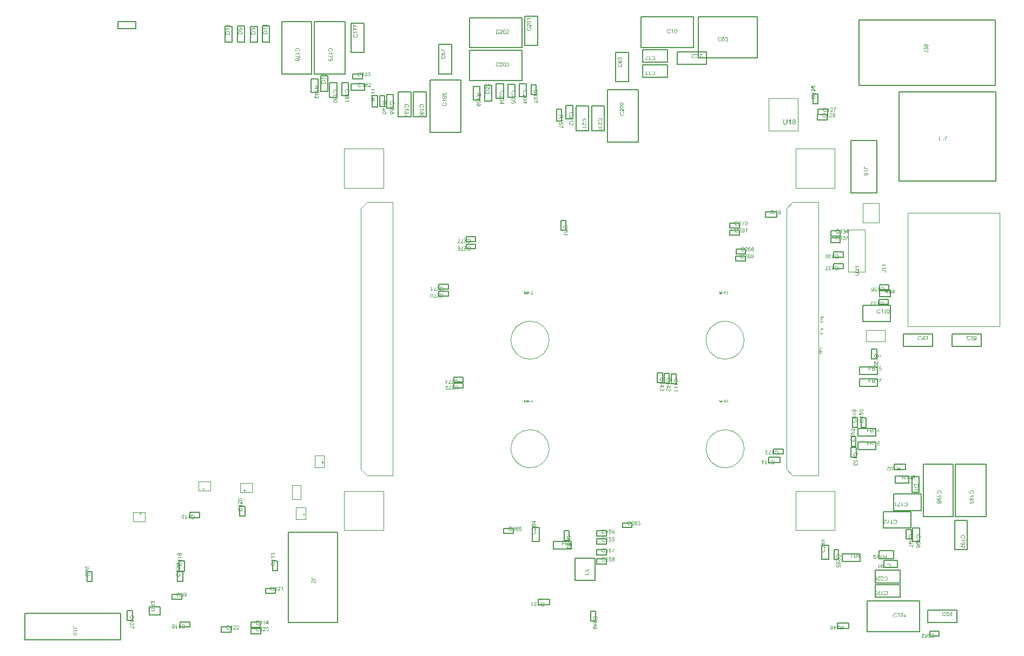
<source format=gbr>
G04*
G04 #@! TF.GenerationSoftware,Altium Limited,Altium Designer,23.7.1 (13)*
G04*
G04 Layer_Color=8388736*
%FSLAX25Y25*%
%MOIN*%
G70*
G04*
G04 #@! TF.SameCoordinates,27D51526-8311-448D-B6E4-34D2AC34C314*
G04*
G04*
G04 #@! TF.FilePolarity,Positive*
G04*
G01*
G75*
%ADD11C,0.00787*%
%ADD353C,0.00100*%
G36*
X536665Y-346446D02*
X536697Y-346450D01*
X536737Y-346453D01*
X536777Y-346457D01*
X536825Y-346468D01*
X536923Y-346490D01*
X537032Y-346523D01*
X537087Y-346544D01*
X537138Y-346570D01*
X537189Y-346603D01*
X537240Y-346635D01*
X537243Y-346639D01*
X537251Y-346643D01*
X537265Y-346654D01*
X537283Y-346672D01*
X537302Y-346690D01*
X537327Y-346715D01*
X537353Y-346745D01*
X537382Y-346774D01*
X537411Y-346810D01*
X537440Y-346854D01*
X537473Y-346898D01*
X537502Y-346945D01*
X537527Y-346999D01*
X537556Y-347054D01*
X537578Y-347112D01*
X537600Y-347178D01*
X537273Y-347254D01*
Y-347251D01*
X537269Y-347243D01*
X537262Y-347229D01*
X537254Y-347211D01*
X537247Y-347189D01*
X537236Y-347160D01*
X537207Y-347101D01*
X537171Y-347036D01*
X537127Y-346970D01*
X537072Y-346908D01*
X537014Y-346854D01*
X537007Y-346847D01*
X536985Y-346832D01*
X536948Y-346814D01*
X536901Y-346788D01*
X536839Y-346766D01*
X536770Y-346745D01*
X536687Y-346730D01*
X536595Y-346726D01*
X536566D01*
X536548Y-346730D01*
X536523D01*
X536493Y-346734D01*
X536424Y-346745D01*
X536348Y-346759D01*
X536268Y-346785D01*
X536184Y-346821D01*
X536108Y-346868D01*
X536104D01*
X536100Y-346876D01*
X536075Y-346894D01*
X536042Y-346923D01*
X536002Y-346967D01*
X535955Y-347021D01*
X535911Y-347083D01*
X535871Y-347160D01*
X535835Y-347243D01*
Y-347247D01*
X535831Y-347254D01*
X535827Y-347265D01*
X535824Y-347283D01*
X535816Y-347305D01*
X535809Y-347331D01*
X535798Y-347393D01*
X535784Y-347465D01*
X535769Y-347545D01*
X535762Y-347633D01*
X535758Y-347727D01*
Y-347731D01*
Y-347742D01*
Y-347760D01*
Y-347782D01*
X535762Y-347808D01*
Y-347840D01*
X535766Y-347877D01*
X535769Y-347917D01*
X535780Y-348004D01*
X535798Y-348099D01*
X535820Y-348193D01*
X535849Y-348288D01*
Y-348292D01*
X535853Y-348299D01*
X535860Y-348310D01*
X535868Y-348328D01*
X535889Y-348372D01*
X535922Y-348423D01*
X535962Y-348481D01*
X536013Y-348543D01*
X536071Y-348597D01*
X536140Y-348648D01*
X536144D01*
X536151Y-348652D01*
X536162Y-348659D01*
X536177Y-348667D01*
X536195Y-348674D01*
X536217Y-348685D01*
X536268Y-348707D01*
X536333Y-348728D01*
X536406Y-348747D01*
X536486Y-348761D01*
X536570Y-348765D01*
X536595D01*
X536617Y-348761D01*
X536643D01*
X536668Y-348758D01*
X536734Y-348743D01*
X536810Y-348725D01*
X536887Y-348696D01*
X536967Y-348656D01*
X537007Y-348634D01*
X537043Y-348605D01*
X537047Y-348601D01*
X537050Y-348597D01*
X537061Y-348587D01*
X537076Y-348575D01*
X537090Y-348557D01*
X537109Y-348535D01*
X537130Y-348514D01*
X537149Y-348484D01*
X537171Y-348452D01*
X537196Y-348415D01*
X537218Y-348379D01*
X537240Y-348335D01*
X537258Y-348288D01*
X537276Y-348237D01*
X537294Y-348182D01*
X537309Y-348124D01*
X537644Y-348208D01*
Y-348212D01*
X537640Y-348226D01*
X537633Y-348248D01*
X537622Y-348277D01*
X537611Y-348310D01*
X537597Y-348350D01*
X537578Y-348394D01*
X537556Y-348441D01*
X537505Y-348543D01*
X537440Y-348645D01*
X537400Y-348696D01*
X537360Y-348747D01*
X537316Y-348790D01*
X537265Y-348834D01*
X537262Y-348838D01*
X537254Y-348845D01*
X537236Y-348852D01*
X537218Y-348867D01*
X537189Y-348885D01*
X537160Y-348903D01*
X537120Y-348921D01*
X537080Y-348939D01*
X537032Y-348961D01*
X536981Y-348980D01*
X536927Y-348998D01*
X536868Y-349016D01*
X536807Y-349030D01*
X536741Y-349038D01*
X536672Y-349045D01*
X536599Y-349049D01*
X536559D01*
X536530Y-349045D01*
X536497D01*
X536457Y-349042D01*
X536413Y-349034D01*
X536363Y-349027D01*
X536257Y-349009D01*
X536148Y-348980D01*
X536038Y-348939D01*
X535988Y-348914D01*
X535937Y-348885D01*
X535933Y-348881D01*
X535926Y-348878D01*
X535911Y-348867D01*
X535897Y-348852D01*
X535875Y-348838D01*
X535849Y-348816D01*
X535820Y-348790D01*
X535791Y-348761D01*
X535762Y-348728D01*
X535729Y-348696D01*
X535664Y-348612D01*
X535602Y-348514D01*
X535547Y-348405D01*
Y-348401D01*
X535540Y-348390D01*
X535536Y-348372D01*
X535525Y-348350D01*
X535518Y-348321D01*
X535507Y-348284D01*
X535493Y-348244D01*
X535482Y-348201D01*
X535471Y-348153D01*
X535456Y-348099D01*
X535438Y-347986D01*
X535423Y-347859D01*
X535416Y-347727D01*
Y-347724D01*
Y-347709D01*
Y-347687D01*
X535420Y-347662D01*
Y-347625D01*
X535423Y-347589D01*
X535427Y-347542D01*
X535434Y-347495D01*
X535453Y-347389D01*
X535478Y-347272D01*
X535514Y-347156D01*
X535565Y-347043D01*
X535569Y-347040D01*
X535573Y-347028D01*
X535580Y-347014D01*
X535595Y-346996D01*
X535609Y-346970D01*
X535627Y-346941D01*
X535674Y-346876D01*
X535736Y-346803D01*
X535809Y-346730D01*
X535893Y-346657D01*
X535991Y-346595D01*
X535995Y-346592D01*
X536006Y-346588D01*
X536020Y-346581D01*
X536038Y-346570D01*
X536068Y-346559D01*
X536097Y-346548D01*
X536133Y-346533D01*
X536173Y-346519D01*
X536217Y-346504D01*
X536264Y-346490D01*
X536366Y-346468D01*
X536483Y-346450D01*
X536603Y-346443D01*
X536639D01*
X536665Y-346446D01*
D02*
G37*
G36*
X539478Y-346814D02*
X538470D01*
X538335Y-347495D01*
X538339Y-347491D01*
X538346Y-347487D01*
X538357Y-347480D01*
X538375Y-347469D01*
X538397Y-347458D01*
X538423Y-347444D01*
X538481Y-347414D01*
X538554Y-347385D01*
X538634Y-347360D01*
X538721Y-347342D01*
X538765Y-347334D01*
X538845D01*
X538867Y-347338D01*
X538896Y-347342D01*
X538929Y-347345D01*
X538965Y-347353D01*
X539005Y-347363D01*
X539092Y-347389D01*
X539140Y-347407D01*
X539187Y-347433D01*
X539234Y-347458D01*
X539282Y-347487D01*
X539326Y-347524D01*
X539369Y-347564D01*
X539373Y-347567D01*
X539380Y-347574D01*
X539391Y-347586D01*
X539405Y-347604D01*
X539424Y-347629D01*
X539442Y-347655D01*
X539464Y-347687D01*
X539486Y-347724D01*
X539504Y-347764D01*
X539526Y-347808D01*
X539544Y-347859D01*
X539562Y-347909D01*
X539577Y-347964D01*
X539587Y-348026D01*
X539595Y-348088D01*
X539599Y-348153D01*
Y-348157D01*
Y-348168D01*
Y-348186D01*
X539595Y-348212D01*
X539591Y-348241D01*
X539587Y-348273D01*
X539580Y-348313D01*
X539573Y-348354D01*
X539551Y-348448D01*
X539515Y-348546D01*
X539493Y-348597D01*
X539464Y-348645D01*
X539435Y-348696D01*
X539398Y-348743D01*
X539395Y-348747D01*
X539387Y-348758D01*
X539373Y-348772D01*
X539355Y-348790D01*
X539329Y-348812D01*
X539300Y-348841D01*
X539264Y-348867D01*
X539223Y-348896D01*
X539180Y-348925D01*
X539129Y-348951D01*
X539074Y-348976D01*
X539016Y-349001D01*
X538954Y-349020D01*
X538885Y-349034D01*
X538812Y-349045D01*
X538736Y-349049D01*
X538703D01*
X538678Y-349045D01*
X538648Y-349042D01*
X538616Y-349038D01*
X538576Y-349034D01*
X538536Y-349023D01*
X538445Y-349001D01*
X538354Y-348969D01*
X538306Y-348947D01*
X538259Y-348921D01*
X538215Y-348892D01*
X538172Y-348860D01*
X538168Y-348856D01*
X538161Y-348852D01*
X538153Y-348838D01*
X538139Y-348823D01*
X538121Y-348805D01*
X538102Y-348783D01*
X538081Y-348754D01*
X538062Y-348721D01*
X538040Y-348688D01*
X538019Y-348648D01*
X537979Y-348561D01*
X537946Y-348459D01*
X537935Y-348405D01*
X537928Y-348346D01*
X538252Y-348321D01*
Y-348324D01*
Y-348332D01*
X538255Y-348343D01*
X538259Y-348361D01*
X538270Y-348401D01*
X538284Y-348455D01*
X538306Y-348510D01*
X538335Y-348572D01*
X538372Y-348626D01*
X538415Y-348677D01*
X538423Y-348681D01*
X538437Y-348696D01*
X538466Y-348714D01*
X538507Y-348736D01*
X538550Y-348758D01*
X538605Y-348776D01*
X538667Y-348790D01*
X538736Y-348794D01*
X538758D01*
X538772Y-348790D01*
X538816Y-348787D01*
X538867Y-348772D01*
X538929Y-348754D01*
X538991Y-348725D01*
X539056Y-348681D01*
X539085Y-348656D01*
X539114Y-348626D01*
X539118Y-348623D01*
X539122Y-348619D01*
X539129Y-348608D01*
X539140Y-348597D01*
X539165Y-348557D01*
X539194Y-348506D01*
X539220Y-348445D01*
X539245Y-348368D01*
X539264Y-348277D01*
X539271Y-348230D01*
Y-348179D01*
Y-348175D01*
Y-348168D01*
Y-348153D01*
X539267Y-348135D01*
Y-348113D01*
X539264Y-348088D01*
X539253Y-348029D01*
X539234Y-347960D01*
X539209Y-347891D01*
X539173Y-347826D01*
X539122Y-347764D01*
Y-347760D01*
X539114Y-347757D01*
X539096Y-347738D01*
X539063Y-347713D01*
X539020Y-347684D01*
X538962Y-347658D01*
X538896Y-347633D01*
X538820Y-347615D01*
X538776Y-347607D01*
X538707D01*
X538678Y-347611D01*
X538641Y-347615D01*
X538597Y-347625D01*
X538554Y-347636D01*
X538507Y-347655D01*
X538459Y-347676D01*
X538455Y-347680D01*
X538441Y-347687D01*
X538419Y-347706D01*
X538390Y-347724D01*
X538361Y-347749D01*
X538332Y-347782D01*
X538299Y-347815D01*
X538273Y-347855D01*
X537982Y-347815D01*
X538226Y-346519D01*
X539478D01*
Y-346814D01*
D02*
G37*
G36*
X540760Y-346479D02*
X540789Y-346482D01*
X540822Y-346486D01*
X540858Y-346490D01*
X540894Y-346501D01*
X540982Y-346523D01*
X541069Y-346555D01*
X541113Y-346577D01*
X541156Y-346603D01*
X541196Y-346635D01*
X541236Y-346668D01*
X541240Y-346672D01*
X541244Y-346675D01*
X541255Y-346686D01*
X541269Y-346701D01*
X541284Y-346723D01*
X541302Y-346745D01*
X541338Y-346799D01*
X541375Y-346868D01*
X541407Y-346949D01*
X541433Y-347040D01*
X541437Y-347087D01*
X541440Y-347138D01*
Y-347141D01*
Y-347145D01*
Y-347167D01*
X541437Y-347200D01*
X541429Y-347240D01*
X541419Y-347291D01*
X541400Y-347342D01*
X541378Y-347393D01*
X541346Y-347444D01*
X541342Y-347451D01*
X541327Y-347465D01*
X541306Y-347487D01*
X541277Y-347516D01*
X541236Y-347549D01*
X541189Y-347582D01*
X541135Y-347615D01*
X541069Y-347644D01*
X541073D01*
X541080Y-347647D01*
X541091Y-347651D01*
X541105Y-347658D01*
X541149Y-347676D01*
X541200Y-347702D01*
X541255Y-347738D01*
X541313Y-347778D01*
X541367Y-347829D01*
X541419Y-347888D01*
Y-347891D01*
X541422Y-347895D01*
X541437Y-347917D01*
X541459Y-347953D01*
X541480Y-348000D01*
X541502Y-348059D01*
X541524Y-348128D01*
X541539Y-348204D01*
X541542Y-348288D01*
Y-348292D01*
Y-348303D01*
Y-348321D01*
X541539Y-348343D01*
X541535Y-348368D01*
X541531Y-348401D01*
X541524Y-348437D01*
X541513Y-348477D01*
X541488Y-348561D01*
X541469Y-348608D01*
X541444Y-348652D01*
X541419Y-348699D01*
X541389Y-348743D01*
X541353Y-348787D01*
X541313Y-348830D01*
X541309Y-348834D01*
X541302Y-348841D01*
X541291Y-348852D01*
X541273Y-348863D01*
X541247Y-348881D01*
X541222Y-348900D01*
X541189Y-348918D01*
X541153Y-348939D01*
X541113Y-348961D01*
X541065Y-348980D01*
X541014Y-348998D01*
X540964Y-349016D01*
X540905Y-349027D01*
X540843Y-349038D01*
X540781Y-349045D01*
X540712Y-349049D01*
X540676D01*
X540650Y-349045D01*
X540618Y-349042D01*
X540581Y-349038D01*
X540541Y-349030D01*
X540497Y-349020D01*
X540399Y-348994D01*
X540348Y-348976D01*
X540301Y-348958D01*
X540250Y-348932D01*
X540199Y-348903D01*
X540152Y-348870D01*
X540108Y-348830D01*
X540104Y-348827D01*
X540097Y-348819D01*
X540086Y-348809D01*
X540072Y-348790D01*
X540057Y-348768D01*
X540035Y-348743D01*
X540017Y-348714D01*
X539995Y-348677D01*
X539973Y-348641D01*
X539955Y-348597D01*
X539919Y-348506D01*
X539904Y-348452D01*
X539893Y-348397D01*
X539886Y-348339D01*
X539882Y-348281D01*
Y-348277D01*
Y-348270D01*
Y-348255D01*
X539886Y-348241D01*
Y-348219D01*
X539890Y-348193D01*
X539897Y-348135D01*
X539912Y-348070D01*
X539933Y-348004D01*
X539966Y-347935D01*
X540006Y-347869D01*
Y-347866D01*
X540013Y-347862D01*
X540028Y-347844D01*
X540057Y-347815D01*
X540097Y-347778D01*
X540148Y-347742D01*
X540210Y-347702D01*
X540279Y-347669D01*
X540363Y-347644D01*
X540359D01*
X540356Y-347640D01*
X540345Y-347636D01*
X540330Y-347629D01*
X540297Y-347615D01*
X540254Y-347593D01*
X540206Y-347564D01*
X540159Y-347527D01*
X540115Y-347487D01*
X540075Y-347444D01*
X540072Y-347436D01*
X540061Y-347422D01*
X540046Y-347393D01*
X540032Y-347356D01*
X540013Y-347309D01*
X539999Y-347254D01*
X539988Y-347192D01*
X539984Y-347127D01*
Y-347123D01*
Y-347116D01*
Y-347101D01*
X539988Y-347079D01*
X539992Y-347058D01*
X539995Y-347028D01*
X540010Y-346967D01*
X540032Y-346894D01*
X540068Y-346817D01*
X540090Y-346777D01*
X540115Y-346737D01*
X540148Y-346701D01*
X540181Y-346665D01*
X540184Y-346661D01*
X540192Y-346657D01*
X540203Y-346646D01*
X540217Y-346635D01*
X540236Y-346621D01*
X540261Y-346606D01*
X540290Y-346588D01*
X540319Y-346570D01*
X540356Y-346552D01*
X540396Y-346533D01*
X540439Y-346519D01*
X540487Y-346504D01*
X540589Y-346482D01*
X540647Y-346479D01*
X540705Y-346475D01*
X540738D01*
X540760Y-346479D01*
D02*
G37*
G36*
X418641Y-121429D02*
X418667D01*
X418696Y-121432D01*
X418765Y-121447D01*
X418841Y-121465D01*
X418922Y-121494D01*
X419002Y-121538D01*
X419042Y-121563D01*
X419078Y-121592D01*
X419082Y-121596D01*
X419085Y-121599D01*
X419096Y-121610D01*
X419107Y-121621D01*
X419125Y-121640D01*
X419140Y-121661D01*
X419180Y-121712D01*
X419220Y-121778D01*
X419256Y-121858D01*
X419289Y-121949D01*
X419311Y-122051D01*
X419002Y-122076D01*
Y-122073D01*
X418998Y-122069D01*
X418994Y-122047D01*
X418983Y-122014D01*
X418969Y-121975D01*
X418954Y-121931D01*
X418932Y-121887D01*
X418907Y-121847D01*
X418882Y-121814D01*
X418874Y-121807D01*
X418860Y-121792D01*
X418834Y-121771D01*
X418798Y-121745D01*
X418750Y-121723D01*
X418699Y-121702D01*
X418638Y-121687D01*
X418572Y-121680D01*
X418547D01*
X418517Y-121683D01*
X418485Y-121690D01*
X418441Y-121702D01*
X418397Y-121716D01*
X418354Y-121734D01*
X418310Y-121763D01*
X418303Y-121767D01*
X418285Y-121782D01*
X418259Y-121807D01*
X418226Y-121843D01*
X418190Y-121887D01*
X418150Y-121938D01*
X418113Y-122004D01*
X418077Y-122076D01*
Y-122080D01*
X418073Y-122087D01*
X418070Y-122098D01*
X418062Y-122113D01*
X418059Y-122135D01*
X418051Y-122160D01*
X418044Y-122189D01*
X418037Y-122226D01*
X418026Y-122266D01*
X418019Y-122309D01*
X418012Y-122357D01*
X418008Y-122408D01*
X418001Y-122466D01*
X417997Y-122524D01*
X417993Y-122590D01*
Y-122655D01*
X417997Y-122652D01*
X418012Y-122630D01*
X418037Y-122600D01*
X418070Y-122564D01*
X418106Y-122520D01*
X418153Y-122480D01*
X418204Y-122440D01*
X418263Y-122404D01*
X418266D01*
X418270Y-122400D01*
X418292Y-122389D01*
X418325Y-122379D01*
X418368Y-122360D01*
X418419Y-122346D01*
X418477Y-122335D01*
X418539Y-122324D01*
X418605Y-122320D01*
X418634D01*
X418656Y-122324D01*
X418685Y-122327D01*
X418714Y-122331D01*
X418750Y-122338D01*
X418787Y-122349D01*
X418870Y-122375D01*
X418914Y-122393D01*
X418958Y-122418D01*
X419002Y-122444D01*
X419049Y-122473D01*
X419093Y-122510D01*
X419133Y-122550D01*
X419136Y-122553D01*
X419143Y-122561D01*
X419154Y-122571D01*
X419165Y-122590D01*
X419184Y-122615D01*
X419202Y-122641D01*
X419220Y-122673D01*
X419242Y-122710D01*
X419264Y-122750D01*
X419282Y-122793D01*
X419300Y-122844D01*
X419318Y-122895D01*
X419329Y-122950D01*
X419340Y-123012D01*
X419347Y-123074D01*
X419351Y-123139D01*
Y-123143D01*
Y-123150D01*
Y-123161D01*
Y-123179D01*
X419347Y-123201D01*
Y-123223D01*
X419336Y-123281D01*
X419325Y-123350D01*
X419307Y-123423D01*
X419282Y-123503D01*
X419245Y-123580D01*
Y-123583D01*
X419242Y-123587D01*
X419235Y-123598D01*
X419227Y-123612D01*
X419205Y-123649D01*
X419173Y-123696D01*
X419133Y-123747D01*
X419085Y-123798D01*
X419027Y-123849D01*
X418965Y-123893D01*
X418961D01*
X418958Y-123896D01*
X418947Y-123904D01*
X418932Y-123907D01*
X418896Y-123925D01*
X418849Y-123944D01*
X418787Y-123966D01*
X418718Y-123980D01*
X418641Y-123995D01*
X418558Y-123998D01*
X418539D01*
X418521Y-123995D01*
X418492D01*
X418459Y-123991D01*
X418423Y-123984D01*
X418379Y-123973D01*
X418335Y-123962D01*
X418285Y-123947D01*
X418233Y-123929D01*
X418183Y-123907D01*
X418128Y-123878D01*
X418077Y-123845D01*
X418026Y-123809D01*
X417975Y-123765D01*
X417928Y-123714D01*
X417924Y-123711D01*
X417917Y-123700D01*
X417906Y-123685D01*
X417891Y-123660D01*
X417870Y-123627D01*
X417851Y-123591D01*
X417830Y-123543D01*
X417808Y-123492D01*
X417782Y-123431D01*
X417760Y-123361D01*
X417742Y-123285D01*
X417724Y-123201D01*
X417706Y-123107D01*
X417695Y-123005D01*
X417688Y-122895D01*
X417684Y-122779D01*
Y-122775D01*
Y-122772D01*
Y-122761D01*
Y-122746D01*
X417688Y-122710D01*
Y-122659D01*
X417691Y-122600D01*
X417698Y-122531D01*
X417706Y-122455D01*
X417717Y-122371D01*
X417731Y-122287D01*
X417749Y-122196D01*
X417771Y-122109D01*
X417797Y-122022D01*
X417830Y-121938D01*
X417866Y-121858D01*
X417906Y-121782D01*
X417953Y-121716D01*
X417957Y-121712D01*
X417964Y-121705D01*
X417979Y-121690D01*
X417997Y-121669D01*
X418019Y-121647D01*
X418048Y-121625D01*
X418084Y-121596D01*
X418121Y-121570D01*
X418164Y-121545D01*
X418212Y-121516D01*
X418266Y-121494D01*
X418321Y-121468D01*
X418383Y-121450D01*
X418448Y-121436D01*
X418517Y-121429D01*
X418590Y-121425D01*
X418619D01*
X418641Y-121429D01*
D02*
G37*
G36*
X416683D02*
X416708D01*
X416738Y-121432D01*
X416807Y-121447D01*
X416883Y-121465D01*
X416963Y-121494D01*
X417043Y-121538D01*
X417083Y-121563D01*
X417120Y-121592D01*
X417123Y-121596D01*
X417127Y-121599D01*
X417138Y-121610D01*
X417149Y-121621D01*
X417167Y-121640D01*
X417182Y-121661D01*
X417222Y-121712D01*
X417262Y-121778D01*
X417298Y-121858D01*
X417331Y-121949D01*
X417353Y-122051D01*
X417043Y-122076D01*
Y-122073D01*
X417040Y-122069D01*
X417036Y-122047D01*
X417025Y-122014D01*
X417010Y-121975D01*
X416996Y-121931D01*
X416974Y-121887D01*
X416949Y-121847D01*
X416923Y-121814D01*
X416916Y-121807D01*
X416901Y-121792D01*
X416876Y-121771D01*
X416839Y-121745D01*
X416792Y-121723D01*
X416741Y-121702D01*
X416679Y-121687D01*
X416614Y-121680D01*
X416588D01*
X416559Y-121683D01*
X416526Y-121690D01*
X416483Y-121702D01*
X416439Y-121716D01*
X416395Y-121734D01*
X416352Y-121763D01*
X416344Y-121767D01*
X416326Y-121782D01*
X416301Y-121807D01*
X416268Y-121843D01*
X416231Y-121887D01*
X416191Y-121938D01*
X416155Y-122004D01*
X416119Y-122076D01*
Y-122080D01*
X416115Y-122087D01*
X416111Y-122098D01*
X416104Y-122113D01*
X416101Y-122135D01*
X416093Y-122160D01*
X416086Y-122189D01*
X416079Y-122226D01*
X416068Y-122266D01*
X416060Y-122309D01*
X416053Y-122357D01*
X416049Y-122408D01*
X416042Y-122466D01*
X416039Y-122524D01*
X416035Y-122590D01*
Y-122655D01*
X416039Y-122652D01*
X416053Y-122630D01*
X416079Y-122600D01*
X416111Y-122564D01*
X416148Y-122520D01*
X416195Y-122480D01*
X416246Y-122440D01*
X416304Y-122404D01*
X416308D01*
X416312Y-122400D01*
X416333Y-122389D01*
X416366Y-122379D01*
X416410Y-122360D01*
X416461Y-122346D01*
X416519Y-122335D01*
X416581Y-122324D01*
X416646Y-122320D01*
X416676D01*
X416698Y-122324D01*
X416727Y-122327D01*
X416756Y-122331D01*
X416792Y-122338D01*
X416828Y-122349D01*
X416912Y-122375D01*
X416956Y-122393D01*
X417000Y-122418D01*
X417043Y-122444D01*
X417091Y-122473D01*
X417134Y-122510D01*
X417174Y-122550D01*
X417178Y-122553D01*
X417185Y-122561D01*
X417196Y-122571D01*
X417207Y-122590D01*
X417225Y-122615D01*
X417243Y-122641D01*
X417262Y-122673D01*
X417283Y-122710D01*
X417305Y-122750D01*
X417323Y-122793D01*
X417342Y-122844D01*
X417360Y-122895D01*
X417371Y-122950D01*
X417382Y-123012D01*
X417389Y-123074D01*
X417393Y-123139D01*
Y-123143D01*
Y-123150D01*
Y-123161D01*
Y-123179D01*
X417389Y-123201D01*
Y-123223D01*
X417378Y-123281D01*
X417367Y-123350D01*
X417349Y-123423D01*
X417323Y-123503D01*
X417287Y-123580D01*
Y-123583D01*
X417283Y-123587D01*
X417276Y-123598D01*
X417269Y-123612D01*
X417247Y-123649D01*
X417214Y-123696D01*
X417174Y-123747D01*
X417127Y-123798D01*
X417069Y-123849D01*
X417007Y-123893D01*
X417003D01*
X417000Y-123896D01*
X416989Y-123904D01*
X416974Y-123907D01*
X416938Y-123925D01*
X416890Y-123944D01*
X416828Y-123966D01*
X416759Y-123980D01*
X416683Y-123995D01*
X416599Y-123998D01*
X416581D01*
X416563Y-123995D01*
X416534D01*
X416501Y-123991D01*
X416465Y-123984D01*
X416421Y-123973D01*
X416377Y-123962D01*
X416326Y-123947D01*
X416275Y-123929D01*
X416224Y-123907D01*
X416170Y-123878D01*
X416119Y-123845D01*
X416068Y-123809D01*
X416017Y-123765D01*
X415969Y-123714D01*
X415966Y-123711D01*
X415958Y-123700D01*
X415948Y-123685D01*
X415933Y-123660D01*
X415911Y-123627D01*
X415893Y-123591D01*
X415871Y-123543D01*
X415849Y-123492D01*
X415824Y-123431D01*
X415802Y-123361D01*
X415784Y-123285D01*
X415766Y-123201D01*
X415747Y-123107D01*
X415736Y-123005D01*
X415729Y-122895D01*
X415726Y-122779D01*
Y-122775D01*
Y-122772D01*
Y-122761D01*
Y-122746D01*
X415729Y-122710D01*
Y-122659D01*
X415733Y-122600D01*
X415740Y-122531D01*
X415747Y-122455D01*
X415758Y-122371D01*
X415773Y-122287D01*
X415791Y-122196D01*
X415813Y-122109D01*
X415838Y-122022D01*
X415871Y-121938D01*
X415908Y-121858D01*
X415948Y-121782D01*
X415995Y-121716D01*
X415999Y-121712D01*
X416006Y-121705D01*
X416020Y-121690D01*
X416039Y-121669D01*
X416060Y-121647D01*
X416090Y-121625D01*
X416126Y-121596D01*
X416162Y-121570D01*
X416206Y-121545D01*
X416253Y-121516D01*
X416308Y-121494D01*
X416363Y-121468D01*
X416424Y-121450D01*
X416490Y-121436D01*
X416559Y-121429D01*
X416632Y-121425D01*
X416661D01*
X416683Y-121429D01*
D02*
G37*
G36*
X412519Y-121396D02*
X412551Y-121399D01*
X412592Y-121403D01*
X412632Y-121407D01*
X412679Y-121417D01*
X412777Y-121439D01*
X412886Y-121472D01*
X412941Y-121494D01*
X412992Y-121519D01*
X413043Y-121552D01*
X413094Y-121585D01*
X413097Y-121589D01*
X413105Y-121592D01*
X413119Y-121603D01*
X413137Y-121621D01*
X413156Y-121640D01*
X413181Y-121665D01*
X413207Y-121694D01*
X413236Y-121723D01*
X413265Y-121760D01*
X413294Y-121803D01*
X413327Y-121847D01*
X413356Y-121894D01*
X413381Y-121949D01*
X413411Y-122004D01*
X413432Y-122062D01*
X413454Y-122127D01*
X413127Y-122204D01*
Y-122200D01*
X413123Y-122193D01*
X413116Y-122178D01*
X413108Y-122160D01*
X413101Y-122138D01*
X413090Y-122109D01*
X413061Y-122051D01*
X413025Y-121985D01*
X412981Y-121920D01*
X412926Y-121858D01*
X412868Y-121803D01*
X412861Y-121796D01*
X412839Y-121782D01*
X412803Y-121763D01*
X412755Y-121738D01*
X412694Y-121716D01*
X412624Y-121694D01*
X412541Y-121680D01*
X412450Y-121676D01*
X412420D01*
X412402Y-121680D01*
X412377D01*
X412348Y-121683D01*
X412279Y-121694D01*
X412202Y-121709D01*
X412122Y-121734D01*
X412038Y-121771D01*
X411962Y-121818D01*
X411958D01*
X411954Y-121825D01*
X411929Y-121843D01*
X411896Y-121872D01*
X411856Y-121916D01*
X411809Y-121971D01*
X411765Y-122033D01*
X411725Y-122109D01*
X411689Y-122193D01*
Y-122196D01*
X411685Y-122204D01*
X411682Y-122215D01*
X411678Y-122233D01*
X411671Y-122255D01*
X411663Y-122280D01*
X411652Y-122342D01*
X411638Y-122415D01*
X411623Y-122495D01*
X411616Y-122582D01*
X411612Y-122677D01*
Y-122681D01*
Y-122692D01*
Y-122710D01*
Y-122732D01*
X411616Y-122757D01*
Y-122790D01*
X411620Y-122826D01*
X411623Y-122866D01*
X411634Y-122954D01*
X411652Y-123048D01*
X411674Y-123143D01*
X411703Y-123238D01*
Y-123241D01*
X411707Y-123249D01*
X411714Y-123259D01*
X411722Y-123278D01*
X411743Y-123321D01*
X411776Y-123372D01*
X411816Y-123431D01*
X411867Y-123492D01*
X411925Y-123547D01*
X411995Y-123598D01*
X411998D01*
X412006Y-123601D01*
X412016Y-123609D01*
X412031Y-123616D01*
X412049Y-123623D01*
X412071Y-123634D01*
X412122Y-123656D01*
X412187Y-123678D01*
X412260Y-123696D01*
X412340Y-123711D01*
X412424Y-123714D01*
X412450D01*
X412471Y-123711D01*
X412497D01*
X412522Y-123707D01*
X412588Y-123693D01*
X412664Y-123674D01*
X412741Y-123645D01*
X412821Y-123605D01*
X412861Y-123583D01*
X412897Y-123554D01*
X412901Y-123551D01*
X412905Y-123547D01*
X412916Y-123536D01*
X412930Y-123525D01*
X412945Y-123507D01*
X412963Y-123485D01*
X412985Y-123463D01*
X413003Y-123434D01*
X413025Y-123401D01*
X413050Y-123365D01*
X413072Y-123328D01*
X413094Y-123285D01*
X413112Y-123238D01*
X413130Y-123187D01*
X413148Y-123132D01*
X413163Y-123074D01*
X413498Y-123158D01*
Y-123161D01*
X413494Y-123176D01*
X413487Y-123197D01*
X413476Y-123227D01*
X413465Y-123259D01*
X413451Y-123299D01*
X413432Y-123343D01*
X413411Y-123390D01*
X413360Y-123492D01*
X413294Y-123594D01*
X413254Y-123645D01*
X413214Y-123696D01*
X413170Y-123740D01*
X413119Y-123784D01*
X413116Y-123787D01*
X413108Y-123794D01*
X413090Y-123802D01*
X413072Y-123816D01*
X413043Y-123835D01*
X413014Y-123853D01*
X412974Y-123871D01*
X412934Y-123889D01*
X412886Y-123911D01*
X412835Y-123929D01*
X412781Y-123947D01*
X412723Y-123966D01*
X412661Y-123980D01*
X412595Y-123987D01*
X412526Y-123995D01*
X412453Y-123998D01*
X412413D01*
X412384Y-123995D01*
X412351D01*
X412311Y-123991D01*
X412268Y-123984D01*
X412217Y-123977D01*
X412111Y-123958D01*
X412002Y-123929D01*
X411893Y-123889D01*
X411842Y-123864D01*
X411791Y-123835D01*
X411787Y-123831D01*
X411780Y-123827D01*
X411765Y-123816D01*
X411751Y-123802D01*
X411729Y-123787D01*
X411703Y-123765D01*
X411674Y-123740D01*
X411645Y-123711D01*
X411616Y-123678D01*
X411583Y-123645D01*
X411518Y-123562D01*
X411456Y-123463D01*
X411401Y-123354D01*
Y-123350D01*
X411394Y-123339D01*
X411390Y-123321D01*
X411379Y-123299D01*
X411372Y-123270D01*
X411361Y-123234D01*
X411347Y-123194D01*
X411336Y-123150D01*
X411325Y-123103D01*
X411310Y-123048D01*
X411292Y-122935D01*
X411277Y-122808D01*
X411270Y-122677D01*
Y-122673D01*
Y-122659D01*
Y-122637D01*
X411274Y-122611D01*
Y-122575D01*
X411277Y-122539D01*
X411281Y-122491D01*
X411288Y-122444D01*
X411307Y-122338D01*
X411332Y-122222D01*
X411369Y-122106D01*
X411419Y-121993D01*
X411423Y-121989D01*
X411427Y-121978D01*
X411434Y-121964D01*
X411449Y-121945D01*
X411463Y-121920D01*
X411481Y-121891D01*
X411529Y-121825D01*
X411590Y-121752D01*
X411663Y-121680D01*
X411747Y-121607D01*
X411845Y-121545D01*
X411849Y-121541D01*
X411860Y-121538D01*
X411874Y-121530D01*
X411893Y-121519D01*
X411922Y-121509D01*
X411951Y-121498D01*
X411987Y-121483D01*
X412027Y-121468D01*
X412071Y-121454D01*
X412118Y-121439D01*
X412220Y-121417D01*
X412337Y-121399D01*
X412457Y-121392D01*
X412493D01*
X412519Y-121396D01*
D02*
G37*
G36*
X414677Y-121429D02*
X414706Y-121432D01*
X414743Y-121436D01*
X414783Y-121443D01*
X414823Y-121450D01*
X414918Y-121476D01*
X415012Y-121512D01*
X415060Y-121534D01*
X415107Y-121560D01*
X415150Y-121592D01*
X415191Y-121629D01*
X415194Y-121632D01*
X415201Y-121636D01*
X415209Y-121651D01*
X415223Y-121665D01*
X415241Y-121683D01*
X415260Y-121709D01*
X415278Y-121734D01*
X415300Y-121767D01*
X415336Y-121836D01*
X415373Y-121923D01*
X415387Y-121967D01*
X415394Y-122018D01*
X415402Y-122069D01*
X415405Y-122124D01*
Y-122131D01*
Y-122149D01*
X415402Y-122178D01*
X415398Y-122218D01*
X415391Y-122262D01*
X415376Y-122313D01*
X415362Y-122368D01*
X415340Y-122422D01*
X415336Y-122430D01*
X415329Y-122448D01*
X415314Y-122477D01*
X415292Y-122517D01*
X415263Y-122561D01*
X415227Y-122615D01*
X415183Y-122670D01*
X415132Y-122732D01*
X415125Y-122739D01*
X415107Y-122761D01*
X415089Y-122779D01*
X415070Y-122797D01*
X415049Y-122819D01*
X415019Y-122848D01*
X414990Y-122877D01*
X414954Y-122910D01*
X414918Y-122946D01*
X414874Y-122986D01*
X414826Y-123026D01*
X414776Y-123074D01*
X414717Y-123121D01*
X414659Y-123172D01*
X414655Y-123176D01*
X414648Y-123183D01*
X414634Y-123194D01*
X414615Y-123208D01*
X414594Y-123230D01*
X414568Y-123252D01*
X414510Y-123299D01*
X414448Y-123354D01*
X414390Y-123409D01*
X414339Y-123456D01*
X414317Y-123474D01*
X414299Y-123492D01*
X414295Y-123496D01*
X414284Y-123507D01*
X414270Y-123521D01*
X414251Y-123543D01*
X414233Y-123569D01*
X414211Y-123594D01*
X414168Y-123656D01*
X415409D01*
Y-123955D01*
X413738D01*
Y-123951D01*
Y-123936D01*
Y-123915D01*
X413742Y-123886D01*
X413745Y-123853D01*
X413753Y-123816D01*
X413760Y-123780D01*
X413774Y-123740D01*
Y-123736D01*
X413778Y-123733D01*
X413786Y-123711D01*
X413800Y-123678D01*
X413822Y-123634D01*
X413851Y-123583D01*
X413887Y-123525D01*
X413927Y-123467D01*
X413978Y-123405D01*
Y-123401D01*
X413986Y-123398D01*
X414004Y-123376D01*
X414037Y-123343D01*
X414084Y-123296D01*
X414139Y-123241D01*
X414208Y-123176D01*
X414291Y-123103D01*
X414382Y-123026D01*
X414386Y-123023D01*
X414401Y-123012D01*
X414423Y-122994D01*
X414448Y-122972D01*
X414481Y-122943D01*
X414521Y-122910D01*
X414561Y-122873D01*
X414608Y-122834D01*
X414699Y-122746D01*
X414790Y-122659D01*
X414834Y-122615D01*
X414874Y-122571D01*
X414910Y-122531D01*
X414939Y-122491D01*
Y-122488D01*
X414947Y-122484D01*
X414954Y-122473D01*
X414961Y-122459D01*
X414987Y-122418D01*
X415016Y-122371D01*
X415041Y-122313D01*
X415067Y-122251D01*
X415081Y-122182D01*
X415089Y-122116D01*
Y-122113D01*
Y-122109D01*
X415085Y-122087D01*
X415081Y-122051D01*
X415070Y-122011D01*
X415056Y-121960D01*
X415030Y-121909D01*
X414998Y-121858D01*
X414954Y-121807D01*
X414947Y-121800D01*
X414928Y-121785D01*
X414903Y-121767D01*
X414863Y-121741D01*
X414812Y-121720D01*
X414754Y-121698D01*
X414684Y-121683D01*
X414608Y-121680D01*
X414586D01*
X414572Y-121683D01*
X414528Y-121687D01*
X414477Y-121698D01*
X414423Y-121712D01*
X414361Y-121738D01*
X414302Y-121771D01*
X414248Y-121814D01*
X414240Y-121822D01*
X414226Y-121840D01*
X414204Y-121869D01*
X414182Y-121913D01*
X414157Y-121964D01*
X414135Y-122029D01*
X414120Y-122102D01*
X414113Y-122186D01*
X413796Y-122153D01*
Y-122149D01*
X413800Y-122138D01*
Y-122120D01*
X413804Y-122095D01*
X413811Y-122065D01*
X413818Y-122033D01*
X413829Y-121993D01*
X413840Y-121953D01*
X413869Y-121865D01*
X413913Y-121778D01*
X413938Y-121734D01*
X413971Y-121690D01*
X414004Y-121651D01*
X414040Y-121614D01*
X414044Y-121610D01*
X414051Y-121607D01*
X414062Y-121596D01*
X414080Y-121585D01*
X414102Y-121570D01*
X414128Y-121556D01*
X414157Y-121538D01*
X414193Y-121519D01*
X414233Y-121501D01*
X414277Y-121483D01*
X414324Y-121468D01*
X414375Y-121454D01*
X414430Y-121443D01*
X414488Y-121432D01*
X414550Y-121429D01*
X414615Y-121425D01*
X414652D01*
X414677Y-121429D01*
D02*
G37*
G36*
X416483Y-125733D02*
X416508D01*
X416537Y-125737D01*
X416607Y-125751D01*
X416683Y-125769D01*
X416763Y-125798D01*
X416843Y-125842D01*
X416883Y-125868D01*
X416920Y-125897D01*
X416923Y-125900D01*
X416927Y-125904D01*
X416938Y-125915D01*
X416949Y-125926D01*
X416967Y-125944D01*
X416982Y-125966D01*
X417022Y-126017D01*
X417062Y-126082D01*
X417098Y-126163D01*
X417131Y-126253D01*
X417153Y-126355D01*
X416843Y-126381D01*
Y-126377D01*
X416840Y-126374D01*
X416836Y-126352D01*
X416825Y-126319D01*
X416810Y-126279D01*
X416796Y-126235D01*
X416774Y-126192D01*
X416749Y-126152D01*
X416723Y-126119D01*
X416716Y-126111D01*
X416701Y-126097D01*
X416676Y-126075D01*
X416639Y-126050D01*
X416592Y-126028D01*
X416541Y-126006D01*
X416479Y-125991D01*
X416414Y-125984D01*
X416388D01*
X416359Y-125988D01*
X416326Y-125995D01*
X416283Y-126006D01*
X416239Y-126021D01*
X416195Y-126039D01*
X416152Y-126068D01*
X416144Y-126072D01*
X416126Y-126086D01*
X416101Y-126111D01*
X416068Y-126148D01*
X416031Y-126192D01*
X415991Y-126243D01*
X415955Y-126308D01*
X415919Y-126381D01*
Y-126384D01*
X415915Y-126392D01*
X415911Y-126403D01*
X415904Y-126417D01*
X415900Y-126439D01*
X415893Y-126465D01*
X415886Y-126494D01*
X415878Y-126530D01*
X415868Y-126570D01*
X415860Y-126614D01*
X415853Y-126661D01*
X415849Y-126712D01*
X415842Y-126770D01*
X415838Y-126829D01*
X415835Y-126894D01*
Y-126960D01*
X415838Y-126956D01*
X415853Y-126934D01*
X415878Y-126905D01*
X415911Y-126869D01*
X415948Y-126825D01*
X415995Y-126785D01*
X416046Y-126745D01*
X416104Y-126708D01*
X416108D01*
X416112Y-126705D01*
X416133Y-126694D01*
X416166Y-126683D01*
X416210Y-126665D01*
X416261Y-126650D01*
X416319Y-126639D01*
X416381Y-126628D01*
X416446Y-126625D01*
X416475D01*
X416497Y-126628D01*
X416527Y-126632D01*
X416556Y-126636D01*
X416592Y-126643D01*
X416628Y-126654D01*
X416712Y-126679D01*
X416756Y-126698D01*
X416799Y-126723D01*
X416843Y-126749D01*
X416890Y-126778D01*
X416934Y-126814D01*
X416974Y-126854D01*
X416978Y-126858D01*
X416985Y-126865D01*
X416996Y-126876D01*
X417007Y-126894D01*
X417025Y-126920D01*
X417043Y-126945D01*
X417062Y-126978D01*
X417083Y-127014D01*
X417105Y-127054D01*
X417123Y-127098D01*
X417142Y-127149D01*
X417160Y-127200D01*
X417171Y-127254D01*
X417182Y-127316D01*
X417189Y-127378D01*
X417193Y-127444D01*
Y-127447D01*
Y-127455D01*
Y-127466D01*
Y-127484D01*
X417189Y-127506D01*
Y-127527D01*
X417178Y-127586D01*
X417167Y-127655D01*
X417149Y-127728D01*
X417123Y-127808D01*
X417087Y-127884D01*
Y-127888D01*
X417083Y-127892D01*
X417076Y-127902D01*
X417069Y-127917D01*
X417047Y-127953D01*
X417014Y-128001D01*
X416974Y-128052D01*
X416927Y-128103D01*
X416869Y-128154D01*
X416807Y-128197D01*
X416803D01*
X416799Y-128201D01*
X416788Y-128208D01*
X416774Y-128212D01*
X416738Y-128230D01*
X416690Y-128248D01*
X416628Y-128270D01*
X416559Y-128285D01*
X416483Y-128299D01*
X416399Y-128303D01*
X416381D01*
X416363Y-128299D01*
X416333D01*
X416301Y-128296D01*
X416264Y-128288D01*
X416221Y-128277D01*
X416177Y-128266D01*
X416126Y-128252D01*
X416075Y-128234D01*
X416024Y-128212D01*
X415970Y-128183D01*
X415919Y-128150D01*
X415868Y-128113D01*
X415817Y-128070D01*
X415769Y-128019D01*
X415766Y-128015D01*
X415758Y-128004D01*
X415747Y-127990D01*
X415733Y-127964D01*
X415711Y-127931D01*
X415693Y-127895D01*
X415671Y-127848D01*
X415649Y-127797D01*
X415624Y-127735D01*
X415602Y-127666D01*
X415584Y-127589D01*
X415565Y-127506D01*
X415547Y-127411D01*
X415536Y-127309D01*
X415529Y-127200D01*
X415525Y-127083D01*
Y-127080D01*
Y-127076D01*
Y-127065D01*
Y-127051D01*
X415529Y-127014D01*
Y-126963D01*
X415533Y-126905D01*
X415540Y-126836D01*
X415547Y-126759D01*
X415558Y-126676D01*
X415573Y-126592D01*
X415591Y-126501D01*
X415613Y-126414D01*
X415638Y-126326D01*
X415671Y-126243D01*
X415707Y-126163D01*
X415747Y-126086D01*
X415795Y-126021D01*
X415799Y-126017D01*
X415806Y-126010D01*
X415820Y-125995D01*
X415838Y-125973D01*
X415860Y-125951D01*
X415890Y-125929D01*
X415926Y-125900D01*
X415962Y-125875D01*
X416006Y-125849D01*
X416053Y-125820D01*
X416108Y-125798D01*
X416162Y-125773D01*
X416224Y-125755D01*
X416290Y-125740D01*
X416359Y-125733D01*
X416432Y-125729D01*
X416461D01*
X416483Y-125733D01*
D02*
G37*
G36*
X412319Y-125700D02*
X412351Y-125704D01*
X412391Y-125707D01*
X412431Y-125711D01*
X412479Y-125722D01*
X412577Y-125744D01*
X412686Y-125777D01*
X412741Y-125798D01*
X412792Y-125824D01*
X412843Y-125857D01*
X412894Y-125890D01*
X412897Y-125893D01*
X412905Y-125897D01*
X412919Y-125908D01*
X412937Y-125926D01*
X412956Y-125944D01*
X412981Y-125970D01*
X413007Y-125999D01*
X413036Y-126028D01*
X413065Y-126064D01*
X413094Y-126108D01*
X413127Y-126152D01*
X413156Y-126199D01*
X413181Y-126253D01*
X413210Y-126308D01*
X413232Y-126366D01*
X413254Y-126432D01*
X412926Y-126508D01*
Y-126505D01*
X412923Y-126497D01*
X412916Y-126483D01*
X412908Y-126465D01*
X412901Y-126443D01*
X412890Y-126414D01*
X412861Y-126355D01*
X412825Y-126290D01*
X412781Y-126224D01*
X412726Y-126163D01*
X412668Y-126108D01*
X412661Y-126101D01*
X412639Y-126086D01*
X412603Y-126068D01*
X412555Y-126042D01*
X412493Y-126021D01*
X412424Y-125999D01*
X412340Y-125984D01*
X412250Y-125980D01*
X412220D01*
X412202Y-125984D01*
X412177D01*
X412148Y-125988D01*
X412078Y-125999D01*
X412002Y-126013D01*
X411922Y-126039D01*
X411838Y-126075D01*
X411762Y-126122D01*
X411758D01*
X411754Y-126130D01*
X411729Y-126148D01*
X411696Y-126177D01*
X411656Y-126221D01*
X411609Y-126275D01*
X411565Y-126337D01*
X411525Y-126414D01*
X411489Y-126497D01*
Y-126501D01*
X411485Y-126508D01*
X411481Y-126519D01*
X411478Y-126537D01*
X411471Y-126559D01*
X411463Y-126585D01*
X411452Y-126647D01*
X411438Y-126719D01*
X411423Y-126799D01*
X411416Y-126887D01*
X411412Y-126981D01*
Y-126985D01*
Y-126996D01*
Y-127014D01*
Y-127036D01*
X411416Y-127062D01*
Y-127094D01*
X411419Y-127131D01*
X411423Y-127171D01*
X411434Y-127258D01*
X411452Y-127353D01*
X411474Y-127447D01*
X411503Y-127542D01*
Y-127546D01*
X411507Y-127553D01*
X411514Y-127564D01*
X411521Y-127582D01*
X411543Y-127626D01*
X411576Y-127677D01*
X411616Y-127735D01*
X411667Y-127797D01*
X411725Y-127851D01*
X411795Y-127902D01*
X411798D01*
X411805Y-127906D01*
X411816Y-127913D01*
X411831Y-127921D01*
X411849Y-127928D01*
X411871Y-127939D01*
X411922Y-127961D01*
X411987Y-127982D01*
X412060Y-128001D01*
X412140Y-128015D01*
X412224Y-128019D01*
X412250D01*
X412271Y-128015D01*
X412297D01*
X412322Y-128012D01*
X412388Y-127997D01*
X412464Y-127979D01*
X412541Y-127950D01*
X412621Y-127910D01*
X412661Y-127888D01*
X412697Y-127859D01*
X412701Y-127855D01*
X412705Y-127851D01*
X412715Y-127840D01*
X412730Y-127830D01*
X412745Y-127811D01*
X412763Y-127790D01*
X412784Y-127768D01*
X412803Y-127739D01*
X412825Y-127706D01*
X412850Y-127670D01*
X412872Y-127633D01*
X412894Y-127589D01*
X412912Y-127542D01*
X412930Y-127491D01*
X412948Y-127436D01*
X412963Y-127378D01*
X413298Y-127462D01*
Y-127466D01*
X413294Y-127480D01*
X413287Y-127502D01*
X413276Y-127531D01*
X413265Y-127564D01*
X413250Y-127604D01*
X413232Y-127648D01*
X413210Y-127695D01*
X413160Y-127797D01*
X413094Y-127899D01*
X413054Y-127950D01*
X413014Y-128001D01*
X412970Y-128044D01*
X412919Y-128088D01*
X412916Y-128092D01*
X412908Y-128099D01*
X412890Y-128106D01*
X412872Y-128121D01*
X412843Y-128139D01*
X412814Y-128157D01*
X412774Y-128175D01*
X412734Y-128194D01*
X412686Y-128216D01*
X412635Y-128234D01*
X412581Y-128252D01*
X412523Y-128270D01*
X412461Y-128285D01*
X412395Y-128292D01*
X412326Y-128299D01*
X412253Y-128303D01*
X412213D01*
X412184Y-128299D01*
X412151D01*
X412111Y-128296D01*
X412068Y-128288D01*
X412016Y-128281D01*
X411911Y-128263D01*
X411802Y-128234D01*
X411692Y-128194D01*
X411642Y-128168D01*
X411591Y-128139D01*
X411587Y-128135D01*
X411580Y-128132D01*
X411565Y-128121D01*
X411551Y-128106D01*
X411529Y-128092D01*
X411503Y-128070D01*
X411474Y-128044D01*
X411445Y-128015D01*
X411416Y-127982D01*
X411383Y-127950D01*
X411318Y-127866D01*
X411256Y-127768D01*
X411201Y-127658D01*
Y-127655D01*
X411194Y-127644D01*
X411190Y-127626D01*
X411179Y-127604D01*
X411172Y-127575D01*
X411161Y-127538D01*
X411146Y-127498D01*
X411136Y-127455D01*
X411125Y-127407D01*
X411110Y-127353D01*
X411092Y-127240D01*
X411077Y-127112D01*
X411070Y-126981D01*
Y-126978D01*
Y-126963D01*
Y-126942D01*
X411074Y-126916D01*
Y-126880D01*
X411077Y-126843D01*
X411081Y-126796D01*
X411088Y-126749D01*
X411106Y-126643D01*
X411132Y-126526D01*
X411168Y-126410D01*
X411219Y-126297D01*
X411223Y-126294D01*
X411227Y-126283D01*
X411234Y-126268D01*
X411248Y-126250D01*
X411263Y-126224D01*
X411281Y-126195D01*
X411329Y-126130D01*
X411390Y-126057D01*
X411463Y-125984D01*
X411547Y-125911D01*
X411645Y-125849D01*
X411649Y-125846D01*
X411660Y-125842D01*
X411674Y-125835D01*
X411692Y-125824D01*
X411722Y-125813D01*
X411751Y-125802D01*
X411787Y-125788D01*
X411827Y-125773D01*
X411871Y-125758D01*
X411918Y-125744D01*
X412020Y-125722D01*
X412137Y-125704D01*
X412257Y-125697D01*
X412293D01*
X412319Y-125700D01*
D02*
G37*
G36*
X414477Y-125733D02*
X414506Y-125737D01*
X414543Y-125740D01*
X414583Y-125748D01*
X414623Y-125755D01*
X414717Y-125780D01*
X414812Y-125817D01*
X414859Y-125838D01*
X414907Y-125864D01*
X414950Y-125897D01*
X414990Y-125933D01*
X414994Y-125937D01*
X415001Y-125941D01*
X415009Y-125955D01*
X415023Y-125970D01*
X415041Y-125988D01*
X415060Y-126013D01*
X415078Y-126039D01*
X415100Y-126072D01*
X415136Y-126141D01*
X415172Y-126228D01*
X415187Y-126272D01*
X415194Y-126323D01*
X415202Y-126374D01*
X415205Y-126428D01*
Y-126435D01*
Y-126454D01*
X415202Y-126483D01*
X415198Y-126523D01*
X415191Y-126567D01*
X415176Y-126618D01*
X415162Y-126672D01*
X415140Y-126727D01*
X415136Y-126734D01*
X415129Y-126752D01*
X415114Y-126781D01*
X415092Y-126821D01*
X415063Y-126865D01*
X415027Y-126920D01*
X414983Y-126974D01*
X414932Y-127036D01*
X414925Y-127043D01*
X414907Y-127065D01*
X414888Y-127083D01*
X414870Y-127102D01*
X414848Y-127123D01*
X414819Y-127153D01*
X414790Y-127182D01*
X414754Y-127215D01*
X414717Y-127251D01*
X414674Y-127291D01*
X414626Y-127331D01*
X414575Y-127378D01*
X414517Y-127426D01*
X414459Y-127477D01*
X414455Y-127480D01*
X414448Y-127487D01*
X414433Y-127498D01*
X414415Y-127513D01*
X414393Y-127535D01*
X414368Y-127557D01*
X414310Y-127604D01*
X414248Y-127658D01*
X414190Y-127713D01*
X414139Y-127760D01*
X414117Y-127779D01*
X414099Y-127797D01*
X414095Y-127801D01*
X414084Y-127811D01*
X414070Y-127826D01*
X414051Y-127848D01*
X414033Y-127873D01*
X414011Y-127899D01*
X413968Y-127961D01*
X415209D01*
Y-128259D01*
X413538D01*
Y-128255D01*
Y-128241D01*
Y-128219D01*
X413542Y-128190D01*
X413545Y-128157D01*
X413553Y-128121D01*
X413560Y-128084D01*
X413574Y-128044D01*
Y-128041D01*
X413578Y-128037D01*
X413585Y-128015D01*
X413600Y-127982D01*
X413622Y-127939D01*
X413651Y-127888D01*
X413687Y-127830D01*
X413727Y-127771D01*
X413778Y-127709D01*
Y-127706D01*
X413786Y-127702D01*
X413804Y-127680D01*
X413836Y-127648D01*
X413884Y-127600D01*
X413938Y-127546D01*
X414008Y-127480D01*
X414091Y-127407D01*
X414182Y-127331D01*
X414186Y-127327D01*
X414200Y-127316D01*
X414222Y-127298D01*
X414248Y-127276D01*
X414281Y-127247D01*
X414321Y-127215D01*
X414361Y-127178D01*
X414408Y-127138D01*
X414499Y-127051D01*
X414590Y-126963D01*
X414634Y-126920D01*
X414674Y-126876D01*
X414710Y-126836D01*
X414739Y-126796D01*
Y-126792D01*
X414747Y-126789D01*
X414754Y-126778D01*
X414761Y-126763D01*
X414786Y-126723D01*
X414816Y-126676D01*
X414841Y-126618D01*
X414867Y-126556D01*
X414881Y-126486D01*
X414888Y-126421D01*
Y-126417D01*
Y-126414D01*
X414885Y-126392D01*
X414881Y-126355D01*
X414870Y-126315D01*
X414856Y-126264D01*
X414830Y-126213D01*
X414797Y-126163D01*
X414754Y-126111D01*
X414747Y-126104D01*
X414728Y-126090D01*
X414703Y-126072D01*
X414663Y-126046D01*
X414612Y-126024D01*
X414554Y-126002D01*
X414484Y-125988D01*
X414408Y-125984D01*
X414386D01*
X414372Y-125988D01*
X414328Y-125991D01*
X414277Y-126002D01*
X414222Y-126017D01*
X414160Y-126042D01*
X414102Y-126075D01*
X414048Y-126119D01*
X414040Y-126126D01*
X414026Y-126144D01*
X414004Y-126173D01*
X413982Y-126217D01*
X413957Y-126268D01*
X413935Y-126334D01*
X413920Y-126406D01*
X413913Y-126490D01*
X413596Y-126457D01*
Y-126454D01*
X413600Y-126443D01*
Y-126425D01*
X413603Y-126399D01*
X413611Y-126370D01*
X413618Y-126337D01*
X413629Y-126297D01*
X413640Y-126257D01*
X413669Y-126170D01*
X413713Y-126082D01*
X413738Y-126039D01*
X413771Y-125995D01*
X413804Y-125955D01*
X413840Y-125919D01*
X413844Y-125915D01*
X413851Y-125911D01*
X413862Y-125900D01*
X413880Y-125890D01*
X413902Y-125875D01*
X413928Y-125860D01*
X413957Y-125842D01*
X413993Y-125824D01*
X414033Y-125806D01*
X414077Y-125788D01*
X414124Y-125773D01*
X414175Y-125758D01*
X414230Y-125748D01*
X414288Y-125737D01*
X414350Y-125733D01*
X414415Y-125729D01*
X414452D01*
X414477Y-125733D01*
D02*
G37*
G36*
X418372D02*
X418401Y-125737D01*
X418434Y-125740D01*
X418470Y-125744D01*
X418507Y-125755D01*
X418594Y-125777D01*
X418681Y-125809D01*
X418725Y-125831D01*
X418769Y-125857D01*
X418809Y-125890D01*
X418849Y-125922D01*
X418852Y-125926D01*
X418856Y-125929D01*
X418867Y-125941D01*
X418882Y-125955D01*
X418896Y-125977D01*
X418914Y-125999D01*
X418951Y-126053D01*
X418987Y-126122D01*
X419020Y-126202D01*
X419045Y-126294D01*
X419049Y-126341D01*
X419053Y-126392D01*
Y-126395D01*
Y-126399D01*
Y-126421D01*
X419049Y-126454D01*
X419042Y-126494D01*
X419031Y-126545D01*
X419013Y-126596D01*
X418991Y-126647D01*
X418958Y-126698D01*
X418954Y-126705D01*
X418940Y-126719D01*
X418918Y-126741D01*
X418889Y-126770D01*
X418849Y-126803D01*
X418801Y-126836D01*
X418747Y-126869D01*
X418681Y-126898D01*
X418685D01*
X418692Y-126901D01*
X418703Y-126905D01*
X418718Y-126912D01*
X418761Y-126930D01*
X418812Y-126956D01*
X418867Y-126992D01*
X418925Y-127032D01*
X418980Y-127083D01*
X419031Y-127142D01*
Y-127145D01*
X419034Y-127149D01*
X419049Y-127171D01*
X419071Y-127207D01*
X419093Y-127254D01*
X419114Y-127313D01*
X419136Y-127382D01*
X419151Y-127458D01*
X419155Y-127542D01*
Y-127546D01*
Y-127557D01*
Y-127575D01*
X419151Y-127597D01*
X419147Y-127622D01*
X419144Y-127655D01*
X419136Y-127691D01*
X419125Y-127731D01*
X419100Y-127815D01*
X419082Y-127862D01*
X419056Y-127906D01*
X419031Y-127953D01*
X419002Y-127997D01*
X418965Y-128041D01*
X418925Y-128084D01*
X418922Y-128088D01*
X418914Y-128095D01*
X418903Y-128106D01*
X418885Y-128117D01*
X418860Y-128135D01*
X418834Y-128154D01*
X418801Y-128172D01*
X418765Y-128194D01*
X418725Y-128216D01*
X418678Y-128234D01*
X418627Y-128252D01*
X418576Y-128270D01*
X418517Y-128281D01*
X418456Y-128292D01*
X418394Y-128299D01*
X418325Y-128303D01*
X418288D01*
X418263Y-128299D01*
X418230Y-128296D01*
X418194Y-128292D01*
X418153Y-128285D01*
X418110Y-128274D01*
X418012Y-128248D01*
X417961Y-128230D01*
X417913Y-128212D01*
X417862Y-128186D01*
X417811Y-128157D01*
X417764Y-128124D01*
X417720Y-128084D01*
X417717Y-128081D01*
X417709Y-128074D01*
X417698Y-128063D01*
X417684Y-128044D01*
X417669Y-128023D01*
X417648Y-127997D01*
X417629Y-127968D01*
X417607Y-127931D01*
X417586Y-127895D01*
X417567Y-127851D01*
X417531Y-127760D01*
X417517Y-127706D01*
X417506Y-127651D01*
X417498Y-127593D01*
X417495Y-127535D01*
Y-127531D01*
Y-127524D01*
Y-127509D01*
X417498Y-127495D01*
Y-127473D01*
X417502Y-127447D01*
X417509Y-127389D01*
X417524Y-127324D01*
X417546Y-127258D01*
X417578Y-127189D01*
X417619Y-127123D01*
Y-127120D01*
X417626Y-127116D01*
X417640Y-127098D01*
X417669Y-127069D01*
X417709Y-127032D01*
X417760Y-126996D01*
X417822Y-126956D01*
X417892Y-126923D01*
X417975Y-126898D01*
X417972D01*
X417968Y-126894D01*
X417957Y-126891D01*
X417942Y-126883D01*
X417910Y-126869D01*
X417866Y-126847D01*
X417819Y-126818D01*
X417771Y-126781D01*
X417728Y-126741D01*
X417688Y-126698D01*
X417684Y-126690D01*
X417673Y-126676D01*
X417659Y-126647D01*
X417644Y-126610D01*
X417626Y-126563D01*
X417611Y-126508D01*
X417600Y-126446D01*
X417597Y-126381D01*
Y-126377D01*
Y-126370D01*
Y-126355D01*
X417600Y-126334D01*
X417604Y-126312D01*
X417607Y-126283D01*
X417622Y-126221D01*
X417644Y-126148D01*
X417680Y-126072D01*
X417702Y-126031D01*
X417728Y-125991D01*
X417760Y-125955D01*
X417793Y-125919D01*
X417797Y-125915D01*
X417804Y-125911D01*
X417815Y-125900D01*
X417830Y-125890D01*
X417848Y-125875D01*
X417873Y-125860D01*
X417902Y-125842D01*
X417932Y-125824D01*
X417968Y-125806D01*
X418008Y-125788D01*
X418052Y-125773D01*
X418099Y-125758D01*
X418201Y-125737D01*
X418259Y-125733D01*
X418317Y-125729D01*
X418350D01*
X418372Y-125733D01*
D02*
G37*
G36*
X226991Y-150190D02*
X227024D01*
X227064Y-150194D01*
X227108Y-150201D01*
X227159Y-150209D01*
X227264Y-150227D01*
X227374Y-150256D01*
X227483Y-150296D01*
X227534Y-150321D01*
X227585Y-150351D01*
X227588Y-150354D01*
X227596Y-150358D01*
X227610Y-150369D01*
X227625Y-150383D01*
X227647Y-150398D01*
X227672Y-150420D01*
X227701Y-150445D01*
X227730Y-150474D01*
X227760Y-150507D01*
X227792Y-150540D01*
X227858Y-150624D01*
X227920Y-150722D01*
X227974Y-150831D01*
Y-150835D01*
X227981Y-150846D01*
X227985Y-150864D01*
X227996Y-150886D01*
X228003Y-150915D01*
X228014Y-150951D01*
X228029Y-150991D01*
X228040Y-151035D01*
X228051Y-151082D01*
X228065Y-151137D01*
X228083Y-151250D01*
X228098Y-151377D01*
X228105Y-151508D01*
Y-151512D01*
Y-151526D01*
Y-151548D01*
X228102Y-151574D01*
Y-151610D01*
X228098Y-151646D01*
X228094Y-151694D01*
X228087Y-151741D01*
X228069Y-151847D01*
X228043Y-151963D01*
X228007Y-152080D01*
X227956Y-152192D01*
X227952Y-152196D01*
X227949Y-152207D01*
X227941Y-152222D01*
X227927Y-152240D01*
X227912Y-152265D01*
X227894Y-152294D01*
X227847Y-152360D01*
X227785Y-152433D01*
X227712Y-152506D01*
X227628Y-152578D01*
X227530Y-152640D01*
X227526Y-152644D01*
X227516Y-152647D01*
X227501Y-152655D01*
X227483Y-152666D01*
X227454Y-152676D01*
X227425Y-152688D01*
X227388Y-152702D01*
X227348Y-152717D01*
X227304Y-152731D01*
X227257Y-152746D01*
X227155Y-152768D01*
X227039Y-152786D01*
X226919Y-152793D01*
X226882D01*
X226857Y-152789D01*
X226824Y-152786D01*
X226784Y-152782D01*
X226744Y-152778D01*
X226697Y-152768D01*
X226598Y-152746D01*
X226489Y-152713D01*
X226434Y-152691D01*
X226383Y-152666D01*
X226333Y-152633D01*
X226282Y-152600D01*
X226278Y-152596D01*
X226271Y-152593D01*
X226256Y-152582D01*
X226238Y-152564D01*
X226220Y-152545D01*
X226194Y-152520D01*
X226169Y-152491D01*
X226140Y-152462D01*
X226111Y-152425D01*
X226081Y-152382D01*
X226049Y-152338D01*
X226020Y-152291D01*
X225994Y-152236D01*
X225965Y-152181D01*
X225943Y-152123D01*
X225921Y-152058D01*
X226249Y-151981D01*
Y-151985D01*
X226253Y-151992D01*
X226260Y-152007D01*
X226267Y-152025D01*
X226274Y-152047D01*
X226285Y-152076D01*
X226314Y-152134D01*
X226351Y-152200D01*
X226395Y-152265D01*
X226449Y-152327D01*
X226507Y-152382D01*
X226515Y-152389D01*
X226536Y-152403D01*
X226573Y-152422D01*
X226620Y-152447D01*
X226682Y-152469D01*
X226751Y-152491D01*
X226835Y-152506D01*
X226926Y-152509D01*
X226955D01*
X226973Y-152506D01*
X226999D01*
X227028Y-152502D01*
X227097Y-152491D01*
X227173Y-152476D01*
X227254Y-152451D01*
X227337Y-152415D01*
X227414Y-152367D01*
X227417D01*
X227421Y-152360D01*
X227446Y-152342D01*
X227479Y-152313D01*
X227519Y-152269D01*
X227567Y-152214D01*
X227610Y-152152D01*
X227650Y-152076D01*
X227687Y-151992D01*
Y-151989D01*
X227690Y-151981D01*
X227694Y-151970D01*
X227698Y-151952D01*
X227705Y-151930D01*
X227712Y-151905D01*
X227723Y-151843D01*
X227738Y-151770D01*
X227752Y-151690D01*
X227760Y-151603D01*
X227763Y-151508D01*
Y-151505D01*
Y-151494D01*
Y-151475D01*
Y-151453D01*
X227760Y-151428D01*
Y-151395D01*
X227756Y-151359D01*
X227752Y-151319D01*
X227741Y-151232D01*
X227723Y-151137D01*
X227701Y-151042D01*
X227672Y-150948D01*
Y-150944D01*
X227668Y-150937D01*
X227661Y-150926D01*
X227654Y-150908D01*
X227632Y-150864D01*
X227599Y-150813D01*
X227559Y-150755D01*
X227508Y-150693D01*
X227450Y-150638D01*
X227381Y-150587D01*
X227377D01*
X227370Y-150584D01*
X227359Y-150576D01*
X227344Y-150569D01*
X227326Y-150562D01*
X227304Y-150551D01*
X227254Y-150529D01*
X227188Y-150507D01*
X227115Y-150489D01*
X227035Y-150474D01*
X226951Y-150471D01*
X226926D01*
X226904Y-150474D01*
X226879D01*
X226853Y-150478D01*
X226788Y-150493D01*
X226711Y-150511D01*
X226635Y-150540D01*
X226555Y-150580D01*
X226515Y-150602D01*
X226478Y-150631D01*
X226474Y-150635D01*
X226471Y-150638D01*
X226460Y-150649D01*
X226445Y-150660D01*
X226431Y-150678D01*
X226413Y-150700D01*
X226391Y-150722D01*
X226373Y-150751D01*
X226351Y-150784D01*
X226325Y-150820D01*
X226304Y-150856D01*
X226282Y-150900D01*
X226263Y-150948D01*
X226245Y-150998D01*
X226227Y-151053D01*
X226212Y-151111D01*
X225878Y-151028D01*
Y-151024D01*
X225881Y-151009D01*
X225888Y-150988D01*
X225899Y-150959D01*
X225910Y-150926D01*
X225925Y-150886D01*
X225943Y-150842D01*
X225965Y-150795D01*
X226016Y-150693D01*
X226081Y-150591D01*
X226121Y-150540D01*
X226162Y-150489D01*
X226205Y-150445D01*
X226256Y-150401D01*
X226260Y-150398D01*
X226267Y-150391D01*
X226285Y-150383D01*
X226304Y-150369D01*
X226333Y-150351D01*
X226362Y-150332D01*
X226402Y-150314D01*
X226442Y-150296D01*
X226489Y-150274D01*
X226540Y-150256D01*
X226595Y-150238D01*
X226653Y-150220D01*
X226715Y-150205D01*
X226780Y-150198D01*
X226849Y-150190D01*
X226922Y-150187D01*
X226962D01*
X226991Y-150190D01*
D02*
G37*
G36*
X223260Y-150234D02*
Y-150245D01*
Y-150260D01*
X223257Y-150281D01*
Y-150311D01*
X223253Y-150347D01*
X223250Y-150387D01*
X223246Y-150431D01*
X223239Y-150482D01*
X223231Y-150533D01*
X223220Y-150594D01*
X223210Y-150656D01*
X223199Y-150722D01*
X223184Y-150795D01*
X223148Y-150944D01*
Y-150948D01*
X223144Y-150962D01*
X223137Y-150984D01*
X223126Y-151017D01*
X223115Y-151053D01*
X223100Y-151097D01*
X223086Y-151148D01*
X223064Y-151202D01*
X223042Y-151264D01*
X223020Y-151326D01*
X222966Y-151464D01*
X222900Y-151610D01*
X222827Y-151756D01*
X222824Y-151759D01*
X222816Y-151774D01*
X222805Y-151792D01*
X222791Y-151821D01*
X222773Y-151854D01*
X222747Y-151894D01*
X222722Y-151938D01*
X222693Y-151985D01*
X222623Y-152091D01*
X222551Y-152200D01*
X222467Y-152313D01*
X222379Y-152418D01*
X223614D01*
Y-152717D01*
X221983D01*
Y-152473D01*
X221986Y-152469D01*
X221994Y-152462D01*
X222008Y-152447D01*
X222023Y-152425D01*
X222045Y-152400D01*
X222074Y-152371D01*
X222103Y-152334D01*
X222136Y-152291D01*
X222168Y-152247D01*
X222208Y-152196D01*
X222249Y-152138D01*
X222288Y-152080D01*
X222332Y-152014D01*
X222376Y-151945D01*
X222420Y-151868D01*
X222463Y-151792D01*
X222467Y-151788D01*
X222474Y-151774D01*
X222485Y-151752D01*
X222503Y-151719D01*
X222521Y-151679D01*
X222543Y-151636D01*
X222569Y-151584D01*
X222594Y-151526D01*
X222623Y-151461D01*
X222656Y-151395D01*
X222685Y-151322D01*
X222714Y-151246D01*
X222773Y-151090D01*
X222827Y-150922D01*
Y-150918D01*
X222831Y-150908D01*
X222834Y-150889D01*
X222842Y-150867D01*
X222849Y-150838D01*
X222856Y-150802D01*
X222867Y-150762D01*
X222875Y-150718D01*
X222885Y-150667D01*
X222896Y-150613D01*
X222915Y-150496D01*
X222933Y-150369D01*
X222944Y-150231D01*
X223260D01*
Y-150234D01*
D02*
G37*
G36*
X225637D02*
Y-150249D01*
Y-150270D01*
X225634Y-150300D01*
X225630Y-150332D01*
X225623Y-150369D01*
X225616Y-150405D01*
X225601Y-150445D01*
Y-150449D01*
X225597Y-150452D01*
X225590Y-150474D01*
X225575Y-150507D01*
X225554Y-150551D01*
X225524Y-150602D01*
X225488Y-150660D01*
X225448Y-150718D01*
X225397Y-150780D01*
Y-150784D01*
X225390Y-150787D01*
X225372Y-150809D01*
X225339Y-150842D01*
X225291Y-150889D01*
X225237Y-150944D01*
X225168Y-151009D01*
X225084Y-151082D01*
X224993Y-151159D01*
X224989Y-151162D01*
X224975Y-151173D01*
X224953Y-151191D01*
X224927Y-151213D01*
X224895Y-151242D01*
X224855Y-151275D01*
X224815Y-151312D01*
X224767Y-151352D01*
X224676Y-151439D01*
X224585Y-151526D01*
X224542Y-151570D01*
X224502Y-151614D01*
X224465Y-151654D01*
X224436Y-151694D01*
Y-151697D01*
X224429Y-151701D01*
X224422Y-151712D01*
X224414Y-151726D01*
X224389Y-151767D01*
X224360Y-151814D01*
X224334Y-151872D01*
X224309Y-151934D01*
X224294Y-152003D01*
X224287Y-152069D01*
Y-152072D01*
Y-152076D01*
X224290Y-152098D01*
X224294Y-152134D01*
X224305Y-152174D01*
X224320Y-152225D01*
X224345Y-152276D01*
X224378Y-152327D01*
X224422Y-152378D01*
X224429Y-152385D01*
X224447Y-152400D01*
X224472Y-152418D01*
X224513Y-152444D01*
X224564Y-152465D01*
X224622Y-152487D01*
X224691Y-152502D01*
X224767Y-152506D01*
X224789D01*
X224804Y-152502D01*
X224847Y-152498D01*
X224898Y-152487D01*
X224953Y-152473D01*
X225015Y-152447D01*
X225073Y-152415D01*
X225128Y-152371D01*
X225135Y-152364D01*
X225150Y-152345D01*
X225171Y-152316D01*
X225193Y-152272D01*
X225219Y-152222D01*
X225241Y-152156D01*
X225255Y-152083D01*
X225262Y-151999D01*
X225579Y-152032D01*
Y-152036D01*
X225575Y-152047D01*
Y-152065D01*
X225572Y-152091D01*
X225565Y-152120D01*
X225557Y-152152D01*
X225546Y-152192D01*
X225535Y-152233D01*
X225506Y-152320D01*
X225463Y-152407D01*
X225437Y-152451D01*
X225404Y-152495D01*
X225372Y-152535D01*
X225335Y-152571D01*
X225332Y-152575D01*
X225324Y-152578D01*
X225313Y-152589D01*
X225295Y-152600D01*
X225273Y-152615D01*
X225248Y-152629D01*
X225219Y-152647D01*
X225182Y-152666D01*
X225142Y-152684D01*
X225099Y-152702D01*
X225051Y-152717D01*
X225000Y-152731D01*
X224946Y-152742D01*
X224887Y-152753D01*
X224826Y-152757D01*
X224760Y-152760D01*
X224724D01*
X224698Y-152757D01*
X224669Y-152753D01*
X224633Y-152749D01*
X224593Y-152742D01*
X224553Y-152735D01*
X224458Y-152709D01*
X224363Y-152673D01*
X224316Y-152651D01*
X224269Y-152626D01*
X224225Y-152593D01*
X224185Y-152556D01*
X224181Y-152553D01*
X224174Y-152549D01*
X224167Y-152535D01*
X224152Y-152520D01*
X224134Y-152502D01*
X224116Y-152476D01*
X224098Y-152451D01*
X224076Y-152418D01*
X224039Y-152349D01*
X224003Y-152262D01*
X223988Y-152218D01*
X223981Y-152167D01*
X223974Y-152116D01*
X223970Y-152061D01*
Y-152054D01*
Y-152036D01*
X223974Y-152007D01*
X223977Y-151967D01*
X223985Y-151923D01*
X223999Y-151872D01*
X224014Y-151818D01*
X224036Y-151763D01*
X224039Y-151756D01*
X224047Y-151737D01*
X224061Y-151708D01*
X224083Y-151668D01*
X224112Y-151625D01*
X224149Y-151570D01*
X224192Y-151515D01*
X224243Y-151453D01*
X224251Y-151446D01*
X224269Y-151424D01*
X224287Y-151406D01*
X224305Y-151388D01*
X224327Y-151366D01*
X224356Y-151337D01*
X224385Y-151308D01*
X224422Y-151275D01*
X224458Y-151239D01*
X224502Y-151199D01*
X224549Y-151159D01*
X224600Y-151111D01*
X224658Y-151064D01*
X224716Y-151013D01*
X224720Y-151009D01*
X224727Y-151002D01*
X224742Y-150991D01*
X224760Y-150977D01*
X224782Y-150955D01*
X224807Y-150933D01*
X224866Y-150886D01*
X224927Y-150831D01*
X224986Y-150777D01*
X225037Y-150729D01*
X225059Y-150711D01*
X225077Y-150693D01*
X225080Y-150689D01*
X225091Y-150678D01*
X225106Y-150664D01*
X225124Y-150642D01*
X225142Y-150616D01*
X225164Y-150591D01*
X225208Y-150529D01*
X223967D01*
Y-150231D01*
X225637D01*
Y-150234D01*
D02*
G37*
G36*
X220916Y-150190D02*
X220945Y-150194D01*
X220982Y-150201D01*
X221022Y-150209D01*
X221065Y-150220D01*
X221109Y-150234D01*
X221157Y-150249D01*
X221204Y-150270D01*
X221251Y-150296D01*
X221299Y-150325D01*
X221346Y-150362D01*
X221389Y-150401D01*
X221429Y-150445D01*
X221433Y-150449D01*
X221440Y-150460D01*
X221451Y-150478D01*
X221469Y-150507D01*
X221488Y-150540D01*
X221506Y-150584D01*
X221531Y-150635D01*
X221553Y-150693D01*
X221575Y-150758D01*
X221597Y-150835D01*
X221619Y-150918D01*
X221637Y-151013D01*
X221655Y-151115D01*
X221666Y-151224D01*
X221673Y-151344D01*
X221677Y-151472D01*
Y-151475D01*
Y-151490D01*
Y-151515D01*
Y-151544D01*
X221673Y-151584D01*
Y-151628D01*
X221670Y-151675D01*
X221666Y-151730D01*
X221655Y-151843D01*
X221637Y-151963D01*
X221615Y-152083D01*
X221601Y-152138D01*
X221586Y-152192D01*
Y-152196D01*
X221582Y-152203D01*
X221575Y-152218D01*
X221568Y-152236D01*
X221561Y-152262D01*
X221546Y-152287D01*
X221517Y-152349D01*
X221480Y-152415D01*
X221433Y-152484D01*
X221378Y-152553D01*
X221313Y-152611D01*
X221309D01*
X221306Y-152618D01*
X221295Y-152626D01*
X221280Y-152633D01*
X221262Y-152647D01*
X221240Y-152658D01*
X221186Y-152688D01*
X221120Y-152713D01*
X221044Y-152738D01*
X220953Y-152753D01*
X220854Y-152760D01*
X220822D01*
X220782Y-152757D01*
X220734Y-152749D01*
X220680Y-152738D01*
X220621Y-152724D01*
X220560Y-152706D01*
X220501Y-152676D01*
X220498D01*
X220494Y-152673D01*
X220476Y-152662D01*
X220447Y-152644D01*
X220410Y-152618D01*
X220370Y-152582D01*
X220327Y-152542D01*
X220286Y-152495D01*
X220247Y-152440D01*
X220243Y-152433D01*
X220228Y-152415D01*
X220214Y-152382D01*
X220188Y-152334D01*
X220166Y-152280D01*
X220137Y-152218D01*
X220112Y-152145D01*
X220090Y-152065D01*
Y-152061D01*
X220086Y-152054D01*
X220083Y-152043D01*
X220079Y-152025D01*
X220075Y-152003D01*
X220072Y-151978D01*
X220064Y-151945D01*
X220061Y-151909D01*
X220054Y-151868D01*
X220050Y-151825D01*
X220046Y-151774D01*
X220039Y-151723D01*
X220035Y-151665D01*
Y-151606D01*
X220032Y-151541D01*
Y-151472D01*
Y-151468D01*
Y-151453D01*
Y-151428D01*
Y-151399D01*
X220035Y-151359D01*
Y-151315D01*
X220039Y-151268D01*
X220043Y-151217D01*
X220054Y-151100D01*
X220072Y-150980D01*
X220094Y-150864D01*
X220108Y-150809D01*
X220126Y-150755D01*
Y-150751D01*
X220130Y-150744D01*
X220137Y-150729D01*
X220145Y-150711D01*
X220152Y-150686D01*
X220166Y-150660D01*
X220196Y-150598D01*
X220232Y-150533D01*
X220279Y-150460D01*
X220334Y-150394D01*
X220399Y-150332D01*
X220403D01*
X220407Y-150325D01*
X220418Y-150318D01*
X220432Y-150311D01*
X220450Y-150300D01*
X220468Y-150285D01*
X220523Y-150260D01*
X220589Y-150234D01*
X220665Y-150209D01*
X220756Y-150194D01*
X220854Y-150187D01*
X220891D01*
X220916Y-150190D01*
D02*
G37*
G36*
X226991Y-145868D02*
X227024D01*
X227064Y-145871D01*
X227108Y-145879D01*
X227159Y-145886D01*
X227264Y-145904D01*
X227374Y-145933D01*
X227483Y-145973D01*
X227534Y-145999D01*
X227585Y-146028D01*
X227588Y-146032D01*
X227596Y-146035D01*
X227610Y-146046D01*
X227625Y-146061D01*
X227647Y-146075D01*
X227672Y-146097D01*
X227701Y-146123D01*
X227730Y-146152D01*
X227760Y-146185D01*
X227792Y-146217D01*
X227858Y-146301D01*
X227920Y-146399D01*
X227974Y-146509D01*
Y-146512D01*
X227981Y-146523D01*
X227985Y-146541D01*
X227996Y-146563D01*
X228003Y-146592D01*
X228014Y-146629D01*
X228029Y-146669D01*
X228040Y-146712D01*
X228051Y-146760D01*
X228065Y-146814D01*
X228083Y-146927D01*
X228098Y-147055D01*
X228105Y-147186D01*
Y-147189D01*
Y-147204D01*
Y-147225D01*
X228102Y-147251D01*
Y-147287D01*
X228098Y-147324D01*
X228094Y-147371D01*
X228087Y-147418D01*
X228069Y-147524D01*
X228043Y-147641D01*
X228007Y-147757D01*
X227956Y-147870D01*
X227952Y-147873D01*
X227949Y-147884D01*
X227941Y-147899D01*
X227927Y-147917D01*
X227912Y-147943D01*
X227894Y-147972D01*
X227847Y-148037D01*
X227785Y-148110D01*
X227712Y-148183D01*
X227628Y-148256D01*
X227530Y-148318D01*
X227526Y-148321D01*
X227516Y-148325D01*
X227501Y-148332D01*
X227483Y-148343D01*
X227454Y-148354D01*
X227425Y-148365D01*
X227388Y-148379D01*
X227348Y-148394D01*
X227304Y-148408D01*
X227257Y-148423D01*
X227155Y-148445D01*
X227039Y-148463D01*
X226919Y-148470D01*
X226882D01*
X226857Y-148467D01*
X226824Y-148463D01*
X226784Y-148459D01*
X226744Y-148456D01*
X226697Y-148445D01*
X226598Y-148423D01*
X226489Y-148390D01*
X226434Y-148369D01*
X226383Y-148343D01*
X226333Y-148310D01*
X226282Y-148277D01*
X226278Y-148274D01*
X226271Y-148270D01*
X226256Y-148259D01*
X226238Y-148241D01*
X226220Y-148223D01*
X226194Y-148197D01*
X226169Y-148168D01*
X226140Y-148139D01*
X226111Y-148103D01*
X226081Y-148059D01*
X226049Y-148015D01*
X226020Y-147968D01*
X225994Y-147914D01*
X225965Y-147859D01*
X225943Y-147801D01*
X225921Y-147735D01*
X226249Y-147659D01*
Y-147662D01*
X226253Y-147670D01*
X226260Y-147684D01*
X226267Y-147702D01*
X226274Y-147724D01*
X226285Y-147753D01*
X226314Y-147812D01*
X226351Y-147877D01*
X226395Y-147943D01*
X226449Y-148004D01*
X226507Y-148059D01*
X226515Y-148066D01*
X226536Y-148081D01*
X226573Y-148099D01*
X226620Y-148125D01*
X226682Y-148146D01*
X226751Y-148168D01*
X226835Y-148183D01*
X226926Y-148187D01*
X226955D01*
X226973Y-148183D01*
X226999D01*
X227028Y-148179D01*
X227097Y-148168D01*
X227173Y-148154D01*
X227254Y-148128D01*
X227337Y-148092D01*
X227414Y-148045D01*
X227417D01*
X227421Y-148037D01*
X227446Y-148019D01*
X227479Y-147990D01*
X227519Y-147946D01*
X227567Y-147892D01*
X227610Y-147830D01*
X227650Y-147753D01*
X227687Y-147670D01*
Y-147666D01*
X227690Y-147659D01*
X227694Y-147648D01*
X227698Y-147630D01*
X227705Y-147608D01*
X227712Y-147582D01*
X227723Y-147520D01*
X227738Y-147448D01*
X227752Y-147368D01*
X227760Y-147280D01*
X227763Y-147186D01*
Y-147182D01*
Y-147171D01*
Y-147153D01*
Y-147131D01*
X227760Y-147105D01*
Y-147073D01*
X227756Y-147036D01*
X227752Y-146996D01*
X227741Y-146909D01*
X227723Y-146814D01*
X227701Y-146720D01*
X227672Y-146625D01*
Y-146621D01*
X227668Y-146614D01*
X227661Y-146603D01*
X227654Y-146585D01*
X227632Y-146541D01*
X227599Y-146490D01*
X227559Y-146432D01*
X227508Y-146370D01*
X227450Y-146316D01*
X227381Y-146265D01*
X227377D01*
X227370Y-146261D01*
X227359Y-146254D01*
X227344Y-146246D01*
X227326Y-146239D01*
X227304Y-146228D01*
X227254Y-146206D01*
X227188Y-146185D01*
X227115Y-146166D01*
X227035Y-146152D01*
X226951Y-146148D01*
X226926D01*
X226904Y-146152D01*
X226879D01*
X226853Y-146155D01*
X226788Y-146170D01*
X226711Y-146188D01*
X226635Y-146217D01*
X226555Y-146257D01*
X226515Y-146279D01*
X226478Y-146308D01*
X226474Y-146312D01*
X226471Y-146316D01*
X226460Y-146326D01*
X226445Y-146337D01*
X226431Y-146356D01*
X226413Y-146377D01*
X226391Y-146399D01*
X226373Y-146428D01*
X226351Y-146461D01*
X226325Y-146498D01*
X226304Y-146534D01*
X226282Y-146578D01*
X226263Y-146625D01*
X226245Y-146676D01*
X226227Y-146730D01*
X226212Y-146789D01*
X225878Y-146705D01*
Y-146701D01*
X225881Y-146687D01*
X225888Y-146665D01*
X225899Y-146636D01*
X225910Y-146603D01*
X225925Y-146563D01*
X225943Y-146519D01*
X225965Y-146472D01*
X226016Y-146370D01*
X226081Y-146268D01*
X226121Y-146217D01*
X226162Y-146166D01*
X226205Y-146123D01*
X226256Y-146079D01*
X226260Y-146075D01*
X226267Y-146068D01*
X226285Y-146061D01*
X226304Y-146046D01*
X226333Y-146028D01*
X226362Y-146010D01*
X226402Y-145992D01*
X226442Y-145973D01*
X226489Y-145951D01*
X226540Y-145933D01*
X226595Y-145915D01*
X226653Y-145897D01*
X226715Y-145882D01*
X226780Y-145875D01*
X226849Y-145868D01*
X226922Y-145864D01*
X226962D01*
X226991Y-145868D01*
D02*
G37*
G36*
X223260Y-145912D02*
Y-145922D01*
Y-145937D01*
X223257Y-145959D01*
Y-145988D01*
X223253Y-146024D01*
X223250Y-146064D01*
X223246Y-146108D01*
X223239Y-146159D01*
X223231Y-146210D01*
X223220Y-146272D01*
X223210Y-146334D01*
X223199Y-146399D01*
X223184Y-146472D01*
X223148Y-146621D01*
Y-146625D01*
X223144Y-146640D01*
X223137Y-146661D01*
X223126Y-146694D01*
X223115Y-146730D01*
X223100Y-146774D01*
X223086Y-146825D01*
X223064Y-146880D01*
X223042Y-146942D01*
X223020Y-147003D01*
X222966Y-147142D01*
X222900Y-147287D01*
X222827Y-147433D01*
X222824Y-147437D01*
X222816Y-147451D01*
X222805Y-147469D01*
X222791Y-147499D01*
X222773Y-147531D01*
X222747Y-147571D01*
X222722Y-147615D01*
X222693Y-147662D01*
X222623Y-147768D01*
X222551Y-147877D01*
X222467Y-147990D01*
X222379Y-148096D01*
X223614D01*
Y-148394D01*
X221983D01*
Y-148150D01*
X221986Y-148146D01*
X221994Y-148139D01*
X222008Y-148125D01*
X222023Y-148103D01*
X222045Y-148077D01*
X222074Y-148048D01*
X222103Y-148012D01*
X222136Y-147968D01*
X222168Y-147924D01*
X222208Y-147873D01*
X222249Y-147815D01*
X222288Y-147757D01*
X222332Y-147692D01*
X222376Y-147622D01*
X222420Y-147546D01*
X222463Y-147469D01*
X222467Y-147466D01*
X222474Y-147451D01*
X222485Y-147429D01*
X222503Y-147397D01*
X222521Y-147357D01*
X222543Y-147313D01*
X222569Y-147262D01*
X222594Y-147204D01*
X222623Y-147138D01*
X222656Y-147073D01*
X222685Y-147000D01*
X222714Y-146923D01*
X222773Y-146767D01*
X222827Y-146599D01*
Y-146596D01*
X222831Y-146585D01*
X222834Y-146567D01*
X222842Y-146545D01*
X222849Y-146516D01*
X222856Y-146479D01*
X222867Y-146439D01*
X222875Y-146396D01*
X222885Y-146345D01*
X222896Y-146290D01*
X222915Y-146174D01*
X222933Y-146046D01*
X222944Y-145908D01*
X223260D01*
Y-145912D01*
D02*
G37*
G36*
X225637D02*
Y-145926D01*
Y-145948D01*
X225634Y-145977D01*
X225630Y-146010D01*
X225623Y-146046D01*
X225616Y-146083D01*
X225601Y-146123D01*
Y-146126D01*
X225597Y-146130D01*
X225590Y-146152D01*
X225575Y-146185D01*
X225554Y-146228D01*
X225524Y-146279D01*
X225488Y-146337D01*
X225448Y-146396D01*
X225397Y-146458D01*
Y-146461D01*
X225390Y-146465D01*
X225372Y-146487D01*
X225339Y-146519D01*
X225291Y-146567D01*
X225237Y-146621D01*
X225168Y-146687D01*
X225084Y-146760D01*
X224993Y-146836D01*
X224989Y-146840D01*
X224975Y-146851D01*
X224953Y-146869D01*
X224927Y-146891D01*
X224895Y-146920D01*
X224855Y-146952D01*
X224815Y-146989D01*
X224767Y-147029D01*
X224676Y-147116D01*
X224585Y-147204D01*
X224542Y-147247D01*
X224502Y-147291D01*
X224465Y-147331D01*
X224436Y-147371D01*
Y-147375D01*
X224429Y-147378D01*
X224422Y-147389D01*
X224414Y-147404D01*
X224389Y-147444D01*
X224360Y-147491D01*
X224334Y-147549D01*
X224309Y-147611D01*
X224294Y-147680D01*
X224287Y-147746D01*
Y-147750D01*
Y-147753D01*
X224290Y-147775D01*
X224294Y-147812D01*
X224305Y-147852D01*
X224320Y-147903D01*
X224345Y-147953D01*
X224378Y-148004D01*
X224422Y-148056D01*
X224429Y-148063D01*
X224447Y-148077D01*
X224472Y-148096D01*
X224513Y-148121D01*
X224564Y-148143D01*
X224622Y-148165D01*
X224691Y-148179D01*
X224767Y-148183D01*
X224789D01*
X224804Y-148179D01*
X224847Y-148176D01*
X224898Y-148165D01*
X224953Y-148150D01*
X225015Y-148125D01*
X225073Y-148092D01*
X225128Y-148048D01*
X225135Y-148041D01*
X225150Y-148023D01*
X225171Y-147994D01*
X225193Y-147950D01*
X225219Y-147899D01*
X225241Y-147833D01*
X225255Y-147761D01*
X225262Y-147677D01*
X225579Y-147710D01*
Y-147713D01*
X225575Y-147724D01*
Y-147742D01*
X225572Y-147768D01*
X225565Y-147797D01*
X225557Y-147830D01*
X225546Y-147870D01*
X225535Y-147910D01*
X225506Y-147997D01*
X225463Y-148085D01*
X225437Y-148128D01*
X225404Y-148172D01*
X225372Y-148212D01*
X225335Y-148248D01*
X225332Y-148252D01*
X225324Y-148256D01*
X225313Y-148267D01*
X225295Y-148277D01*
X225273Y-148292D01*
X225248Y-148307D01*
X225219Y-148325D01*
X225182Y-148343D01*
X225142Y-148361D01*
X225099Y-148379D01*
X225051Y-148394D01*
X225000Y-148408D01*
X224946Y-148419D01*
X224887Y-148430D01*
X224826Y-148434D01*
X224760Y-148438D01*
X224724D01*
X224698Y-148434D01*
X224669Y-148430D01*
X224633Y-148427D01*
X224593Y-148419D01*
X224553Y-148412D01*
X224458Y-148387D01*
X224363Y-148350D01*
X224316Y-148328D01*
X224269Y-148303D01*
X224225Y-148270D01*
X224185Y-148234D01*
X224181Y-148230D01*
X224174Y-148226D01*
X224167Y-148212D01*
X224152Y-148197D01*
X224134Y-148179D01*
X224116Y-148154D01*
X224098Y-148128D01*
X224076Y-148096D01*
X224039Y-148026D01*
X224003Y-147939D01*
X223988Y-147895D01*
X223981Y-147844D01*
X223974Y-147793D01*
X223970Y-147739D01*
Y-147731D01*
Y-147713D01*
X223974Y-147684D01*
X223977Y-147644D01*
X223985Y-147600D01*
X223999Y-147549D01*
X224014Y-147495D01*
X224036Y-147440D01*
X224039Y-147433D01*
X224047Y-147415D01*
X224061Y-147386D01*
X224083Y-147346D01*
X224112Y-147302D01*
X224149Y-147247D01*
X224192Y-147193D01*
X224243Y-147131D01*
X224251Y-147124D01*
X224269Y-147102D01*
X224287Y-147084D01*
X224305Y-147065D01*
X224327Y-147044D01*
X224356Y-147014D01*
X224385Y-146985D01*
X224422Y-146952D01*
X224458Y-146916D01*
X224502Y-146876D01*
X224549Y-146836D01*
X224600Y-146789D01*
X224658Y-146741D01*
X224716Y-146690D01*
X224720Y-146687D01*
X224727Y-146679D01*
X224742Y-146669D01*
X224760Y-146654D01*
X224782Y-146632D01*
X224807Y-146610D01*
X224866Y-146563D01*
X224927Y-146509D01*
X224986Y-146454D01*
X225037Y-146406D01*
X225059Y-146388D01*
X225077Y-146370D01*
X225080Y-146367D01*
X225091Y-146356D01*
X225106Y-146341D01*
X225124Y-146319D01*
X225142Y-146294D01*
X225164Y-146268D01*
X225208Y-146206D01*
X223967D01*
Y-145908D01*
X225637D01*
Y-145912D01*
D02*
G37*
G36*
X220822Y-147877D02*
X220825Y-147873D01*
X220843Y-147859D01*
X220865Y-147837D01*
X220902Y-147812D01*
X220942Y-147779D01*
X220993Y-147742D01*
X221051Y-147702D01*
X221116Y-147662D01*
X221120D01*
X221124Y-147659D01*
X221146Y-147644D01*
X221182Y-147626D01*
X221226Y-147604D01*
X221277Y-147579D01*
X221331Y-147553D01*
X221386Y-147528D01*
X221440Y-147506D01*
Y-147804D01*
X221437D01*
X221429Y-147812D01*
X221415Y-147815D01*
X221397Y-147826D01*
X221375Y-147837D01*
X221349Y-147852D01*
X221287Y-147888D01*
X221215Y-147928D01*
X221142Y-147979D01*
X221065Y-148037D01*
X220989Y-148099D01*
X220985Y-148103D01*
X220982Y-148106D01*
X220971Y-148117D01*
X220956Y-148128D01*
X220923Y-148165D01*
X220880Y-148208D01*
X220836Y-148259D01*
X220789Y-148318D01*
X220749Y-148376D01*
X220712Y-148438D01*
X220512D01*
Y-145908D01*
X220822D01*
Y-147877D01*
D02*
G37*
G36*
X236211Y-206818D02*
X236244D01*
X236284Y-206822D01*
X236328Y-206829D01*
X236379Y-206836D01*
X236484Y-206855D01*
X236593Y-206884D01*
X236702Y-206924D01*
X236754Y-206949D01*
X236805Y-206978D01*
X236808Y-206982D01*
X236815Y-206986D01*
X236830Y-206996D01*
X236844Y-207011D01*
X236866Y-207026D01*
X236892Y-207048D01*
X236921Y-207073D01*
X236950Y-207102D01*
X236979Y-207135D01*
X237012Y-207168D01*
X237077Y-207251D01*
X237139Y-207350D01*
X237194Y-207459D01*
Y-207462D01*
X237201Y-207473D01*
X237205Y-207492D01*
X237216Y-207513D01*
X237223Y-207542D01*
X237234Y-207579D01*
X237248Y-207619D01*
X237260Y-207663D01*
X237270Y-207710D01*
X237285Y-207765D01*
X237303Y-207877D01*
X237318Y-208005D01*
X237325Y-208136D01*
Y-208139D01*
Y-208154D01*
Y-208176D01*
X237321Y-208201D01*
Y-208238D01*
X237318Y-208274D01*
X237314Y-208321D01*
X237307Y-208369D01*
X237289Y-208474D01*
X237263Y-208591D01*
X237227Y-208707D01*
X237176Y-208820D01*
X237172Y-208824D01*
X237169Y-208835D01*
X237161Y-208849D01*
X237147Y-208868D01*
X237132Y-208893D01*
X237114Y-208922D01*
X237067Y-208988D01*
X237005Y-209060D01*
X236932Y-209133D01*
X236848Y-209206D01*
X236750Y-209268D01*
X236746Y-209272D01*
X236735Y-209275D01*
X236721Y-209282D01*
X236702Y-209293D01*
X236673Y-209304D01*
X236644Y-209315D01*
X236608Y-209330D01*
X236568Y-209344D01*
X236524Y-209359D01*
X236477Y-209373D01*
X236375Y-209395D01*
X236259Y-209414D01*
X236138Y-209421D01*
X236102D01*
X236076Y-209417D01*
X236044Y-209414D01*
X236004Y-209410D01*
X235964Y-209406D01*
X235916Y-209395D01*
X235818Y-209373D01*
X235709Y-209341D01*
X235654Y-209319D01*
X235603Y-209293D01*
X235552Y-209261D01*
X235501Y-209228D01*
X235498Y-209224D01*
X235490Y-209221D01*
X235476Y-209210D01*
X235458Y-209191D01*
X235439Y-209173D01*
X235414Y-209148D01*
X235388Y-209119D01*
X235359Y-209089D01*
X235330Y-209053D01*
X235301Y-209010D01*
X235268Y-208966D01*
X235239Y-208918D01*
X235214Y-208864D01*
X235185Y-208809D01*
X235163Y-208751D01*
X235141Y-208685D01*
X235469Y-208609D01*
Y-208613D01*
X235472Y-208620D01*
X235479Y-208634D01*
X235487Y-208653D01*
X235494Y-208675D01*
X235505Y-208704D01*
X235534Y-208762D01*
X235571Y-208827D01*
X235614Y-208893D01*
X235669Y-208955D01*
X235727Y-209010D01*
X235734Y-209017D01*
X235756Y-209031D01*
X235792Y-209050D01*
X235840Y-209075D01*
X235902Y-209097D01*
X235971Y-209119D01*
X236055Y-209133D01*
X236146Y-209137D01*
X236175D01*
X236193Y-209133D01*
X236218D01*
X236247Y-209130D01*
X236317Y-209119D01*
X236393Y-209104D01*
X236473Y-209079D01*
X236557Y-209042D01*
X236633Y-208995D01*
X236637D01*
X236641Y-208988D01*
X236666Y-208969D01*
X236699Y-208940D01*
X236739Y-208897D01*
X236786Y-208842D01*
X236830Y-208780D01*
X236870Y-208704D01*
X236906Y-208620D01*
Y-208616D01*
X236910Y-208609D01*
X236914Y-208598D01*
X236917Y-208580D01*
X236925Y-208558D01*
X236932Y-208533D01*
X236943Y-208471D01*
X236957Y-208398D01*
X236972Y-208318D01*
X236979Y-208230D01*
X236983Y-208136D01*
Y-208132D01*
Y-208121D01*
Y-208103D01*
Y-208081D01*
X236979Y-208056D01*
Y-208023D01*
X236976Y-207987D01*
X236972Y-207947D01*
X236961Y-207859D01*
X236943Y-207765D01*
X236921Y-207670D01*
X236892Y-207575D01*
Y-207572D01*
X236888Y-207564D01*
X236881Y-207554D01*
X236874Y-207535D01*
X236852Y-207492D01*
X236819Y-207441D01*
X236779Y-207382D01*
X236728Y-207320D01*
X236670Y-207266D01*
X236601Y-207215D01*
X236597D01*
X236590Y-207211D01*
X236579Y-207204D01*
X236564Y-207197D01*
X236546Y-207189D01*
X236524Y-207178D01*
X236473Y-207157D01*
X236408Y-207135D01*
X236335Y-207117D01*
X236255Y-207102D01*
X236171Y-207099D01*
X236146D01*
X236124Y-207102D01*
X236098D01*
X236073Y-207106D01*
X236007Y-207120D01*
X235931Y-207138D01*
X235854Y-207168D01*
X235774Y-207208D01*
X235734Y-207229D01*
X235698Y-207259D01*
X235694Y-207262D01*
X235691Y-207266D01*
X235680Y-207277D01*
X235665Y-207288D01*
X235651Y-207306D01*
X235632Y-207328D01*
X235611Y-207350D01*
X235592Y-207379D01*
X235571Y-207412D01*
X235545Y-207448D01*
X235523Y-207484D01*
X235501Y-207528D01*
X235483Y-207575D01*
X235465Y-207626D01*
X235447Y-207681D01*
X235432Y-207739D01*
X235097Y-207655D01*
Y-207652D01*
X235101Y-207637D01*
X235108Y-207615D01*
X235119Y-207586D01*
X235130Y-207554D01*
X235145Y-207513D01*
X235163Y-207470D01*
X235185Y-207422D01*
X235236Y-207320D01*
X235301Y-207219D01*
X235341Y-207168D01*
X235381Y-207117D01*
X235425Y-207073D01*
X235476Y-207029D01*
X235479Y-207026D01*
X235487Y-207018D01*
X235505Y-207011D01*
X235523Y-206996D01*
X235552Y-206978D01*
X235581Y-206960D01*
X235622Y-206942D01*
X235662Y-206924D01*
X235709Y-206902D01*
X235760Y-206884D01*
X235814Y-206866D01*
X235873Y-206847D01*
X235934Y-206833D01*
X236000Y-206825D01*
X236069Y-206818D01*
X236142Y-206815D01*
X236182D01*
X236211Y-206818D01*
D02*
G37*
G36*
X232480Y-206862D02*
Y-206873D01*
Y-206887D01*
X232476Y-206909D01*
Y-206938D01*
X232473Y-206975D01*
X232469Y-207015D01*
X232466Y-207058D01*
X232458Y-207109D01*
X232451Y-207160D01*
X232440Y-207222D01*
X232429Y-207284D01*
X232418Y-207350D01*
X232404Y-207422D01*
X232367Y-207572D01*
Y-207575D01*
X232364Y-207590D01*
X232356Y-207612D01*
X232346Y-207645D01*
X232334Y-207681D01*
X232320Y-207724D01*
X232305Y-207775D01*
X232284Y-207830D01*
X232262Y-207892D01*
X232240Y-207954D01*
X232185Y-208092D01*
X232120Y-208238D01*
X232047Y-208383D01*
X232043Y-208387D01*
X232036Y-208402D01*
X232025Y-208420D01*
X232011Y-208449D01*
X231992Y-208482D01*
X231967Y-208522D01*
X231941Y-208565D01*
X231912Y-208613D01*
X231843Y-208718D01*
X231770Y-208827D01*
X231687Y-208940D01*
X231599Y-209046D01*
X232833D01*
Y-209344D01*
X231203D01*
Y-209101D01*
X231206Y-209097D01*
X231213Y-209089D01*
X231228Y-209075D01*
X231242Y-209053D01*
X231264Y-209028D01*
X231294Y-208998D01*
X231323Y-208962D01*
X231355Y-208918D01*
X231388Y-208875D01*
X231428Y-208824D01*
X231468Y-208766D01*
X231508Y-208707D01*
X231552Y-208642D01*
X231596Y-208573D01*
X231639Y-208496D01*
X231683Y-208420D01*
X231687Y-208416D01*
X231694Y-208402D01*
X231705Y-208380D01*
X231723Y-208347D01*
X231741Y-208307D01*
X231763Y-208263D01*
X231788Y-208212D01*
X231814Y-208154D01*
X231843Y-208088D01*
X231876Y-208023D01*
X231905Y-207950D01*
X231934Y-207874D01*
X231992Y-207717D01*
X232047Y-207550D01*
Y-207546D01*
X232051Y-207535D01*
X232054Y-207517D01*
X232062Y-207495D01*
X232069Y-207466D01*
X232076Y-207430D01*
X232087Y-207390D01*
X232094Y-207346D01*
X232105Y-207295D01*
X232116Y-207240D01*
X232134Y-207124D01*
X232153Y-206996D01*
X232164Y-206858D01*
X232480D01*
Y-206862D01*
D02*
G37*
G36*
X234857D02*
Y-206876D01*
Y-206898D01*
X234853Y-206927D01*
X234850Y-206960D01*
X234842Y-206996D01*
X234835Y-207033D01*
X234821Y-207073D01*
Y-207077D01*
X234817Y-207080D01*
X234810Y-207102D01*
X234795Y-207135D01*
X234773Y-207178D01*
X234744Y-207229D01*
X234708Y-207288D01*
X234668Y-207346D01*
X234617Y-207408D01*
Y-207412D01*
X234610Y-207415D01*
X234591Y-207437D01*
X234559Y-207470D01*
X234511Y-207517D01*
X234457Y-207572D01*
X234387Y-207637D01*
X234304Y-207710D01*
X234213Y-207786D01*
X234209Y-207790D01*
X234195Y-207801D01*
X234173Y-207819D01*
X234147Y-207841D01*
X234115Y-207870D01*
X234074Y-207903D01*
X234034Y-207939D01*
X233987Y-207979D01*
X233896Y-208067D01*
X233805Y-208154D01*
X233761Y-208198D01*
X233721Y-208241D01*
X233685Y-208281D01*
X233656Y-208321D01*
Y-208325D01*
X233649Y-208329D01*
X233641Y-208340D01*
X233634Y-208354D01*
X233609Y-208394D01*
X233579Y-208442D01*
X233554Y-208500D01*
X233528Y-208562D01*
X233514Y-208631D01*
X233507Y-208696D01*
Y-208700D01*
Y-208704D01*
X233510Y-208726D01*
X233514Y-208762D01*
X233525Y-208802D01*
X233539Y-208853D01*
X233565Y-208904D01*
X233598Y-208955D01*
X233641Y-209006D01*
X233649Y-209013D01*
X233667Y-209028D01*
X233692Y-209046D01*
X233732Y-209071D01*
X233783Y-209093D01*
X233841Y-209115D01*
X233911Y-209130D01*
X233987Y-209133D01*
X234009D01*
X234023Y-209130D01*
X234067Y-209126D01*
X234118Y-209115D01*
X234173Y-209101D01*
X234235Y-209075D01*
X234293Y-209042D01*
X234348Y-208998D01*
X234355Y-208991D01*
X234369Y-208973D01*
X234391Y-208944D01*
X234413Y-208900D01*
X234438Y-208849D01*
X234460Y-208784D01*
X234475Y-208711D01*
X234482Y-208627D01*
X234799Y-208660D01*
Y-208664D01*
X234795Y-208675D01*
Y-208693D01*
X234791Y-208718D01*
X234784Y-208747D01*
X234777Y-208780D01*
X234766Y-208820D01*
X234755Y-208860D01*
X234726Y-208948D01*
X234682Y-209035D01*
X234657Y-209079D01*
X234624Y-209122D01*
X234591Y-209162D01*
X234555Y-209199D01*
X234551Y-209202D01*
X234544Y-209206D01*
X234533Y-209217D01*
X234515Y-209228D01*
X234493Y-209242D01*
X234468Y-209257D01*
X234438Y-209275D01*
X234402Y-209293D01*
X234362Y-209312D01*
X234318Y-209330D01*
X234271Y-209344D01*
X234220Y-209359D01*
X234166Y-209370D01*
X234107Y-209381D01*
X234045Y-209384D01*
X233980Y-209388D01*
X233943D01*
X233918Y-209384D01*
X233889Y-209381D01*
X233852Y-209377D01*
X233812Y-209370D01*
X233772Y-209363D01*
X233678Y-209337D01*
X233583Y-209301D01*
X233536Y-209279D01*
X233488Y-209253D01*
X233445Y-209221D01*
X233405Y-209184D01*
X233401Y-209180D01*
X233394Y-209177D01*
X233386Y-209162D01*
X233372Y-209148D01*
X233354Y-209130D01*
X233335Y-209104D01*
X233317Y-209079D01*
X233295Y-209046D01*
X233259Y-208977D01*
X233223Y-208889D01*
X233208Y-208846D01*
X233201Y-208795D01*
X233194Y-208744D01*
X233190Y-208689D01*
Y-208682D01*
Y-208664D01*
X233194Y-208634D01*
X233197Y-208594D01*
X233205Y-208551D01*
X233219Y-208500D01*
X233234Y-208445D01*
X233256Y-208391D01*
X233259Y-208383D01*
X233266Y-208365D01*
X233281Y-208336D01*
X233303Y-208296D01*
X233332Y-208252D01*
X233368Y-208198D01*
X233412Y-208143D01*
X233463Y-208081D01*
X233470Y-208074D01*
X233488Y-208052D01*
X233507Y-208034D01*
X233525Y-208016D01*
X233547Y-207994D01*
X233576Y-207965D01*
X233605Y-207936D01*
X233641Y-207903D01*
X233678Y-207867D01*
X233721Y-207826D01*
X233769Y-207786D01*
X233820Y-207739D01*
X233878Y-207692D01*
X233936Y-207641D01*
X233940Y-207637D01*
X233947Y-207630D01*
X233962Y-207619D01*
X233980Y-207604D01*
X234002Y-207583D01*
X234027Y-207561D01*
X234085Y-207513D01*
X234147Y-207459D01*
X234206Y-207404D01*
X234257Y-207357D01*
X234278Y-207339D01*
X234296Y-207320D01*
X234300Y-207317D01*
X234311Y-207306D01*
X234326Y-207291D01*
X234344Y-207270D01*
X234362Y-207244D01*
X234384Y-207219D01*
X234427Y-207157D01*
X233186D01*
Y-206858D01*
X234857D01*
Y-206862D01*
D02*
G37*
G36*
X230940D02*
Y-206876D01*
Y-206898D01*
X230937Y-206927D01*
X230933Y-206960D01*
X230926Y-206996D01*
X230919Y-207033D01*
X230904Y-207073D01*
Y-207077D01*
X230900Y-207080D01*
X230893Y-207102D01*
X230878Y-207135D01*
X230857Y-207178D01*
X230828Y-207229D01*
X230791Y-207288D01*
X230751Y-207346D01*
X230700Y-207408D01*
Y-207412D01*
X230693Y-207415D01*
X230675Y-207437D01*
X230642Y-207470D01*
X230595Y-207517D01*
X230540Y-207572D01*
X230471Y-207637D01*
X230387Y-207710D01*
X230296Y-207786D01*
X230293Y-207790D01*
X230278Y-207801D01*
X230256Y-207819D01*
X230231Y-207841D01*
X230198Y-207870D01*
X230158Y-207903D01*
X230118Y-207939D01*
X230070Y-207979D01*
X229979Y-208067D01*
X229889Y-208154D01*
X229845Y-208198D01*
X229805Y-208241D01*
X229768Y-208281D01*
X229739Y-208321D01*
Y-208325D01*
X229732Y-208329D01*
X229725Y-208340D01*
X229717Y-208354D01*
X229692Y-208394D01*
X229663Y-208442D01*
X229637Y-208500D01*
X229612Y-208562D01*
X229597Y-208631D01*
X229590Y-208696D01*
Y-208700D01*
Y-208704D01*
X229594Y-208726D01*
X229597Y-208762D01*
X229608Y-208802D01*
X229623Y-208853D01*
X229648Y-208904D01*
X229681Y-208955D01*
X229725Y-209006D01*
X229732Y-209013D01*
X229750Y-209028D01*
X229776Y-209046D01*
X229816Y-209071D01*
X229867Y-209093D01*
X229925Y-209115D01*
X229994Y-209130D01*
X230070Y-209133D01*
X230092D01*
X230107Y-209130D01*
X230151Y-209126D01*
X230202Y-209115D01*
X230256Y-209101D01*
X230318Y-209075D01*
X230376Y-209042D01*
X230431Y-208998D01*
X230438Y-208991D01*
X230453Y-208973D01*
X230474Y-208944D01*
X230496Y-208900D01*
X230522Y-208849D01*
X230544Y-208784D01*
X230558Y-208711D01*
X230566Y-208627D01*
X230882Y-208660D01*
Y-208664D01*
X230878Y-208675D01*
Y-208693D01*
X230875Y-208718D01*
X230868Y-208747D01*
X230860Y-208780D01*
X230849Y-208820D01*
X230838Y-208860D01*
X230809Y-208948D01*
X230766Y-209035D01*
X230740Y-209079D01*
X230708Y-209122D01*
X230675Y-209162D01*
X230638Y-209199D01*
X230635Y-209202D01*
X230627Y-209206D01*
X230616Y-209217D01*
X230598Y-209228D01*
X230576Y-209242D01*
X230551Y-209257D01*
X230522Y-209275D01*
X230485Y-209293D01*
X230445Y-209312D01*
X230402Y-209330D01*
X230354Y-209344D01*
X230303Y-209359D01*
X230249Y-209370D01*
X230191Y-209381D01*
X230129Y-209384D01*
X230063Y-209388D01*
X230027D01*
X230001Y-209384D01*
X229972Y-209381D01*
X229936Y-209377D01*
X229896Y-209370D01*
X229856Y-209363D01*
X229761Y-209337D01*
X229666Y-209301D01*
X229619Y-209279D01*
X229572Y-209253D01*
X229528Y-209221D01*
X229488Y-209184D01*
X229484Y-209180D01*
X229477Y-209177D01*
X229470Y-209162D01*
X229455Y-209148D01*
X229437Y-209130D01*
X229419Y-209104D01*
X229401Y-209079D01*
X229379Y-209046D01*
X229343Y-208977D01*
X229306Y-208889D01*
X229292Y-208846D01*
X229284Y-208795D01*
X229277Y-208744D01*
X229273Y-208689D01*
Y-208682D01*
Y-208664D01*
X229277Y-208634D01*
X229281Y-208594D01*
X229288Y-208551D01*
X229302Y-208500D01*
X229317Y-208445D01*
X229339Y-208391D01*
X229343Y-208383D01*
X229350Y-208365D01*
X229364Y-208336D01*
X229386Y-208296D01*
X229415Y-208252D01*
X229452Y-208198D01*
X229495Y-208143D01*
X229546Y-208081D01*
X229554Y-208074D01*
X229572Y-208052D01*
X229590Y-208034D01*
X229608Y-208016D01*
X229630Y-207994D01*
X229659Y-207965D01*
X229688Y-207936D01*
X229725Y-207903D01*
X229761Y-207867D01*
X229805Y-207826D01*
X229852Y-207786D01*
X229903Y-207739D01*
X229961Y-207692D01*
X230019Y-207641D01*
X230023Y-207637D01*
X230030Y-207630D01*
X230045Y-207619D01*
X230063Y-207604D01*
X230085Y-207583D01*
X230111Y-207561D01*
X230169Y-207513D01*
X230231Y-207459D01*
X230289Y-207404D01*
X230340Y-207357D01*
X230362Y-207339D01*
X230380Y-207320D01*
X230383Y-207317D01*
X230394Y-207306D01*
X230409Y-207291D01*
X230427Y-207270D01*
X230445Y-207244D01*
X230467Y-207219D01*
X230511Y-207157D01*
X229270D01*
Y-206858D01*
X230940D01*
Y-206862D01*
D02*
G37*
G36*
X236078Y-203125D02*
X236111D01*
X236151Y-203128D01*
X236195Y-203136D01*
X236245Y-203143D01*
X236351Y-203161D01*
X236460Y-203190D01*
X236569Y-203230D01*
X236620Y-203256D01*
X236671Y-203285D01*
X236675Y-203289D01*
X236682Y-203292D01*
X236697Y-203303D01*
X236711Y-203318D01*
X236733Y-203332D01*
X236759Y-203354D01*
X236788Y-203380D01*
X236817Y-203409D01*
X236846Y-203441D01*
X236879Y-203474D01*
X236944Y-203558D01*
X237006Y-203656D01*
X237061Y-203765D01*
Y-203769D01*
X237068Y-203780D01*
X237072Y-203798D01*
X237083Y-203820D01*
X237090Y-203849D01*
X237101Y-203885D01*
X237116Y-203925D01*
X237126Y-203969D01*
X237137Y-204016D01*
X237152Y-204071D01*
X237170Y-204184D01*
X237185Y-204311D01*
X237192Y-204442D01*
Y-204446D01*
Y-204461D01*
Y-204482D01*
X237188Y-204508D01*
Y-204544D01*
X237185Y-204581D01*
X237181Y-204628D01*
X237174Y-204675D01*
X237156Y-204781D01*
X237130Y-204897D01*
X237094Y-205014D01*
X237043Y-205127D01*
X237039Y-205130D01*
X237035Y-205141D01*
X237028Y-205156D01*
X237014Y-205174D01*
X236999Y-205200D01*
X236981Y-205229D01*
X236933Y-205294D01*
X236872Y-205367D01*
X236799Y-205440D01*
X236715Y-205512D01*
X236617Y-205574D01*
X236613Y-205578D01*
X236602Y-205582D01*
X236588Y-205589D01*
X236569Y-205600D01*
X236540Y-205611D01*
X236511Y-205622D01*
X236475Y-205636D01*
X236435Y-205651D01*
X236391Y-205665D01*
X236344Y-205680D01*
X236242Y-205702D01*
X236125Y-205720D01*
X236005Y-205727D01*
X235969D01*
X235943Y-205724D01*
X235911Y-205720D01*
X235871Y-205716D01*
X235831Y-205713D01*
X235783Y-205702D01*
X235685Y-205680D01*
X235576Y-205647D01*
X235521Y-205625D01*
X235470Y-205600D01*
X235419Y-205567D01*
X235368Y-205534D01*
X235365Y-205531D01*
X235357Y-205527D01*
X235343Y-205516D01*
X235325Y-205498D01*
X235306Y-205480D01*
X235281Y-205454D01*
X235255Y-205425D01*
X235226Y-205396D01*
X235197Y-205360D01*
X235168Y-205316D01*
X235135Y-205272D01*
X235106Y-205225D01*
X235081Y-205170D01*
X235052Y-205116D01*
X235030Y-205058D01*
X235008Y-204992D01*
X235335Y-204915D01*
Y-204919D01*
X235339Y-204926D01*
X235346Y-204941D01*
X235354Y-204959D01*
X235361Y-204981D01*
X235372Y-205010D01*
X235401Y-205068D01*
X235437Y-205134D01*
X235481Y-205200D01*
X235536Y-205261D01*
X235594Y-205316D01*
X235601Y-205323D01*
X235623Y-205338D01*
X235660Y-205356D01*
X235707Y-205381D01*
X235769Y-205403D01*
X235838Y-205425D01*
X235922Y-205440D01*
X236013Y-205443D01*
X236042D01*
X236060Y-205440D01*
X236085D01*
X236115Y-205436D01*
X236184Y-205425D01*
X236260Y-205411D01*
X236340Y-205385D01*
X236424Y-205349D01*
X236500Y-205301D01*
X236504D01*
X236508Y-205294D01*
X236533Y-205276D01*
X236566Y-205247D01*
X236606Y-205203D01*
X236653Y-205149D01*
X236697Y-205087D01*
X236737Y-205010D01*
X236773Y-204926D01*
Y-204923D01*
X236777Y-204915D01*
X236781Y-204905D01*
X236784Y-204886D01*
X236791Y-204865D01*
X236799Y-204839D01*
X236810Y-204777D01*
X236824Y-204704D01*
X236839Y-204624D01*
X236846Y-204537D01*
X236850Y-204442D01*
Y-204439D01*
Y-204428D01*
Y-204410D01*
Y-204388D01*
X236846Y-204362D01*
Y-204329D01*
X236842Y-204293D01*
X236839Y-204253D01*
X236828Y-204166D01*
X236810Y-204071D01*
X236788Y-203976D01*
X236759Y-203882D01*
Y-203878D01*
X236755Y-203871D01*
X236748Y-203860D01*
X236741Y-203842D01*
X236719Y-203798D01*
X236686Y-203747D01*
X236646Y-203689D01*
X236595Y-203627D01*
X236537Y-203572D01*
X236468Y-203521D01*
X236464D01*
X236457Y-203518D01*
X236446Y-203510D01*
X236431Y-203503D01*
X236413Y-203496D01*
X236391Y-203485D01*
X236340Y-203463D01*
X236275Y-203441D01*
X236202Y-203423D01*
X236122Y-203409D01*
X236038Y-203405D01*
X236013D01*
X235991Y-203409D01*
X235965D01*
X235940Y-203412D01*
X235874Y-203427D01*
X235798Y-203445D01*
X235721Y-203474D01*
X235641Y-203514D01*
X235601Y-203536D01*
X235565Y-203565D01*
X235561Y-203569D01*
X235558Y-203572D01*
X235547Y-203583D01*
X235532Y-203594D01*
X235518Y-203612D01*
X235499Y-203634D01*
X235477Y-203656D01*
X235459Y-203685D01*
X235437Y-203718D01*
X235412Y-203754D01*
X235390Y-203791D01*
X235368Y-203835D01*
X235350Y-203882D01*
X235332Y-203933D01*
X235314Y-203987D01*
X235299Y-204046D01*
X234964Y-203962D01*
Y-203958D01*
X234968Y-203944D01*
X234975Y-203922D01*
X234986Y-203893D01*
X234997Y-203860D01*
X235012Y-203820D01*
X235030Y-203776D01*
X235052Y-203729D01*
X235103Y-203627D01*
X235168Y-203525D01*
X235208Y-203474D01*
X235248Y-203423D01*
X235292Y-203380D01*
X235343Y-203336D01*
X235346Y-203332D01*
X235354Y-203325D01*
X235372Y-203318D01*
X235390Y-203303D01*
X235419Y-203285D01*
X235448Y-203267D01*
X235488Y-203248D01*
X235528Y-203230D01*
X235576Y-203208D01*
X235627Y-203190D01*
X235681Y-203172D01*
X235740Y-203154D01*
X235801Y-203139D01*
X235867Y-203132D01*
X235936Y-203125D01*
X236009Y-203121D01*
X236049D01*
X236078Y-203125D01*
D02*
G37*
G36*
X232347Y-203168D02*
Y-203179D01*
Y-203194D01*
X232343Y-203216D01*
Y-203245D01*
X232340Y-203281D01*
X232336Y-203321D01*
X232332Y-203365D01*
X232325Y-203416D01*
X232318Y-203467D01*
X232307Y-203529D01*
X232296Y-203591D01*
X232285Y-203656D01*
X232271Y-203729D01*
X232234Y-203878D01*
Y-203882D01*
X232231Y-203896D01*
X232223Y-203918D01*
X232212Y-203951D01*
X232202Y-203987D01*
X232187Y-204031D01*
X232172Y-204082D01*
X232151Y-204137D01*
X232129Y-204199D01*
X232107Y-204260D01*
X232052Y-204399D01*
X231987Y-204544D01*
X231914Y-204690D01*
X231910Y-204694D01*
X231903Y-204708D01*
X231892Y-204726D01*
X231877Y-204755D01*
X231859Y-204788D01*
X231834Y-204828D01*
X231808Y-204872D01*
X231779Y-204919D01*
X231710Y-205025D01*
X231637Y-205134D01*
X231554Y-205247D01*
X231466Y-205352D01*
X232700D01*
Y-205651D01*
X231069D01*
Y-205407D01*
X231073Y-205403D01*
X231080Y-205396D01*
X231095Y-205381D01*
X231109Y-205360D01*
X231131Y-205334D01*
X231160Y-205305D01*
X231190Y-205269D01*
X231222Y-205225D01*
X231255Y-205181D01*
X231295Y-205130D01*
X231335Y-205072D01*
X231375Y-205014D01*
X231419Y-204948D01*
X231463Y-204879D01*
X231506Y-204803D01*
X231550Y-204726D01*
X231554Y-204723D01*
X231561Y-204708D01*
X231572Y-204686D01*
X231590Y-204654D01*
X231608Y-204613D01*
X231630Y-204570D01*
X231656Y-204519D01*
X231681Y-204461D01*
X231710Y-204395D01*
X231743Y-204329D01*
X231772Y-204257D01*
X231801Y-204180D01*
X231859Y-204024D01*
X231914Y-203856D01*
Y-203853D01*
X231918Y-203842D01*
X231921Y-203824D01*
X231928Y-203802D01*
X231936Y-203773D01*
X231943Y-203736D01*
X231954Y-203696D01*
X231961Y-203653D01*
X231972Y-203602D01*
X231983Y-203547D01*
X232001Y-203430D01*
X232019Y-203303D01*
X232030Y-203165D01*
X232347D01*
Y-203168D01*
D02*
G37*
G36*
X229774Y-203769D02*
X230869D01*
Y-204053D01*
X229715Y-205684D01*
X229464D01*
Y-204053D01*
X229122D01*
Y-203769D01*
X229464D01*
Y-203165D01*
X229774D01*
Y-203769D01*
D02*
G37*
G36*
X234724Y-203168D02*
Y-203183D01*
Y-203205D01*
X234720Y-203234D01*
X234717Y-203267D01*
X234709Y-203303D01*
X234702Y-203339D01*
X234688Y-203380D01*
Y-203383D01*
X234684Y-203387D01*
X234677Y-203409D01*
X234662Y-203441D01*
X234640Y-203485D01*
X234611Y-203536D01*
X234575Y-203594D01*
X234535Y-203653D01*
X234484Y-203714D01*
Y-203718D01*
X234476Y-203722D01*
X234458Y-203744D01*
X234425Y-203776D01*
X234378Y-203824D01*
X234324Y-203878D01*
X234254Y-203944D01*
X234171Y-204016D01*
X234080Y-204093D01*
X234076Y-204097D01*
X234062Y-204107D01*
X234040Y-204126D01*
X234014Y-204148D01*
X233981Y-204177D01*
X233941Y-204209D01*
X233901Y-204246D01*
X233854Y-204286D01*
X233763Y-204373D01*
X233672Y-204461D01*
X233628Y-204504D01*
X233588Y-204548D01*
X233552Y-204588D01*
X233523Y-204628D01*
Y-204632D01*
X233516Y-204635D01*
X233508Y-204646D01*
X233501Y-204661D01*
X233475Y-204701D01*
X233446Y-204748D01*
X233421Y-204806D01*
X233395Y-204868D01*
X233381Y-204937D01*
X233374Y-205003D01*
Y-205007D01*
Y-205010D01*
X233377Y-205032D01*
X233381Y-205068D01*
X233392Y-205108D01*
X233406Y-205159D01*
X233432Y-205210D01*
X233465Y-205261D01*
X233508Y-205312D01*
X233516Y-205320D01*
X233534Y-205334D01*
X233559Y-205352D01*
X233599Y-205378D01*
X233650Y-205400D01*
X233708Y-205421D01*
X233778Y-205436D01*
X233854Y-205440D01*
X233876D01*
X233890Y-205436D01*
X233934Y-205432D01*
X233985Y-205421D01*
X234040Y-205407D01*
X234102Y-205381D01*
X234160Y-205349D01*
X234214Y-205305D01*
X234222Y-205298D01*
X234236Y-205280D01*
X234258Y-205250D01*
X234280Y-205207D01*
X234305Y-205156D01*
X234327Y-205090D01*
X234342Y-205017D01*
X234349Y-204934D01*
X234666Y-204966D01*
Y-204970D01*
X234662Y-204981D01*
Y-204999D01*
X234659Y-205025D01*
X234651Y-205054D01*
X234644Y-205087D01*
X234633Y-205127D01*
X234622Y-205167D01*
X234593Y-205254D01*
X234549Y-205341D01*
X234524Y-205385D01*
X234491Y-205429D01*
X234458Y-205469D01*
X234422Y-205505D01*
X234418Y-205509D01*
X234411Y-205512D01*
X234400Y-205523D01*
X234382Y-205534D01*
X234360Y-205549D01*
X234334Y-205563D01*
X234305Y-205582D01*
X234269Y-205600D01*
X234229Y-205618D01*
X234185Y-205636D01*
X234138Y-205651D01*
X234087Y-205665D01*
X234032Y-205676D01*
X233974Y-205687D01*
X233912Y-205691D01*
X233847Y-205695D01*
X233810D01*
X233785Y-205691D01*
X233756Y-205687D01*
X233719Y-205684D01*
X233679Y-205676D01*
X233639Y-205669D01*
X233545Y-205644D01*
X233450Y-205607D01*
X233403Y-205585D01*
X233355Y-205560D01*
X233312Y-205527D01*
X233272Y-205491D01*
X233268Y-205487D01*
X233261Y-205483D01*
X233253Y-205469D01*
X233239Y-205454D01*
X233221Y-205436D01*
X233203Y-205411D01*
X233184Y-205385D01*
X233162Y-205352D01*
X233126Y-205283D01*
X233090Y-205196D01*
X233075Y-205152D01*
X233068Y-205101D01*
X233061Y-205050D01*
X233057Y-204996D01*
Y-204988D01*
Y-204970D01*
X233061Y-204941D01*
X233064Y-204901D01*
X233071Y-204857D01*
X233086Y-204806D01*
X233101Y-204752D01*
X233122Y-204697D01*
X233126Y-204690D01*
X233133Y-204672D01*
X233148Y-204643D01*
X233170Y-204603D01*
X233199Y-204559D01*
X233235Y-204504D01*
X233279Y-204450D01*
X233330Y-204388D01*
X233337Y-204380D01*
X233355Y-204359D01*
X233374Y-204340D01*
X233392Y-204322D01*
X233414Y-204300D01*
X233443Y-204271D01*
X233472Y-204242D01*
X233508Y-204209D01*
X233545Y-204173D01*
X233588Y-204133D01*
X233636Y-204093D01*
X233687Y-204046D01*
X233745Y-203998D01*
X233803Y-203947D01*
X233807Y-203944D01*
X233814Y-203936D01*
X233829Y-203925D01*
X233847Y-203911D01*
X233869Y-203889D01*
X233894Y-203867D01*
X233952Y-203820D01*
X234014Y-203765D01*
X234072Y-203711D01*
X234123Y-203663D01*
X234145Y-203645D01*
X234163Y-203627D01*
X234167Y-203623D01*
X234178Y-203612D01*
X234193Y-203598D01*
X234211Y-203576D01*
X234229Y-203551D01*
X234251Y-203525D01*
X234295Y-203463D01*
X233053D01*
Y-203165D01*
X234724D01*
Y-203168D01*
D02*
G37*
G36*
X237683Y-120945D02*
X237712D01*
X237744Y-120949D01*
X237781Y-120956D01*
X237825Y-120967D01*
X237868Y-120978D01*
X237919Y-120992D01*
X237970Y-121010D01*
X238021Y-121032D01*
X238076Y-121061D01*
X238127Y-121094D01*
X238178Y-121131D01*
X238229Y-121174D01*
X238276Y-121225D01*
X238280Y-121229D01*
X238287Y-121240D01*
X238298Y-121254D01*
X238312Y-121280D01*
X238334Y-121313D01*
X238352Y-121349D01*
X238374Y-121396D01*
X238396Y-121447D01*
X238422Y-121509D01*
X238443Y-121578D01*
X238462Y-121655D01*
X238480Y-121739D01*
X238498Y-121833D01*
X238509Y-121935D01*
X238516Y-122044D01*
X238520Y-122161D01*
Y-122164D01*
Y-122168D01*
Y-122179D01*
Y-122194D01*
X238516Y-122230D01*
Y-122281D01*
X238513Y-122339D01*
X238505Y-122408D01*
X238498Y-122485D01*
X238487Y-122568D01*
X238473Y-122652D01*
X238454Y-122743D01*
X238433Y-122830D01*
X238407Y-122918D01*
X238374Y-123002D01*
X238338Y-123082D01*
X238298Y-123158D01*
X238250Y-123224D01*
X238247Y-123227D01*
X238240Y-123234D01*
X238225Y-123249D01*
X238207Y-123271D01*
X238185Y-123293D01*
X238156Y-123315D01*
X238120Y-123344D01*
X238083Y-123369D01*
X238039Y-123395D01*
X237992Y-123424D01*
X237937Y-123446D01*
X237883Y-123471D01*
X237821Y-123489D01*
X237755Y-123504D01*
X237686Y-123511D01*
X237614Y-123515D01*
X237584D01*
X237562Y-123511D01*
X237537D01*
X237508Y-123507D01*
X237439Y-123493D01*
X237362Y-123475D01*
X237282Y-123446D01*
X237202Y-123402D01*
X237162Y-123377D01*
X237126Y-123347D01*
X237122Y-123344D01*
X237119Y-123340D01*
X237107Y-123329D01*
X237097Y-123318D01*
X237078Y-123300D01*
X237064Y-123278D01*
X237024Y-123227D01*
X236984Y-123162D01*
X236947Y-123082D01*
X236915Y-122991D01*
X236893Y-122889D01*
X237202Y-122863D01*
Y-122867D01*
X237206Y-122871D01*
X237210Y-122892D01*
X237220Y-122925D01*
X237235Y-122965D01*
X237249Y-123009D01*
X237271Y-123053D01*
X237297Y-123093D01*
X237322Y-123125D01*
X237330Y-123133D01*
X237344Y-123147D01*
X237370Y-123169D01*
X237406Y-123195D01*
X237453Y-123216D01*
X237504Y-123238D01*
X237566Y-123253D01*
X237632Y-123260D01*
X237657D01*
X237686Y-123256D01*
X237719Y-123249D01*
X237763Y-123238D01*
X237806Y-123224D01*
X237850Y-123205D01*
X237894Y-123176D01*
X237901Y-123173D01*
X237919Y-123158D01*
X237945Y-123133D01*
X237978Y-123096D01*
X238014Y-123053D01*
X238054Y-123002D01*
X238090Y-122936D01*
X238127Y-122863D01*
Y-122860D01*
X238130Y-122852D01*
X238134Y-122841D01*
X238141Y-122827D01*
X238145Y-122805D01*
X238152Y-122780D01*
X238159Y-122750D01*
X238167Y-122714D01*
X238178Y-122674D01*
X238185Y-122630D01*
X238192Y-122583D01*
X238196Y-122532D01*
X238203Y-122474D01*
X238207Y-122415D01*
X238211Y-122350D01*
Y-122284D01*
X238207Y-122288D01*
X238192Y-122310D01*
X238167Y-122339D01*
X238134Y-122376D01*
X238098Y-122419D01*
X238050Y-122459D01*
X237999Y-122499D01*
X237941Y-122536D01*
X237937D01*
X237934Y-122539D01*
X237912Y-122550D01*
X237879Y-122561D01*
X237836Y-122579D01*
X237785Y-122594D01*
X237726Y-122605D01*
X237665Y-122616D01*
X237599Y-122619D01*
X237570D01*
X237548Y-122616D01*
X237519Y-122612D01*
X237490Y-122608D01*
X237453Y-122601D01*
X237417Y-122590D01*
X237333Y-122565D01*
X237290Y-122547D01*
X237246Y-122521D01*
X237202Y-122496D01*
X237155Y-122467D01*
X237111Y-122430D01*
X237071Y-122390D01*
X237068Y-122386D01*
X237060Y-122379D01*
X237049Y-122368D01*
X237038Y-122350D01*
X237020Y-122325D01*
X237002Y-122299D01*
X236984Y-122266D01*
X236962Y-122230D01*
X236940Y-122190D01*
X236922Y-122146D01*
X236904Y-122095D01*
X236885Y-122044D01*
X236875Y-121990D01*
X236864Y-121928D01*
X236856Y-121866D01*
X236853Y-121800D01*
Y-121797D01*
Y-121789D01*
Y-121779D01*
Y-121760D01*
X236856Y-121739D01*
Y-121717D01*
X236867Y-121658D01*
X236878Y-121589D01*
X236896Y-121516D01*
X236922Y-121436D01*
X236958Y-121360D01*
Y-121356D01*
X236962Y-121353D01*
X236969Y-121342D01*
X236977Y-121327D01*
X236998Y-121291D01*
X237031Y-121243D01*
X237071Y-121193D01*
X237119Y-121142D01*
X237177Y-121091D01*
X237239Y-121047D01*
X237242D01*
X237246Y-121043D01*
X237257Y-121036D01*
X237271Y-121032D01*
X237308Y-121014D01*
X237355Y-120996D01*
X237417Y-120974D01*
X237486Y-120959D01*
X237562Y-120945D01*
X237646Y-120941D01*
X237665D01*
X237683Y-120945D01*
D02*
G37*
G36*
X243820D02*
X243852D01*
X243893Y-120949D01*
X243936Y-120956D01*
X243987Y-120963D01*
X244093Y-120981D01*
X244202Y-121010D01*
X244311Y-121051D01*
X244362Y-121076D01*
X244413Y-121105D01*
X244417Y-121109D01*
X244424Y-121112D01*
X244439Y-121123D01*
X244453Y-121138D01*
X244475Y-121152D01*
X244500Y-121174D01*
X244530Y-121200D01*
X244559Y-121229D01*
X244588Y-121262D01*
X244620Y-121294D01*
X244686Y-121378D01*
X244748Y-121476D01*
X244802Y-121586D01*
Y-121589D01*
X244810Y-121600D01*
X244813Y-121618D01*
X244824Y-121640D01*
X244832Y-121669D01*
X244843Y-121706D01*
X244857Y-121746D01*
X244868Y-121789D01*
X244879Y-121837D01*
X244894Y-121891D01*
X244912Y-122004D01*
X244926Y-122132D01*
X244934Y-122263D01*
Y-122266D01*
Y-122281D01*
Y-122303D01*
X244930Y-122328D01*
Y-122365D01*
X244926Y-122401D01*
X244923Y-122448D01*
X244915Y-122496D01*
X244897Y-122601D01*
X244872Y-122718D01*
X244835Y-122834D01*
X244784Y-122947D01*
X244781Y-122951D01*
X244777Y-122961D01*
X244770Y-122976D01*
X244755Y-122994D01*
X244741Y-123020D01*
X244722Y-123049D01*
X244675Y-123114D01*
X244613Y-123187D01*
X244540Y-123260D01*
X244457Y-123333D01*
X244358Y-123395D01*
X244355Y-123398D01*
X244344Y-123402D01*
X244329Y-123409D01*
X244311Y-123420D01*
X244282Y-123431D01*
X244253Y-123442D01*
X244216Y-123457D01*
X244176Y-123471D01*
X244133Y-123486D01*
X244085Y-123500D01*
X243984Y-123522D01*
X243867Y-123540D01*
X243747Y-123548D01*
X243710D01*
X243685Y-123544D01*
X243652Y-123540D01*
X243612Y-123537D01*
X243572Y-123533D01*
X243525Y-123522D01*
X243427Y-123500D01*
X243317Y-123468D01*
X243263Y-123446D01*
X243212Y-123420D01*
X243161Y-123387D01*
X243110Y-123355D01*
X243106Y-123351D01*
X243099Y-123347D01*
X243084Y-123336D01*
X243066Y-123318D01*
X243048Y-123300D01*
X243022Y-123275D01*
X242997Y-123245D01*
X242968Y-123216D01*
X242939Y-123180D01*
X242910Y-123136D01*
X242877Y-123093D01*
X242848Y-123045D01*
X242822Y-122991D01*
X242793Y-122936D01*
X242771Y-122878D01*
X242750Y-122812D01*
X243077Y-122736D01*
Y-122740D01*
X243081Y-122747D01*
X243088Y-122761D01*
X243095Y-122780D01*
X243103Y-122801D01*
X243113Y-122830D01*
X243143Y-122889D01*
X243179Y-122954D01*
X243223Y-123020D01*
X243277Y-123082D01*
X243336Y-123136D01*
X243343Y-123143D01*
X243365Y-123158D01*
X243401Y-123176D01*
X243448Y-123202D01*
X243510Y-123224D01*
X243580Y-123245D01*
X243663Y-123260D01*
X243754Y-123264D01*
X243783D01*
X243801Y-123260D01*
X243827D01*
X243856Y-123256D01*
X243925Y-123245D01*
X244002Y-123231D01*
X244082Y-123205D01*
X244165Y-123169D01*
X244242Y-123122D01*
X244246D01*
X244249Y-123114D01*
X244275Y-123096D01*
X244307Y-123067D01*
X244348Y-123023D01*
X244395Y-122969D01*
X244439Y-122907D01*
X244479Y-122830D01*
X244515Y-122747D01*
Y-122743D01*
X244519Y-122736D01*
X244522Y-122725D01*
X244526Y-122707D01*
X244533Y-122685D01*
X244540Y-122659D01*
X244551Y-122598D01*
X244566Y-122525D01*
X244581Y-122445D01*
X244588Y-122357D01*
X244591Y-122263D01*
Y-122259D01*
Y-122248D01*
Y-122230D01*
Y-122208D01*
X244588Y-122183D01*
Y-122150D01*
X244584Y-122113D01*
X244581Y-122073D01*
X244569Y-121986D01*
X244551Y-121891D01*
X244530Y-121797D01*
X244500Y-121702D01*
Y-121698D01*
X244497Y-121691D01*
X244490Y-121680D01*
X244482Y-121662D01*
X244460Y-121618D01*
X244428Y-121567D01*
X244388Y-121509D01*
X244337Y-121447D01*
X244278Y-121393D01*
X244209Y-121342D01*
X244205D01*
X244198Y-121338D01*
X244187Y-121331D01*
X244173Y-121324D01*
X244155Y-121316D01*
X244133Y-121305D01*
X244082Y-121283D01*
X244016Y-121262D01*
X243944Y-121243D01*
X243863Y-121229D01*
X243780Y-121225D01*
X243754D01*
X243732Y-121229D01*
X243707D01*
X243681Y-121232D01*
X243616Y-121247D01*
X243539Y-121265D01*
X243463Y-121294D01*
X243383Y-121334D01*
X243343Y-121356D01*
X243306Y-121385D01*
X243303Y-121389D01*
X243299Y-121393D01*
X243288Y-121404D01*
X243274Y-121414D01*
X243259Y-121433D01*
X243241Y-121455D01*
X243219Y-121476D01*
X243201Y-121505D01*
X243179Y-121538D01*
X243154Y-121575D01*
X243132Y-121611D01*
X243110Y-121655D01*
X243092Y-121702D01*
X243074Y-121753D01*
X243055Y-121808D01*
X243041Y-121866D01*
X242706Y-121782D01*
Y-121779D01*
X242709Y-121764D01*
X242717Y-121742D01*
X242728Y-121713D01*
X242739Y-121680D01*
X242753Y-121640D01*
X242771Y-121597D01*
X242793Y-121549D01*
X242844Y-121447D01*
X242910Y-121345D01*
X242950Y-121294D01*
X242990Y-121243D01*
X243034Y-121200D01*
X243084Y-121156D01*
X243088Y-121152D01*
X243095Y-121145D01*
X243113Y-121138D01*
X243132Y-121123D01*
X243161Y-121105D01*
X243190Y-121087D01*
X243230Y-121069D01*
X243270Y-121051D01*
X243317Y-121029D01*
X243368Y-121010D01*
X243423Y-120992D01*
X243481Y-120974D01*
X243543Y-120959D01*
X243609Y-120952D01*
X243678Y-120945D01*
X243751Y-120941D01*
X243791D01*
X243820Y-120945D01*
D02*
G37*
G36*
X240089Y-120989D02*
Y-121000D01*
Y-121014D01*
X240085Y-121036D01*
Y-121065D01*
X240081Y-121101D01*
X240078Y-121142D01*
X240074Y-121185D01*
X240067Y-121236D01*
X240060Y-121287D01*
X240049Y-121349D01*
X240038Y-121411D01*
X240027Y-121476D01*
X240012Y-121549D01*
X239976Y-121698D01*
Y-121702D01*
X239972Y-121717D01*
X239965Y-121739D01*
X239954Y-121771D01*
X239943Y-121808D01*
X239929Y-121851D01*
X239914Y-121902D01*
X239892Y-121957D01*
X239870Y-122019D01*
X239848Y-122081D01*
X239794Y-122219D01*
X239728Y-122365D01*
X239655Y-122510D01*
X239652Y-122514D01*
X239645Y-122528D01*
X239634Y-122547D01*
X239619Y-122576D01*
X239601Y-122608D01*
X239576Y-122649D01*
X239550Y-122692D01*
X239521Y-122740D01*
X239452Y-122845D01*
X239379Y-122954D01*
X239295Y-123067D01*
X239208Y-123173D01*
X240442D01*
Y-123471D01*
X238811D01*
Y-123227D01*
X238815Y-123224D01*
X238822Y-123216D01*
X238837Y-123202D01*
X238851Y-123180D01*
X238873Y-123154D01*
X238902Y-123125D01*
X238931Y-123089D01*
X238964Y-123045D01*
X238997Y-123002D01*
X239037Y-122951D01*
X239077Y-122892D01*
X239117Y-122834D01*
X239160Y-122769D01*
X239204Y-122699D01*
X239248Y-122623D01*
X239292Y-122547D01*
X239295Y-122543D01*
X239302Y-122528D01*
X239313Y-122506D01*
X239332Y-122474D01*
X239350Y-122434D01*
X239372Y-122390D01*
X239397Y-122339D01*
X239423Y-122281D01*
X239452Y-122215D01*
X239485Y-122150D01*
X239514Y-122077D01*
X239543Y-122001D01*
X239601Y-121844D01*
X239655Y-121677D01*
Y-121673D01*
X239659Y-121662D01*
X239663Y-121644D01*
X239670Y-121622D01*
X239677Y-121593D01*
X239685Y-121556D01*
X239696Y-121516D01*
X239703Y-121473D01*
X239714Y-121422D01*
X239725Y-121367D01*
X239743Y-121251D01*
X239761Y-121123D01*
X239772Y-120985D01*
X240089D01*
Y-120989D01*
D02*
G37*
G36*
X242466D02*
Y-121003D01*
Y-121025D01*
X242462Y-121054D01*
X242458Y-121087D01*
X242451Y-121123D01*
X242444Y-121160D01*
X242429Y-121200D01*
Y-121203D01*
X242426Y-121207D01*
X242418Y-121229D01*
X242404Y-121262D01*
X242382Y-121305D01*
X242353Y-121356D01*
X242316Y-121414D01*
X242276Y-121473D01*
X242225Y-121535D01*
Y-121538D01*
X242218Y-121542D01*
X242200Y-121564D01*
X242167Y-121597D01*
X242120Y-121644D01*
X242065Y-121698D01*
X241996Y-121764D01*
X241912Y-121837D01*
X241821Y-121913D01*
X241818Y-121917D01*
X241803Y-121928D01*
X241781Y-121946D01*
X241756Y-121968D01*
X241723Y-121997D01*
X241683Y-122030D01*
X241643Y-122066D01*
X241596Y-122106D01*
X241505Y-122194D01*
X241414Y-122281D01*
X241370Y-122325D01*
X241330Y-122368D01*
X241294Y-122408D01*
X241264Y-122448D01*
Y-122452D01*
X241257Y-122456D01*
X241250Y-122467D01*
X241243Y-122481D01*
X241217Y-122521D01*
X241188Y-122568D01*
X241162Y-122627D01*
X241137Y-122688D01*
X241123Y-122758D01*
X241115Y-122823D01*
Y-122827D01*
Y-122830D01*
X241119Y-122852D01*
X241123Y-122889D01*
X241133Y-122929D01*
X241148Y-122980D01*
X241173Y-123031D01*
X241206Y-123082D01*
X241250Y-123133D01*
X241257Y-123140D01*
X241275Y-123154D01*
X241301Y-123173D01*
X241341Y-123198D01*
X241392Y-123220D01*
X241450Y-123242D01*
X241519Y-123256D01*
X241596Y-123260D01*
X241617D01*
X241632Y-123256D01*
X241676Y-123253D01*
X241727Y-123242D01*
X241781Y-123227D01*
X241843Y-123202D01*
X241901Y-123169D01*
X241956Y-123125D01*
X241963Y-123118D01*
X241978Y-123100D01*
X242000Y-123071D01*
X242021Y-123027D01*
X242047Y-122976D01*
X242069Y-122911D01*
X242083Y-122838D01*
X242091Y-122754D01*
X242407Y-122787D01*
Y-122790D01*
X242404Y-122801D01*
Y-122820D01*
X242400Y-122845D01*
X242393Y-122874D01*
X242386Y-122907D01*
X242375Y-122947D01*
X242364Y-122987D01*
X242335Y-123074D01*
X242291Y-123162D01*
X242265Y-123205D01*
X242233Y-123249D01*
X242200Y-123289D01*
X242163Y-123326D01*
X242160Y-123329D01*
X242153Y-123333D01*
X242142Y-123344D01*
X242124Y-123355D01*
X242102Y-123369D01*
X242076Y-123384D01*
X242047Y-123402D01*
X242011Y-123420D01*
X241971Y-123438D01*
X241927Y-123457D01*
X241880Y-123471D01*
X241829Y-123486D01*
X241774Y-123497D01*
X241716Y-123507D01*
X241654Y-123511D01*
X241588Y-123515D01*
X241552D01*
X241527Y-123511D01*
X241497Y-123507D01*
X241461Y-123504D01*
X241421Y-123497D01*
X241381Y-123489D01*
X241286Y-123464D01*
X241192Y-123427D01*
X241144Y-123406D01*
X241097Y-123380D01*
X241053Y-123347D01*
X241013Y-123311D01*
X241010Y-123307D01*
X241002Y-123304D01*
X240995Y-123289D01*
X240981Y-123275D01*
X240962Y-123256D01*
X240944Y-123231D01*
X240926Y-123205D01*
X240904Y-123173D01*
X240868Y-123103D01*
X240831Y-123016D01*
X240817Y-122972D01*
X240809Y-122922D01*
X240802Y-122871D01*
X240798Y-122816D01*
Y-122809D01*
Y-122790D01*
X240802Y-122761D01*
X240806Y-122721D01*
X240813Y-122678D01*
X240828Y-122627D01*
X240842Y-122572D01*
X240864Y-122517D01*
X240868Y-122510D01*
X240875Y-122492D01*
X240890Y-122463D01*
X240911Y-122423D01*
X240940Y-122379D01*
X240977Y-122325D01*
X241020Y-122270D01*
X241072Y-122208D01*
X241079Y-122201D01*
X241097Y-122179D01*
X241115Y-122161D01*
X241133Y-122143D01*
X241155Y-122121D01*
X241184Y-122092D01*
X241213Y-122062D01*
X241250Y-122030D01*
X241286Y-121993D01*
X241330Y-121953D01*
X241377Y-121913D01*
X241428Y-121866D01*
X241487Y-121819D01*
X241545Y-121768D01*
X241548Y-121764D01*
X241556Y-121757D01*
X241570Y-121746D01*
X241588Y-121731D01*
X241610Y-121709D01*
X241636Y-121687D01*
X241694Y-121640D01*
X241756Y-121586D01*
X241814Y-121531D01*
X241865Y-121484D01*
X241887Y-121466D01*
X241905Y-121447D01*
X241909Y-121444D01*
X241920Y-121433D01*
X241934Y-121418D01*
X241952Y-121396D01*
X241971Y-121371D01*
X241992Y-121345D01*
X242036Y-121283D01*
X240795D01*
Y-120985D01*
X242466D01*
Y-120989D01*
D02*
G37*
G36*
X243820Y-116314D02*
X243852D01*
X243893Y-116317D01*
X243936Y-116325D01*
X243987Y-116332D01*
X244093Y-116350D01*
X244202Y-116379D01*
X244311Y-116419D01*
X244362Y-116445D01*
X244413Y-116474D01*
X244417Y-116478D01*
X244424Y-116481D01*
X244439Y-116492D01*
X244453Y-116507D01*
X244475Y-116521D01*
X244500Y-116543D01*
X244530Y-116569D01*
X244559Y-116598D01*
X244588Y-116630D01*
X244620Y-116663D01*
X244686Y-116747D01*
X244748Y-116845D01*
X244802Y-116954D01*
Y-116958D01*
X244810Y-116969D01*
X244813Y-116987D01*
X244824Y-117009D01*
X244832Y-117038D01*
X244843Y-117075D01*
X244857Y-117115D01*
X244868Y-117158D01*
X244879Y-117206D01*
X244894Y-117260D01*
X244912Y-117373D01*
X244926Y-117500D01*
X244934Y-117631D01*
Y-117635D01*
Y-117650D01*
Y-117672D01*
X244930Y-117697D01*
Y-117733D01*
X244926Y-117770D01*
X244923Y-117817D01*
X244915Y-117865D01*
X244897Y-117970D01*
X244872Y-118087D01*
X244835Y-118203D01*
X244784Y-118316D01*
X244781Y-118319D01*
X244777Y-118330D01*
X244770Y-118345D01*
X244755Y-118363D01*
X244741Y-118389D01*
X244722Y-118418D01*
X244675Y-118483D01*
X244613Y-118556D01*
X244540Y-118629D01*
X244457Y-118702D01*
X244358Y-118763D01*
X244355Y-118767D01*
X244344Y-118771D01*
X244329Y-118778D01*
X244311Y-118789D01*
X244282Y-118800D01*
X244253Y-118811D01*
X244216Y-118825D01*
X244176Y-118840D01*
X244133Y-118854D01*
X244085Y-118869D01*
X243984Y-118891D01*
X243867Y-118909D01*
X243747Y-118916D01*
X243710D01*
X243685Y-118913D01*
X243652Y-118909D01*
X243612Y-118905D01*
X243572Y-118902D01*
X243525Y-118891D01*
X243427Y-118869D01*
X243317Y-118836D01*
X243263Y-118815D01*
X243212Y-118789D01*
X243161Y-118756D01*
X243110Y-118723D01*
X243106Y-118720D01*
X243099Y-118716D01*
X243084Y-118705D01*
X243066Y-118687D01*
X243048Y-118669D01*
X243022Y-118643D01*
X242997Y-118614D01*
X242968Y-118585D01*
X242939Y-118549D01*
X242910Y-118505D01*
X242877Y-118461D01*
X242848Y-118414D01*
X242822Y-118359D01*
X242793Y-118305D01*
X242771Y-118247D01*
X242750Y-118181D01*
X243077Y-118105D01*
Y-118108D01*
X243081Y-118116D01*
X243088Y-118130D01*
X243095Y-118148D01*
X243103Y-118170D01*
X243113Y-118199D01*
X243143Y-118258D01*
X243179Y-118323D01*
X243223Y-118389D01*
X243277Y-118450D01*
X243336Y-118505D01*
X243343Y-118512D01*
X243365Y-118527D01*
X243401Y-118545D01*
X243448Y-118571D01*
X243510Y-118593D01*
X243580Y-118614D01*
X243663Y-118629D01*
X243754Y-118632D01*
X243783D01*
X243801Y-118629D01*
X243827D01*
X243856Y-118625D01*
X243925Y-118614D01*
X244002Y-118600D01*
X244082Y-118574D01*
X244165Y-118538D01*
X244242Y-118491D01*
X244246D01*
X244249Y-118483D01*
X244275Y-118465D01*
X244307Y-118436D01*
X244348Y-118392D01*
X244395Y-118338D01*
X244439Y-118276D01*
X244479Y-118199D01*
X244515Y-118116D01*
Y-118112D01*
X244519Y-118105D01*
X244522Y-118094D01*
X244526Y-118076D01*
X244533Y-118054D01*
X244540Y-118028D01*
X244551Y-117966D01*
X244566Y-117894D01*
X244581Y-117814D01*
X244588Y-117726D01*
X244591Y-117631D01*
Y-117628D01*
Y-117617D01*
Y-117599D01*
Y-117577D01*
X244588Y-117551D01*
Y-117519D01*
X244584Y-117482D01*
X244581Y-117442D01*
X244569Y-117355D01*
X244551Y-117260D01*
X244530Y-117166D01*
X244500Y-117071D01*
Y-117067D01*
X244497Y-117060D01*
X244490Y-117049D01*
X244482Y-117031D01*
X244460Y-116987D01*
X244428Y-116936D01*
X244388Y-116878D01*
X244337Y-116816D01*
X244278Y-116762D01*
X244209Y-116711D01*
X244205D01*
X244198Y-116707D01*
X244187Y-116700D01*
X244173Y-116692D01*
X244155Y-116685D01*
X244133Y-116674D01*
X244082Y-116652D01*
X244016Y-116630D01*
X243944Y-116612D01*
X243863Y-116598D01*
X243780Y-116594D01*
X243754D01*
X243732Y-116598D01*
X243707D01*
X243681Y-116601D01*
X243616Y-116616D01*
X243539Y-116634D01*
X243463Y-116663D01*
X243383Y-116703D01*
X243343Y-116725D01*
X243306Y-116754D01*
X243303Y-116758D01*
X243299Y-116762D01*
X243288Y-116772D01*
X243274Y-116783D01*
X243259Y-116802D01*
X243241Y-116823D01*
X243219Y-116845D01*
X243201Y-116874D01*
X243179Y-116907D01*
X243154Y-116944D01*
X243132Y-116980D01*
X243110Y-117024D01*
X243092Y-117071D01*
X243074Y-117122D01*
X243055Y-117176D01*
X243041Y-117235D01*
X242706Y-117151D01*
Y-117147D01*
X242709Y-117133D01*
X242717Y-117111D01*
X242728Y-117082D01*
X242739Y-117049D01*
X242753Y-117009D01*
X242771Y-116965D01*
X242793Y-116918D01*
X242844Y-116816D01*
X242910Y-116714D01*
X242950Y-116663D01*
X242990Y-116612D01*
X243034Y-116569D01*
X243084Y-116525D01*
X243088Y-116521D01*
X243095Y-116514D01*
X243113Y-116507D01*
X243132Y-116492D01*
X243161Y-116474D01*
X243190Y-116456D01*
X243230Y-116438D01*
X243270Y-116419D01*
X243317Y-116398D01*
X243368Y-116379D01*
X243423Y-116361D01*
X243481Y-116343D01*
X243543Y-116328D01*
X243609Y-116321D01*
X243678Y-116314D01*
X243751Y-116310D01*
X243791D01*
X243820Y-116314D01*
D02*
G37*
G36*
X240089Y-116358D02*
Y-116368D01*
Y-116383D01*
X240085Y-116405D01*
Y-116434D01*
X240081Y-116470D01*
X240078Y-116510D01*
X240074Y-116554D01*
X240067Y-116605D01*
X240060Y-116656D01*
X240049Y-116718D01*
X240038Y-116780D01*
X240027Y-116845D01*
X240012Y-116918D01*
X239976Y-117067D01*
Y-117071D01*
X239972Y-117086D01*
X239965Y-117107D01*
X239954Y-117140D01*
X239943Y-117176D01*
X239929Y-117220D01*
X239914Y-117271D01*
X239892Y-117326D01*
X239870Y-117388D01*
X239848Y-117449D01*
X239794Y-117588D01*
X239728Y-117733D01*
X239655Y-117879D01*
X239652Y-117883D01*
X239645Y-117897D01*
X239634Y-117915D01*
X239619Y-117945D01*
X239601Y-117977D01*
X239576Y-118017D01*
X239550Y-118061D01*
X239521Y-118108D01*
X239452Y-118214D01*
X239379Y-118323D01*
X239295Y-118436D01*
X239208Y-118542D01*
X240442D01*
Y-118840D01*
X238811D01*
Y-118596D01*
X238815Y-118593D01*
X238822Y-118585D01*
X238837Y-118571D01*
X238851Y-118549D01*
X238873Y-118523D01*
X238902Y-118494D01*
X238931Y-118458D01*
X238964Y-118414D01*
X238997Y-118370D01*
X239037Y-118319D01*
X239077Y-118261D01*
X239117Y-118203D01*
X239160Y-118137D01*
X239204Y-118068D01*
X239248Y-117992D01*
X239292Y-117915D01*
X239295Y-117912D01*
X239302Y-117897D01*
X239313Y-117875D01*
X239332Y-117843D01*
X239350Y-117803D01*
X239372Y-117759D01*
X239397Y-117708D01*
X239423Y-117650D01*
X239452Y-117584D01*
X239485Y-117519D01*
X239514Y-117446D01*
X239543Y-117369D01*
X239601Y-117213D01*
X239655Y-117045D01*
Y-117042D01*
X239659Y-117031D01*
X239663Y-117013D01*
X239670Y-116991D01*
X239677Y-116962D01*
X239685Y-116925D01*
X239696Y-116885D01*
X239703Y-116842D01*
X239714Y-116791D01*
X239725Y-116736D01*
X239743Y-116620D01*
X239761Y-116492D01*
X239772Y-116354D01*
X240089D01*
Y-116358D01*
D02*
G37*
G36*
X238130D02*
Y-116368D01*
Y-116383D01*
X238127Y-116405D01*
Y-116434D01*
X238123Y-116470D01*
X238120Y-116510D01*
X238116Y-116554D01*
X238108Y-116605D01*
X238101Y-116656D01*
X238090Y-116718D01*
X238079Y-116780D01*
X238069Y-116845D01*
X238054Y-116918D01*
X238018Y-117067D01*
Y-117071D01*
X238014Y-117086D01*
X238007Y-117107D01*
X237996Y-117140D01*
X237985Y-117176D01*
X237970Y-117220D01*
X237956Y-117271D01*
X237934Y-117326D01*
X237912Y-117388D01*
X237890Y-117449D01*
X237836Y-117588D01*
X237770Y-117733D01*
X237697Y-117879D01*
X237694Y-117883D01*
X237686Y-117897D01*
X237675Y-117915D01*
X237661Y-117945D01*
X237643Y-117977D01*
X237617Y-118017D01*
X237592Y-118061D01*
X237562Y-118108D01*
X237493Y-118214D01*
X237421Y-118323D01*
X237337Y-118436D01*
X237249Y-118542D01*
X238484D01*
Y-118840D01*
X236853D01*
Y-118596D01*
X236856Y-118593D01*
X236864Y-118585D01*
X236878Y-118571D01*
X236893Y-118549D01*
X236915Y-118523D01*
X236944Y-118494D01*
X236973Y-118458D01*
X237006Y-118414D01*
X237038Y-118370D01*
X237078Y-118319D01*
X237119Y-118261D01*
X237158Y-118203D01*
X237202Y-118137D01*
X237246Y-118068D01*
X237290Y-117992D01*
X237333Y-117915D01*
X237337Y-117912D01*
X237344Y-117897D01*
X237355Y-117875D01*
X237373Y-117843D01*
X237391Y-117803D01*
X237413Y-117759D01*
X237439Y-117708D01*
X237464Y-117650D01*
X237493Y-117584D01*
X237526Y-117519D01*
X237555Y-117446D01*
X237584Y-117369D01*
X237643Y-117213D01*
X237697Y-117045D01*
Y-117042D01*
X237701Y-117031D01*
X237704Y-117013D01*
X237712Y-116991D01*
X237719Y-116962D01*
X237726Y-116925D01*
X237737Y-116885D01*
X237744Y-116842D01*
X237755Y-116791D01*
X237766Y-116736D01*
X237785Y-116620D01*
X237803Y-116492D01*
X237814Y-116354D01*
X238130D01*
Y-116358D01*
D02*
G37*
G36*
X242466D02*
Y-116372D01*
Y-116394D01*
X242462Y-116423D01*
X242458Y-116456D01*
X242451Y-116492D01*
X242444Y-116529D01*
X242429Y-116569D01*
Y-116572D01*
X242426Y-116576D01*
X242418Y-116598D01*
X242404Y-116630D01*
X242382Y-116674D01*
X242353Y-116725D01*
X242316Y-116783D01*
X242276Y-116842D01*
X242225Y-116903D01*
Y-116907D01*
X242218Y-116911D01*
X242200Y-116933D01*
X242167Y-116965D01*
X242120Y-117013D01*
X242065Y-117067D01*
X241996Y-117133D01*
X241912Y-117206D01*
X241821Y-117282D01*
X241818Y-117286D01*
X241803Y-117297D01*
X241781Y-117315D01*
X241756Y-117337D01*
X241723Y-117366D01*
X241683Y-117399D01*
X241643Y-117435D01*
X241596Y-117475D01*
X241505Y-117562D01*
X241414Y-117650D01*
X241370Y-117693D01*
X241330Y-117737D01*
X241294Y-117777D01*
X241264Y-117817D01*
Y-117821D01*
X241257Y-117824D01*
X241250Y-117835D01*
X241243Y-117850D01*
X241217Y-117890D01*
X241188Y-117937D01*
X241162Y-117996D01*
X241137Y-118057D01*
X241123Y-118126D01*
X241115Y-118192D01*
Y-118196D01*
Y-118199D01*
X241119Y-118221D01*
X241123Y-118258D01*
X241133Y-118298D01*
X241148Y-118349D01*
X241173Y-118400D01*
X241206Y-118450D01*
X241250Y-118501D01*
X241257Y-118509D01*
X241275Y-118523D01*
X241301Y-118542D01*
X241341Y-118567D01*
X241392Y-118589D01*
X241450Y-118611D01*
X241519Y-118625D01*
X241596Y-118629D01*
X241617D01*
X241632Y-118625D01*
X241676Y-118622D01*
X241727Y-118611D01*
X241781Y-118596D01*
X241843Y-118571D01*
X241901Y-118538D01*
X241956Y-118494D01*
X241963Y-118487D01*
X241978Y-118469D01*
X242000Y-118440D01*
X242021Y-118396D01*
X242047Y-118345D01*
X242069Y-118279D01*
X242083Y-118207D01*
X242091Y-118123D01*
X242407Y-118156D01*
Y-118159D01*
X242404Y-118170D01*
Y-118188D01*
X242400Y-118214D01*
X242393Y-118243D01*
X242386Y-118276D01*
X242375Y-118316D01*
X242364Y-118356D01*
X242335Y-118443D01*
X242291Y-118531D01*
X242265Y-118574D01*
X242233Y-118618D01*
X242200Y-118658D01*
X242163Y-118694D01*
X242160Y-118698D01*
X242153Y-118702D01*
X242142Y-118713D01*
X242124Y-118723D01*
X242102Y-118738D01*
X242076Y-118753D01*
X242047Y-118771D01*
X242011Y-118789D01*
X241971Y-118807D01*
X241927Y-118825D01*
X241880Y-118840D01*
X241829Y-118854D01*
X241774Y-118866D01*
X241716Y-118876D01*
X241654Y-118880D01*
X241588Y-118884D01*
X241552D01*
X241527Y-118880D01*
X241497Y-118876D01*
X241461Y-118873D01*
X241421Y-118866D01*
X241381Y-118858D01*
X241286Y-118833D01*
X241192Y-118796D01*
X241144Y-118774D01*
X241097Y-118749D01*
X241053Y-118716D01*
X241013Y-118680D01*
X241010Y-118676D01*
X241002Y-118673D01*
X240995Y-118658D01*
X240981Y-118643D01*
X240962Y-118625D01*
X240944Y-118600D01*
X240926Y-118574D01*
X240904Y-118542D01*
X240868Y-118472D01*
X240831Y-118385D01*
X240817Y-118341D01*
X240809Y-118290D01*
X240802Y-118239D01*
X240798Y-118185D01*
Y-118177D01*
Y-118159D01*
X240802Y-118130D01*
X240806Y-118090D01*
X240813Y-118046D01*
X240828Y-117996D01*
X240842Y-117941D01*
X240864Y-117886D01*
X240868Y-117879D01*
X240875Y-117861D01*
X240890Y-117832D01*
X240911Y-117792D01*
X240940Y-117748D01*
X240977Y-117693D01*
X241020Y-117639D01*
X241072Y-117577D01*
X241079Y-117570D01*
X241097Y-117548D01*
X241115Y-117530D01*
X241133Y-117511D01*
X241155Y-117490D01*
X241184Y-117460D01*
X241213Y-117431D01*
X241250Y-117399D01*
X241286Y-117362D01*
X241330Y-117322D01*
X241377Y-117282D01*
X241428Y-117235D01*
X241487Y-117187D01*
X241545Y-117136D01*
X241548Y-117133D01*
X241556Y-117125D01*
X241570Y-117115D01*
X241588Y-117100D01*
X241610Y-117078D01*
X241636Y-117056D01*
X241694Y-117009D01*
X241756Y-116954D01*
X241814Y-116900D01*
X241865Y-116852D01*
X241887Y-116834D01*
X241905Y-116816D01*
X241909Y-116813D01*
X241920Y-116802D01*
X241934Y-116787D01*
X241952Y-116765D01*
X241971Y-116740D01*
X241992Y-116714D01*
X242036Y-116652D01*
X240795D01*
Y-116354D01*
X242466D01*
Y-116358D01*
D02*
G37*
G36*
X408654Y-105364D02*
X408687Y-105367D01*
X408727Y-105371D01*
X408767Y-105374D01*
X408814Y-105385D01*
X408913Y-105407D01*
X409022Y-105440D01*
X409076Y-105462D01*
X409128Y-105487D01*
X409178Y-105520D01*
X409229Y-105553D01*
X409233Y-105556D01*
X409240Y-105560D01*
X409255Y-105571D01*
X409273Y-105589D01*
X409291Y-105607D01*
X409317Y-105633D01*
X409342Y-105662D01*
X409371Y-105691D01*
X409401Y-105728D01*
X409430Y-105771D01*
X409462Y-105815D01*
X409491Y-105862D01*
X409517Y-105917D01*
X409546Y-105971D01*
X409568Y-106030D01*
X409590Y-106095D01*
X409262Y-106172D01*
Y-106168D01*
X409259Y-106161D01*
X409251Y-106146D01*
X409244Y-106128D01*
X409237Y-106106D01*
X409226Y-106077D01*
X409197Y-106019D01*
X409160Y-105953D01*
X409117Y-105888D01*
X409062Y-105826D01*
X409004Y-105771D01*
X408996Y-105764D01*
X408975Y-105749D01*
X408938Y-105731D01*
X408891Y-105706D01*
X408829Y-105684D01*
X408760Y-105662D01*
X408676Y-105647D01*
X408585Y-105644D01*
X408556D01*
X408538Y-105647D01*
X408512D01*
X408483Y-105651D01*
X408414Y-105662D01*
X408338Y-105676D01*
X408257Y-105702D01*
X408174Y-105738D01*
X408097Y-105786D01*
X408094D01*
X408090Y-105793D01*
X408065Y-105811D01*
X408032Y-105840D01*
X407992Y-105884D01*
X407944Y-105939D01*
X407901Y-106000D01*
X407861Y-106077D01*
X407824Y-106161D01*
Y-106164D01*
X407821Y-106172D01*
X407817Y-106183D01*
X407813Y-106201D01*
X407806Y-106222D01*
X407799Y-106248D01*
X407788Y-106310D01*
X407773Y-106383D01*
X407759Y-106463D01*
X407752Y-106550D01*
X407748Y-106645D01*
Y-106648D01*
Y-106659D01*
Y-106677D01*
Y-106699D01*
X407752Y-106725D01*
Y-106758D01*
X407755Y-106794D01*
X407759Y-106834D01*
X407770Y-106921D01*
X407788Y-107016D01*
X407810Y-107111D01*
X407839Y-107205D01*
Y-107209D01*
X407842Y-107216D01*
X407850Y-107227D01*
X407857Y-107245D01*
X407879Y-107289D01*
X407912Y-107340D01*
X407952Y-107398D01*
X408003Y-107460D01*
X408061Y-107515D01*
X408130Y-107566D01*
X408134D01*
X408141Y-107569D01*
X408152Y-107577D01*
X408167Y-107584D01*
X408185Y-107591D01*
X408207Y-107602D01*
X408257Y-107624D01*
X408323Y-107646D01*
X408396Y-107664D01*
X408476Y-107678D01*
X408560Y-107682D01*
X408585D01*
X408607Y-107678D01*
X408632D01*
X408658Y-107675D01*
X408723Y-107660D01*
X408800Y-107642D01*
X408876Y-107613D01*
X408956Y-107573D01*
X408996Y-107551D01*
X409033Y-107522D01*
X409036Y-107518D01*
X409040Y-107515D01*
X409051Y-107504D01*
X409066Y-107493D01*
X409080Y-107475D01*
X409098Y-107453D01*
X409120Y-107431D01*
X409138Y-107402D01*
X409160Y-107369D01*
X409186Y-107333D01*
X409207Y-107296D01*
X409229Y-107253D01*
X409248Y-107205D01*
X409266Y-107154D01*
X409284Y-107100D01*
X409299Y-107042D01*
X409633Y-107125D01*
Y-107129D01*
X409630Y-107143D01*
X409622Y-107165D01*
X409612Y-107194D01*
X409601Y-107227D01*
X409586Y-107267D01*
X409568Y-107311D01*
X409546Y-107358D01*
X409495Y-107460D01*
X409430Y-107562D01*
X409389Y-107613D01*
X409349Y-107664D01*
X409306Y-107708D01*
X409255Y-107751D01*
X409251Y-107755D01*
X409244Y-107762D01*
X409226Y-107770D01*
X409207Y-107784D01*
X409178Y-107802D01*
X409149Y-107820D01*
X409109Y-107839D01*
X409069Y-107857D01*
X409022Y-107879D01*
X408971Y-107897D01*
X408916Y-107915D01*
X408858Y-107933D01*
X408796Y-107948D01*
X408731Y-107955D01*
X408662Y-107962D01*
X408589Y-107966D01*
X408549D01*
X408520Y-107962D01*
X408487D01*
X408447Y-107959D01*
X408403Y-107951D01*
X408352Y-107944D01*
X408247Y-107926D01*
X408137Y-107897D01*
X408028Y-107857D01*
X407977Y-107831D01*
X407926Y-107802D01*
X407923Y-107799D01*
X407915Y-107795D01*
X407901Y-107784D01*
X407886Y-107770D01*
X407864Y-107755D01*
X407839Y-107733D01*
X407810Y-107708D01*
X407781Y-107678D01*
X407752Y-107646D01*
X407719Y-107613D01*
X407653Y-107529D01*
X407591Y-107431D01*
X407537Y-107322D01*
Y-107318D01*
X407529Y-107307D01*
X407526Y-107289D01*
X407515Y-107267D01*
X407508Y-107238D01*
X407497Y-107202D01*
X407482Y-107162D01*
X407471Y-107118D01*
X407460Y-107071D01*
X407446Y-107016D01*
X407428Y-106903D01*
X407413Y-106776D01*
X407406Y-106645D01*
Y-106641D01*
Y-106626D01*
Y-106605D01*
X407409Y-106579D01*
Y-106543D01*
X407413Y-106506D01*
X407417Y-106459D01*
X407424Y-106412D01*
X407442Y-106306D01*
X407468Y-106190D01*
X407504Y-106073D01*
X407555Y-105960D01*
X407559Y-105957D01*
X407562Y-105946D01*
X407570Y-105931D01*
X407584Y-105913D01*
X407599Y-105888D01*
X407617Y-105859D01*
X407664Y-105793D01*
X407726Y-105720D01*
X407799Y-105647D01*
X407883Y-105575D01*
X407981Y-105513D01*
X407984Y-105509D01*
X407995Y-105505D01*
X408010Y-105498D01*
X408028Y-105487D01*
X408057Y-105476D01*
X408086Y-105465D01*
X408123Y-105451D01*
X408163Y-105436D01*
X408207Y-105422D01*
X408254Y-105407D01*
X408356Y-105385D01*
X408472Y-105367D01*
X408592Y-105360D01*
X408629D01*
X408654Y-105364D01*
D02*
G37*
G36*
X414668Y-105396D02*
X414686D01*
X414711Y-105400D01*
X414773Y-105411D01*
X414842Y-105425D01*
X414919Y-105451D01*
X414995Y-105484D01*
X415072Y-105527D01*
X415075D01*
X415079Y-105535D01*
X415090Y-105542D01*
X415104Y-105553D01*
X415141Y-105582D01*
X415188Y-105622D01*
X415235Y-105676D01*
X415290Y-105742D01*
X415337Y-105818D01*
X415381Y-105906D01*
Y-105910D01*
X415385Y-105917D01*
X415392Y-105931D01*
X415399Y-105949D01*
X415407Y-105975D01*
X415417Y-106008D01*
X415425Y-106044D01*
X415436Y-106084D01*
X415447Y-106131D01*
X415457Y-106186D01*
X415465Y-106244D01*
X415472Y-106306D01*
X415479Y-106375D01*
X415486Y-106448D01*
X415490Y-106528D01*
Y-106612D01*
Y-106616D01*
Y-106634D01*
Y-106659D01*
Y-106692D01*
X415486Y-106732D01*
Y-106779D01*
X415483Y-106834D01*
X415476Y-106889D01*
X415465Y-107012D01*
X415447Y-107143D01*
X415421Y-107267D01*
X415403Y-107329D01*
X415385Y-107384D01*
Y-107387D01*
X415381Y-107395D01*
X415374Y-107409D01*
X415366Y-107431D01*
X415355Y-107453D01*
X415341Y-107482D01*
X415305Y-107544D01*
X415261Y-107613D01*
X415210Y-107686D01*
X415144Y-107755D01*
X415072Y-107817D01*
X415068D01*
X415061Y-107824D01*
X415050Y-107831D01*
X415035Y-107839D01*
X415013Y-107850D01*
X414992Y-107864D01*
X414962Y-107879D01*
X414933Y-107890D01*
X414864Y-107919D01*
X414780Y-107944D01*
X414689Y-107959D01*
X414587Y-107966D01*
X414558D01*
X414540Y-107962D01*
X414515D01*
X414486Y-107959D01*
X414416Y-107944D01*
X414340Y-107926D01*
X414260Y-107897D01*
X414180Y-107857D01*
X414140Y-107831D01*
X414103Y-107802D01*
X414100Y-107799D01*
X414096Y-107795D01*
X414085Y-107784D01*
X414074Y-107773D01*
X414060Y-107755D01*
X414042Y-107733D01*
X414005Y-107682D01*
X413969Y-107617D01*
X413932Y-107536D01*
X413903Y-107446D01*
X413881Y-107340D01*
X414180Y-107315D01*
Y-107318D01*
X414183Y-107325D01*
Y-107333D01*
X414187Y-107347D01*
X414198Y-107387D01*
X414213Y-107431D01*
X414231Y-107482D01*
X414256Y-107533D01*
X414285Y-107580D01*
X414322Y-107620D01*
X414325Y-107624D01*
X414340Y-107635D01*
X414365Y-107649D01*
X414395Y-107664D01*
X414435Y-107682D01*
X414482Y-107697D01*
X414537Y-107708D01*
X414595Y-107711D01*
X414620D01*
X414646Y-107708D01*
X414678Y-107704D01*
X414718Y-107697D01*
X414758Y-107686D01*
X414802Y-107671D01*
X414842Y-107649D01*
X414846Y-107646D01*
X414860Y-107639D01*
X414882Y-107624D01*
X414904Y-107602D01*
X414933Y-107577D01*
X414962Y-107547D01*
X414992Y-107515D01*
X415021Y-107475D01*
X415024Y-107471D01*
X415031Y-107453D01*
X415046Y-107427D01*
X415061Y-107395D01*
X415079Y-107351D01*
X415097Y-107300D01*
X415115Y-107242D01*
X415133Y-107176D01*
Y-107173D01*
X415137Y-107169D01*
Y-107158D01*
X415141Y-107143D01*
X415148Y-107107D01*
X415159Y-107060D01*
X415166Y-107001D01*
X415173Y-106940D01*
X415177Y-106870D01*
X415181Y-106798D01*
Y-106794D01*
Y-106783D01*
Y-106765D01*
Y-106736D01*
X415177Y-106743D01*
X415163Y-106761D01*
X415141Y-106787D01*
X415115Y-106823D01*
X415079Y-106860D01*
X415035Y-106899D01*
X414984Y-106940D01*
X414926Y-106976D01*
X414919Y-106980D01*
X414897Y-106991D01*
X414864Y-107005D01*
X414824Y-107020D01*
X414770Y-107038D01*
X414711Y-107052D01*
X414646Y-107063D01*
X414576Y-107067D01*
X414547D01*
X414526Y-107063D01*
X414497Y-107060D01*
X414467Y-107056D01*
X414431Y-107049D01*
X414395Y-107038D01*
X414311Y-107012D01*
X414267Y-106994D01*
X414223Y-106972D01*
X414176Y-106947D01*
X414132Y-106914D01*
X414089Y-106881D01*
X414049Y-106841D01*
X414045Y-106838D01*
X414038Y-106830D01*
X414031Y-106819D01*
X414016Y-106801D01*
X413998Y-106776D01*
X413980Y-106750D01*
X413961Y-106718D01*
X413943Y-106681D01*
X413921Y-106641D01*
X413903Y-106597D01*
X413885Y-106546D01*
X413867Y-106495D01*
X413852Y-106437D01*
X413845Y-106375D01*
X413838Y-106314D01*
X413834Y-106244D01*
Y-106241D01*
Y-106226D01*
Y-106208D01*
X413838Y-106183D01*
X413841Y-106150D01*
X413845Y-106110D01*
X413852Y-106070D01*
X413863Y-106022D01*
X413889Y-105928D01*
X413907Y-105877D01*
X413929Y-105822D01*
X413954Y-105771D01*
X413987Y-105724D01*
X414020Y-105673D01*
X414060Y-105629D01*
X414063Y-105625D01*
X414071Y-105618D01*
X414081Y-105607D01*
X414100Y-105593D01*
X414121Y-105575D01*
X414151Y-105553D01*
X414180Y-105535D01*
X414216Y-105509D01*
X414253Y-105487D01*
X414296Y-105469D01*
X414395Y-105429D01*
X414445Y-105414D01*
X414504Y-105403D01*
X414562Y-105396D01*
X414624Y-105393D01*
X414649D01*
X414668Y-105396D01*
D02*
G37*
G36*
X413528Y-105680D02*
X413525Y-105684D01*
X413517Y-105691D01*
X413503Y-105706D01*
X413488Y-105728D01*
X413466Y-105753D01*
X413437Y-105782D01*
X413408Y-105818D01*
X413375Y-105862D01*
X413343Y-105906D01*
X413303Y-105957D01*
X413263Y-106015D01*
X413223Y-106073D01*
X413179Y-106139D01*
X413135Y-106208D01*
X413091Y-106284D01*
X413048Y-106361D01*
X413044Y-106365D01*
X413037Y-106379D01*
X413026Y-106401D01*
X413008Y-106434D01*
X412990Y-106474D01*
X412968Y-106517D01*
X412942Y-106568D01*
X412917Y-106626D01*
X412888Y-106692D01*
X412855Y-106758D01*
X412826Y-106830D01*
X412797Y-106907D01*
X412738Y-107063D01*
X412684Y-107231D01*
Y-107234D01*
X412680Y-107245D01*
X412676Y-107264D01*
X412669Y-107285D01*
X412662Y-107315D01*
X412655Y-107351D01*
X412644Y-107391D01*
X412636Y-107435D01*
X412626Y-107486D01*
X412615Y-107540D01*
X412596Y-107657D01*
X412578Y-107784D01*
X412567Y-107922D01*
X412251D01*
Y-107919D01*
Y-107908D01*
Y-107893D01*
X412254Y-107871D01*
Y-107842D01*
X412258Y-107806D01*
X412261Y-107766D01*
X412265Y-107722D01*
X412272Y-107671D01*
X412280Y-107620D01*
X412291Y-107558D01*
X412301Y-107497D01*
X412313Y-107431D01*
X412327Y-107358D01*
X412363Y-107209D01*
Y-107205D01*
X412367Y-107191D01*
X412374Y-107169D01*
X412385Y-107136D01*
X412396Y-107100D01*
X412411Y-107056D01*
X412425Y-107005D01*
X412447Y-106950D01*
X412469Y-106889D01*
X412491Y-106827D01*
X412545Y-106688D01*
X412611Y-106543D01*
X412684Y-106397D01*
X412687Y-106394D01*
X412695Y-106379D01*
X412706Y-106361D01*
X412720Y-106332D01*
X412738Y-106299D01*
X412764Y-106259D01*
X412789Y-106215D01*
X412818Y-106168D01*
X412888Y-106062D01*
X412960Y-105953D01*
X413044Y-105840D01*
X413132Y-105735D01*
X411898D01*
Y-105436D01*
X413528D01*
Y-105680D01*
D02*
G37*
G36*
X410813Y-105396D02*
X410842Y-105400D01*
X410878Y-105403D01*
X410918Y-105411D01*
X410958Y-105418D01*
X411053Y-105444D01*
X411148Y-105480D01*
X411195Y-105502D01*
X411242Y-105527D01*
X411286Y-105560D01*
X411326Y-105596D01*
X411330Y-105600D01*
X411337Y-105604D01*
X411344Y-105618D01*
X411359Y-105633D01*
X411377Y-105651D01*
X411395Y-105676D01*
X411413Y-105702D01*
X411435Y-105735D01*
X411472Y-105804D01*
X411508Y-105891D01*
X411523Y-105935D01*
X411530Y-105986D01*
X411537Y-106037D01*
X411541Y-106091D01*
Y-106099D01*
Y-106117D01*
X411537Y-106146D01*
X411533Y-106186D01*
X411526Y-106230D01*
X411512Y-106281D01*
X411497Y-106335D01*
X411475Y-106390D01*
X411472Y-106397D01*
X411464Y-106415D01*
X411450Y-106445D01*
X411428Y-106485D01*
X411399Y-106528D01*
X411362Y-106583D01*
X411319Y-106638D01*
X411268Y-106699D01*
X411261Y-106707D01*
X411242Y-106728D01*
X411224Y-106747D01*
X411206Y-106765D01*
X411184Y-106787D01*
X411155Y-106816D01*
X411126Y-106845D01*
X411089Y-106878D01*
X411053Y-106914D01*
X411009Y-106954D01*
X410962Y-106994D01*
X410911Y-107042D01*
X410853Y-107089D01*
X410795Y-107140D01*
X410791Y-107143D01*
X410784Y-107151D01*
X410769Y-107162D01*
X410751Y-107176D01*
X410729Y-107198D01*
X410704Y-107220D01*
X410645Y-107267D01*
X410583Y-107322D01*
X410525Y-107376D01*
X410474Y-107424D01*
X410452Y-107442D01*
X410434Y-107460D01*
X410431Y-107464D01*
X410420Y-107475D01*
X410405Y-107489D01*
X410387Y-107511D01*
X410369Y-107536D01*
X410347Y-107562D01*
X410303Y-107624D01*
X411544D01*
Y-107922D01*
X409874D01*
Y-107919D01*
Y-107904D01*
Y-107882D01*
X409877Y-107853D01*
X409881Y-107820D01*
X409888Y-107784D01*
X409896Y-107748D01*
X409910Y-107708D01*
Y-107704D01*
X409914Y-107700D01*
X409921Y-107678D01*
X409936Y-107646D01*
X409957Y-107602D01*
X409986Y-107551D01*
X410023Y-107493D01*
X410063Y-107435D01*
X410114Y-107373D01*
Y-107369D01*
X410121Y-107366D01*
X410139Y-107344D01*
X410172Y-107311D01*
X410219Y-107264D01*
X410274Y-107209D01*
X410343Y-107143D01*
X410427Y-107071D01*
X410518Y-106994D01*
X410522Y-106991D01*
X410536Y-106980D01*
X410558Y-106961D01*
X410583Y-106940D01*
X410616Y-106911D01*
X410656Y-106878D01*
X410696Y-106841D01*
X410744Y-106801D01*
X410835Y-106714D01*
X410926Y-106626D01*
X410969Y-106583D01*
X411009Y-106539D01*
X411046Y-106499D01*
X411075Y-106459D01*
Y-106456D01*
X411082Y-106452D01*
X411089Y-106441D01*
X411097Y-106426D01*
X411122Y-106386D01*
X411151Y-106339D01*
X411177Y-106281D01*
X411202Y-106219D01*
X411217Y-106150D01*
X411224Y-106084D01*
Y-106080D01*
Y-106077D01*
X411221Y-106055D01*
X411217Y-106019D01*
X411206Y-105979D01*
X411191Y-105928D01*
X411166Y-105877D01*
X411133Y-105826D01*
X411089Y-105775D01*
X411082Y-105768D01*
X411064Y-105753D01*
X411038Y-105735D01*
X410998Y-105709D01*
X410948Y-105687D01*
X410889Y-105666D01*
X410820Y-105651D01*
X410744Y-105647D01*
X410722D01*
X410707Y-105651D01*
X410664Y-105655D01*
X410613Y-105666D01*
X410558Y-105680D01*
X410496Y-105706D01*
X410438Y-105738D01*
X410383Y-105782D01*
X410376Y-105789D01*
X410361Y-105807D01*
X410340Y-105837D01*
X410318Y-105880D01*
X410292Y-105931D01*
X410270Y-105997D01*
X410256Y-106070D01*
X410249Y-106153D01*
X409932Y-106121D01*
Y-106117D01*
X409936Y-106106D01*
Y-106088D01*
X409939Y-106062D01*
X409946Y-106033D01*
X409954Y-106000D01*
X409965Y-105960D01*
X409976Y-105920D01*
X410005Y-105833D01*
X410048Y-105746D01*
X410074Y-105702D01*
X410107Y-105658D01*
X410139Y-105618D01*
X410176Y-105582D01*
X410179Y-105578D01*
X410187Y-105575D01*
X410198Y-105564D01*
X410216Y-105553D01*
X410238Y-105538D01*
X410263Y-105524D01*
X410292Y-105505D01*
X410329Y-105487D01*
X410369Y-105469D01*
X410412Y-105451D01*
X410460Y-105436D01*
X410511Y-105422D01*
X410565Y-105411D01*
X410624Y-105400D01*
X410685Y-105396D01*
X410751Y-105393D01*
X410787D01*
X410813Y-105396D01*
D02*
G37*
G36*
X408654Y-109699D02*
X408687Y-109702D01*
X408727Y-109706D01*
X408767Y-109710D01*
X408814Y-109721D01*
X408913Y-109742D01*
X409022Y-109775D01*
X409076Y-109797D01*
X409128Y-109822D01*
X409178Y-109855D01*
X409229Y-109888D01*
X409233Y-109892D01*
X409240Y-109895D01*
X409255Y-109906D01*
X409273Y-109924D01*
X409291Y-109943D01*
X409317Y-109968D01*
X409342Y-109997D01*
X409371Y-110026D01*
X409401Y-110063D01*
X409430Y-110106D01*
X409462Y-110150D01*
X409491Y-110197D01*
X409517Y-110252D01*
X409546Y-110307D01*
X409568Y-110365D01*
X409590Y-110430D01*
X409262Y-110507D01*
Y-110503D01*
X409259Y-110496D01*
X409251Y-110481D01*
X409244Y-110463D01*
X409237Y-110441D01*
X409226Y-110412D01*
X409197Y-110354D01*
X409160Y-110288D01*
X409117Y-110223D01*
X409062Y-110161D01*
X409004Y-110106D01*
X408996Y-110099D01*
X408975Y-110084D01*
X408938Y-110066D01*
X408891Y-110041D01*
X408829Y-110019D01*
X408760Y-109997D01*
X408676Y-109983D01*
X408585Y-109979D01*
X408556D01*
X408538Y-109983D01*
X408512D01*
X408483Y-109986D01*
X408414Y-109997D01*
X408338Y-110012D01*
X408257Y-110037D01*
X408174Y-110074D01*
X408097Y-110121D01*
X408094D01*
X408090Y-110128D01*
X408065Y-110146D01*
X408032Y-110176D01*
X407992Y-110219D01*
X407944Y-110274D01*
X407901Y-110336D01*
X407861Y-110412D01*
X407824Y-110496D01*
Y-110500D01*
X407821Y-110507D01*
X407817Y-110518D01*
X407813Y-110536D01*
X407806Y-110558D01*
X407799Y-110583D01*
X407788Y-110645D01*
X407773Y-110718D01*
X407759Y-110798D01*
X407752Y-110885D01*
X407748Y-110980D01*
Y-110984D01*
Y-110995D01*
Y-111013D01*
Y-111035D01*
X407752Y-111060D01*
Y-111093D01*
X407755Y-111129D01*
X407759Y-111169D01*
X407770Y-111257D01*
X407788Y-111351D01*
X407810Y-111446D01*
X407839Y-111541D01*
Y-111544D01*
X407842Y-111551D01*
X407850Y-111562D01*
X407857Y-111581D01*
X407879Y-111624D01*
X407912Y-111675D01*
X407952Y-111733D01*
X408003Y-111795D01*
X408061Y-111850D01*
X408130Y-111901D01*
X408134D01*
X408141Y-111905D01*
X408152Y-111912D01*
X408167Y-111919D01*
X408185Y-111926D01*
X408207Y-111937D01*
X408257Y-111959D01*
X408323Y-111981D01*
X408396Y-111999D01*
X408476Y-112014D01*
X408560Y-112017D01*
X408585D01*
X408607Y-112014D01*
X408632D01*
X408658Y-112010D01*
X408723Y-111996D01*
X408800Y-111977D01*
X408876Y-111948D01*
X408956Y-111908D01*
X408996Y-111886D01*
X409033Y-111857D01*
X409036Y-111854D01*
X409040Y-111850D01*
X409051Y-111839D01*
X409066Y-111828D01*
X409080Y-111810D01*
X409098Y-111788D01*
X409120Y-111766D01*
X409138Y-111737D01*
X409160Y-111704D01*
X409186Y-111668D01*
X409207Y-111632D01*
X409229Y-111588D01*
X409248Y-111541D01*
X409266Y-111490D01*
X409284Y-111435D01*
X409299Y-111377D01*
X409633Y-111460D01*
Y-111464D01*
X409630Y-111479D01*
X409622Y-111501D01*
X409612Y-111530D01*
X409601Y-111562D01*
X409586Y-111602D01*
X409568Y-111646D01*
X409546Y-111693D01*
X409495Y-111795D01*
X409430Y-111897D01*
X409389Y-111948D01*
X409349Y-111999D01*
X409306Y-112043D01*
X409255Y-112087D01*
X409251Y-112090D01*
X409244Y-112098D01*
X409226Y-112105D01*
X409207Y-112119D01*
X409178Y-112137D01*
X409149Y-112156D01*
X409109Y-112174D01*
X409069Y-112192D01*
X409022Y-112214D01*
X408971Y-112232D01*
X408916Y-112250D01*
X408858Y-112269D01*
X408796Y-112283D01*
X408731Y-112290D01*
X408662Y-112298D01*
X408589Y-112301D01*
X408549D01*
X408520Y-112298D01*
X408487D01*
X408447Y-112294D01*
X408403Y-112287D01*
X408352Y-112279D01*
X408247Y-112261D01*
X408137Y-112232D01*
X408028Y-112192D01*
X407977Y-112167D01*
X407926Y-112137D01*
X407923Y-112134D01*
X407915Y-112130D01*
X407901Y-112119D01*
X407886Y-112105D01*
X407864Y-112090D01*
X407839Y-112068D01*
X407810Y-112043D01*
X407781Y-112014D01*
X407752Y-111981D01*
X407719Y-111948D01*
X407653Y-111864D01*
X407591Y-111766D01*
X407537Y-111657D01*
Y-111653D01*
X407529Y-111643D01*
X407526Y-111624D01*
X407515Y-111602D01*
X407508Y-111573D01*
X407497Y-111537D01*
X407482Y-111497D01*
X407471Y-111453D01*
X407460Y-111406D01*
X407446Y-111351D01*
X407428Y-111238D01*
X407413Y-111111D01*
X407406Y-110980D01*
Y-110976D01*
Y-110962D01*
Y-110940D01*
X407409Y-110915D01*
Y-110878D01*
X407413Y-110842D01*
X407417Y-110794D01*
X407424Y-110747D01*
X407442Y-110642D01*
X407468Y-110525D01*
X407504Y-110408D01*
X407555Y-110296D01*
X407559Y-110292D01*
X407562Y-110281D01*
X407570Y-110267D01*
X407584Y-110248D01*
X407599Y-110223D01*
X407617Y-110194D01*
X407664Y-110128D01*
X407726Y-110055D01*
X407799Y-109983D01*
X407883Y-109910D01*
X407981Y-109848D01*
X407984Y-109844D01*
X407995Y-109841D01*
X408010Y-109833D01*
X408028Y-109822D01*
X408057Y-109812D01*
X408086Y-109801D01*
X408123Y-109786D01*
X408163Y-109772D01*
X408207Y-109757D01*
X408254Y-109742D01*
X408356Y-109721D01*
X408472Y-109702D01*
X408592Y-109695D01*
X408629D01*
X408654Y-109699D01*
D02*
G37*
G36*
X414999Y-112258D02*
X414689D01*
Y-110288D01*
X414686Y-110292D01*
X414668Y-110307D01*
X414646Y-110328D01*
X414609Y-110354D01*
X414569Y-110387D01*
X414518Y-110423D01*
X414460Y-110463D01*
X414395Y-110503D01*
X414391D01*
X414387Y-110507D01*
X414365Y-110521D01*
X414329Y-110540D01*
X414285Y-110561D01*
X414234Y-110587D01*
X414180Y-110612D01*
X414125Y-110638D01*
X414071Y-110660D01*
Y-110361D01*
X414074D01*
X414081Y-110354D01*
X414096Y-110350D01*
X414114Y-110339D01*
X414136Y-110328D01*
X414162Y-110314D01*
X414223Y-110277D01*
X414296Y-110237D01*
X414369Y-110187D01*
X414445Y-110128D01*
X414522Y-110066D01*
X414526Y-110063D01*
X414529Y-110059D01*
X414540Y-110048D01*
X414555Y-110037D01*
X414587Y-110001D01*
X414631Y-109957D01*
X414675Y-109906D01*
X414722Y-109848D01*
X414762Y-109790D01*
X414799Y-109728D01*
X414999D01*
Y-112258D01*
D02*
G37*
G36*
X410813Y-109731D02*
X410842Y-109735D01*
X410878Y-109739D01*
X410918Y-109746D01*
X410958Y-109753D01*
X411053Y-109779D01*
X411148Y-109815D01*
X411195Y-109837D01*
X411242Y-109862D01*
X411286Y-109895D01*
X411326Y-109932D01*
X411330Y-109935D01*
X411337Y-109939D01*
X411344Y-109953D01*
X411359Y-109968D01*
X411377Y-109986D01*
X411395Y-110012D01*
X411413Y-110037D01*
X411435Y-110070D01*
X411472Y-110139D01*
X411508Y-110227D01*
X411523Y-110270D01*
X411530Y-110321D01*
X411537Y-110372D01*
X411541Y-110427D01*
Y-110434D01*
Y-110452D01*
X411537Y-110481D01*
X411533Y-110521D01*
X411526Y-110565D01*
X411512Y-110616D01*
X411497Y-110671D01*
X411475Y-110725D01*
X411472Y-110732D01*
X411464Y-110751D01*
X411450Y-110780D01*
X411428Y-110820D01*
X411399Y-110863D01*
X411362Y-110918D01*
X411319Y-110973D01*
X411268Y-111035D01*
X411261Y-111042D01*
X411242Y-111064D01*
X411224Y-111082D01*
X411206Y-111100D01*
X411184Y-111122D01*
X411155Y-111151D01*
X411126Y-111180D01*
X411089Y-111213D01*
X411053Y-111249D01*
X411009Y-111289D01*
X410962Y-111329D01*
X410911Y-111377D01*
X410853Y-111424D01*
X410795Y-111475D01*
X410791Y-111479D01*
X410784Y-111486D01*
X410769Y-111497D01*
X410751Y-111511D01*
X410729Y-111533D01*
X410704Y-111555D01*
X410645Y-111602D01*
X410583Y-111657D01*
X410525Y-111712D01*
X410474Y-111759D01*
X410452Y-111777D01*
X410434Y-111795D01*
X410431Y-111799D01*
X410420Y-111810D01*
X410405Y-111825D01*
X410387Y-111846D01*
X410369Y-111872D01*
X410347Y-111897D01*
X410303Y-111959D01*
X411544D01*
Y-112258D01*
X409874D01*
Y-112254D01*
Y-112239D01*
Y-112218D01*
X409877Y-112188D01*
X409881Y-112156D01*
X409888Y-112119D01*
X409896Y-112083D01*
X409910Y-112043D01*
Y-112039D01*
X409914Y-112036D01*
X409921Y-112014D01*
X409936Y-111981D01*
X409957Y-111937D01*
X409986Y-111886D01*
X410023Y-111828D01*
X410063Y-111770D01*
X410114Y-111708D01*
Y-111704D01*
X410121Y-111701D01*
X410139Y-111679D01*
X410172Y-111646D01*
X410219Y-111599D01*
X410274Y-111544D01*
X410343Y-111479D01*
X410427Y-111406D01*
X410518Y-111329D01*
X410522Y-111326D01*
X410536Y-111315D01*
X410558Y-111297D01*
X410583Y-111275D01*
X410616Y-111246D01*
X410656Y-111213D01*
X410696Y-111177D01*
X410744Y-111136D01*
X410835Y-111049D01*
X410926Y-110962D01*
X410969Y-110918D01*
X411009Y-110874D01*
X411046Y-110834D01*
X411075Y-110794D01*
Y-110791D01*
X411082Y-110787D01*
X411089Y-110776D01*
X411097Y-110762D01*
X411122Y-110722D01*
X411151Y-110674D01*
X411177Y-110616D01*
X411202Y-110554D01*
X411217Y-110485D01*
X411224Y-110419D01*
Y-110416D01*
Y-110412D01*
X411221Y-110390D01*
X411217Y-110354D01*
X411206Y-110314D01*
X411191Y-110263D01*
X411166Y-110212D01*
X411133Y-110161D01*
X411089Y-110110D01*
X411082Y-110103D01*
X411064Y-110088D01*
X411038Y-110070D01*
X410998Y-110045D01*
X410948Y-110023D01*
X410889Y-110001D01*
X410820Y-109986D01*
X410744Y-109983D01*
X410722D01*
X410707Y-109986D01*
X410664Y-109990D01*
X410613Y-110001D01*
X410558Y-110015D01*
X410496Y-110041D01*
X410438Y-110074D01*
X410383Y-110117D01*
X410376Y-110125D01*
X410361Y-110143D01*
X410340Y-110172D01*
X410318Y-110216D01*
X410292Y-110267D01*
X410270Y-110332D01*
X410256Y-110405D01*
X410249Y-110489D01*
X409932Y-110456D01*
Y-110452D01*
X409936Y-110441D01*
Y-110423D01*
X409939Y-110398D01*
X409946Y-110369D01*
X409954Y-110336D01*
X409965Y-110296D01*
X409976Y-110256D01*
X410005Y-110168D01*
X410048Y-110081D01*
X410074Y-110037D01*
X410107Y-109994D01*
X410139Y-109953D01*
X410176Y-109917D01*
X410179Y-109914D01*
X410187Y-109910D01*
X410198Y-109899D01*
X410216Y-109888D01*
X410238Y-109873D01*
X410263Y-109859D01*
X410292Y-109841D01*
X410329Y-109822D01*
X410369Y-109804D01*
X410412Y-109786D01*
X410460Y-109772D01*
X410511Y-109757D01*
X410565Y-109746D01*
X410624Y-109735D01*
X410685Y-109731D01*
X410751Y-109728D01*
X410787D01*
X410813Y-109731D01*
D02*
G37*
G36*
X412749D02*
X412778Y-109735D01*
X412811Y-109739D01*
X412848Y-109742D01*
X412884Y-109753D01*
X412971Y-109775D01*
X413059Y-109808D01*
X413102Y-109830D01*
X413146Y-109855D01*
X413186Y-109888D01*
X413226Y-109921D01*
X413230Y-109924D01*
X413233Y-109928D01*
X413244Y-109939D01*
X413259Y-109953D01*
X413273Y-109975D01*
X413292Y-109997D01*
X413328Y-110052D01*
X413364Y-110121D01*
X413397Y-110201D01*
X413423Y-110292D01*
X413426Y-110339D01*
X413430Y-110390D01*
Y-110394D01*
Y-110398D01*
Y-110419D01*
X413426Y-110452D01*
X413419Y-110492D01*
X413408Y-110543D01*
X413390Y-110594D01*
X413368Y-110645D01*
X413335Y-110696D01*
X413332Y-110703D01*
X413317Y-110718D01*
X413295Y-110740D01*
X413266Y-110769D01*
X413226Y-110802D01*
X413179Y-110834D01*
X413124Y-110867D01*
X413059Y-110896D01*
X413062D01*
X413070Y-110900D01*
X413081Y-110904D01*
X413095Y-110911D01*
X413139Y-110929D01*
X413190Y-110954D01*
X413244Y-110991D01*
X413303Y-111031D01*
X413357Y-111082D01*
X413408Y-111140D01*
Y-111144D01*
X413412Y-111147D01*
X413426Y-111169D01*
X413448Y-111206D01*
X413470Y-111253D01*
X413492Y-111311D01*
X413514Y-111380D01*
X413528Y-111457D01*
X413532Y-111541D01*
Y-111544D01*
Y-111555D01*
Y-111573D01*
X413528Y-111595D01*
X413525Y-111621D01*
X413521Y-111653D01*
X413514Y-111690D01*
X413503Y-111730D01*
X413477Y-111814D01*
X413459Y-111861D01*
X413434Y-111905D01*
X413408Y-111952D01*
X413379Y-111996D01*
X413343Y-112039D01*
X413303Y-112083D01*
X413299Y-112087D01*
X413292Y-112094D01*
X413281Y-112105D01*
X413263Y-112116D01*
X413237Y-112134D01*
X413211Y-112152D01*
X413179Y-112170D01*
X413142Y-112192D01*
X413102Y-112214D01*
X413055Y-112232D01*
X413004Y-112250D01*
X412953Y-112269D01*
X412895Y-112279D01*
X412833Y-112290D01*
X412771Y-112298D01*
X412702Y-112301D01*
X412666D01*
X412640Y-112298D01*
X412607Y-112294D01*
X412571Y-112290D01*
X412531Y-112283D01*
X412487Y-112272D01*
X412389Y-112247D01*
X412338Y-112229D01*
X412291Y-112210D01*
X412240Y-112185D01*
X412189Y-112156D01*
X412141Y-112123D01*
X412098Y-112083D01*
X412094Y-112079D01*
X412087Y-112072D01*
X412076Y-112061D01*
X412061Y-112043D01*
X412047Y-112021D01*
X412025Y-111996D01*
X412007Y-111966D01*
X411985Y-111930D01*
X411963Y-111894D01*
X411945Y-111850D01*
X411908Y-111759D01*
X411894Y-111704D01*
X411883Y-111650D01*
X411876Y-111591D01*
X411872Y-111533D01*
Y-111530D01*
Y-111522D01*
Y-111508D01*
X411876Y-111493D01*
Y-111471D01*
X411879Y-111446D01*
X411887Y-111388D01*
X411901Y-111322D01*
X411923Y-111257D01*
X411956Y-111188D01*
X411996Y-111122D01*
Y-111118D01*
X412003Y-111115D01*
X412018Y-111097D01*
X412047Y-111067D01*
X412087Y-111031D01*
X412138Y-110995D01*
X412200Y-110954D01*
X412269Y-110922D01*
X412353Y-110896D01*
X412349D01*
X412345Y-110893D01*
X412334Y-110889D01*
X412320Y-110882D01*
X412287Y-110867D01*
X412243Y-110845D01*
X412196Y-110816D01*
X412149Y-110780D01*
X412105Y-110740D01*
X412065Y-110696D01*
X412061Y-110689D01*
X412050Y-110674D01*
X412036Y-110645D01*
X412021Y-110609D01*
X412003Y-110561D01*
X411988Y-110507D01*
X411978Y-110445D01*
X411974Y-110379D01*
Y-110376D01*
Y-110369D01*
Y-110354D01*
X411978Y-110332D01*
X411981Y-110310D01*
X411985Y-110281D01*
X411999Y-110219D01*
X412021Y-110146D01*
X412058Y-110070D01*
X412079Y-110030D01*
X412105Y-109990D01*
X412138Y-109953D01*
X412171Y-109917D01*
X412174Y-109914D01*
X412181Y-109910D01*
X412192Y-109899D01*
X412207Y-109888D01*
X412225Y-109873D01*
X412251Y-109859D01*
X412280Y-109841D01*
X412309Y-109822D01*
X412345Y-109804D01*
X412385Y-109786D01*
X412429Y-109772D01*
X412476Y-109757D01*
X412578Y-109735D01*
X412636Y-109731D01*
X412695Y-109728D01*
X412727D01*
X412749Y-109731D01*
D02*
G37*
G36*
X529552Y-359777D02*
X529584D01*
X529624Y-359781D01*
X529668Y-359788D01*
X529719Y-359795D01*
X529825Y-359813D01*
X529934Y-359842D01*
X530043Y-359882D01*
X530094Y-359908D01*
X530145Y-359937D01*
X530149Y-359941D01*
X530156Y-359944D01*
X530170Y-359955D01*
X530185Y-359970D01*
X530207Y-359984D01*
X530232Y-360006D01*
X530261Y-360032D01*
X530291Y-360061D01*
X530320Y-360093D01*
X530352Y-360126D01*
X530418Y-360210D01*
X530480Y-360308D01*
X530534Y-360418D01*
Y-360421D01*
X530542Y-360432D01*
X530545Y-360450D01*
X530556Y-360472D01*
X530563Y-360501D01*
X530574Y-360538D01*
X530589Y-360578D01*
X530600Y-360621D01*
X530611Y-360669D01*
X530625Y-360723D01*
X530644Y-360836D01*
X530658Y-360964D01*
X530665Y-361094D01*
Y-361098D01*
Y-361113D01*
Y-361135D01*
X530662Y-361160D01*
Y-361196D01*
X530658Y-361233D01*
X530654Y-361280D01*
X530647Y-361328D01*
X530629Y-361433D01*
X530604Y-361549D01*
X530567Y-361666D01*
X530516Y-361779D01*
X530513Y-361783D01*
X530509Y-361793D01*
X530502Y-361808D01*
X530487Y-361826D01*
X530473Y-361852D01*
X530454Y-361881D01*
X530407Y-361946D01*
X530345Y-362019D01*
X530272Y-362092D01*
X530189Y-362165D01*
X530090Y-362227D01*
X530087Y-362230D01*
X530076Y-362234D01*
X530061Y-362241D01*
X530043Y-362252D01*
X530014Y-362263D01*
X529985Y-362274D01*
X529948Y-362288D01*
X529908Y-362303D01*
X529865Y-362317D01*
X529817Y-362332D01*
X529715Y-362354D01*
X529599Y-362372D01*
X529479Y-362379D01*
X529442D01*
X529417Y-362376D01*
X529384Y-362372D01*
X529344Y-362368D01*
X529304Y-362365D01*
X529257Y-362354D01*
X529158Y-362332D01*
X529049Y-362299D01*
X528995Y-362278D01*
X528944Y-362252D01*
X528893Y-362219D01*
X528842Y-362187D01*
X528838Y-362183D01*
X528831Y-362179D01*
X528816Y-362168D01*
X528798Y-362150D01*
X528780Y-362132D01*
X528754Y-362106D01*
X528729Y-362077D01*
X528700Y-362048D01*
X528671Y-362012D01*
X528642Y-361968D01*
X528609Y-361924D01*
X528580Y-361877D01*
X528554Y-361823D01*
X528525Y-361768D01*
X528503Y-361710D01*
X528481Y-361644D01*
X528809Y-361568D01*
Y-361571D01*
X528813Y-361579D01*
X528820Y-361593D01*
X528827Y-361611D01*
X528834Y-361633D01*
X528845Y-361662D01*
X528874Y-361721D01*
X528911Y-361786D01*
X528955Y-361852D01*
X529009Y-361913D01*
X529068Y-361968D01*
X529075Y-361975D01*
X529097Y-361990D01*
X529133Y-362008D01*
X529180Y-362034D01*
X529242Y-362055D01*
X529311Y-362077D01*
X529395Y-362092D01*
X529486Y-362095D01*
X529515D01*
X529533Y-362092D01*
X529559D01*
X529588Y-362088D01*
X529657Y-362077D01*
X529734Y-362063D01*
X529814Y-362037D01*
X529897Y-362001D01*
X529974Y-361953D01*
X529978D01*
X529981Y-361946D01*
X530007Y-361928D01*
X530039Y-361899D01*
X530079Y-361855D01*
X530127Y-361801D01*
X530170Y-361739D01*
X530210Y-361662D01*
X530247Y-361579D01*
Y-361575D01*
X530251Y-361568D01*
X530254Y-361557D01*
X530258Y-361539D01*
X530265Y-361517D01*
X530272Y-361491D01*
X530283Y-361429D01*
X530298Y-361357D01*
X530312Y-361277D01*
X530320Y-361189D01*
X530323Y-361094D01*
Y-361091D01*
Y-361080D01*
Y-361062D01*
Y-361040D01*
X530320Y-361014D01*
Y-360982D01*
X530316Y-360945D01*
X530312Y-360905D01*
X530301Y-360818D01*
X530283Y-360723D01*
X530261Y-360629D01*
X530232Y-360534D01*
Y-360530D01*
X530229Y-360523D01*
X530221Y-360512D01*
X530214Y-360494D01*
X530192Y-360450D01*
X530160Y-360399D01*
X530119Y-360341D01*
X530068Y-360279D01*
X530010Y-360225D01*
X529941Y-360174D01*
X529937D01*
X529930Y-360170D01*
X529919Y-360163D01*
X529905Y-360155D01*
X529886Y-360148D01*
X529865Y-360137D01*
X529814Y-360115D01*
X529748Y-360093D01*
X529675Y-360075D01*
X529595Y-360061D01*
X529511Y-360057D01*
X529486D01*
X529464Y-360061D01*
X529439D01*
X529413Y-360064D01*
X529348Y-360079D01*
X529271Y-360097D01*
X529195Y-360126D01*
X529115Y-360166D01*
X529075Y-360188D01*
X529038Y-360217D01*
X529035Y-360221D01*
X529031Y-360225D01*
X529020Y-360236D01*
X529006Y-360246D01*
X528991Y-360265D01*
X528973Y-360286D01*
X528951Y-360308D01*
X528933Y-360337D01*
X528911Y-360370D01*
X528886Y-360406D01*
X528864Y-360443D01*
X528842Y-360487D01*
X528824Y-360534D01*
X528805Y-360585D01*
X528787Y-360640D01*
X528773Y-360698D01*
X528438Y-360614D01*
Y-360610D01*
X528441Y-360596D01*
X528449Y-360574D01*
X528460Y-360545D01*
X528471Y-360512D01*
X528485Y-360472D01*
X528503Y-360428D01*
X528525Y-360381D01*
X528576Y-360279D01*
X528642Y-360177D01*
X528682Y-360126D01*
X528722Y-360075D01*
X528765Y-360032D01*
X528816Y-359988D01*
X528820Y-359984D01*
X528827Y-359977D01*
X528845Y-359970D01*
X528864Y-359955D01*
X528893Y-359937D01*
X528922Y-359919D01*
X528962Y-359901D01*
X529002Y-359882D01*
X529049Y-359860D01*
X529100Y-359842D01*
X529155Y-359824D01*
X529213Y-359806D01*
X529275Y-359791D01*
X529340Y-359784D01*
X529410Y-359777D01*
X529482Y-359773D01*
X529523D01*
X529552Y-359777D01*
D02*
G37*
G36*
X528197Y-359821D02*
Y-359835D01*
Y-359857D01*
X528194Y-359886D01*
X528190Y-359919D01*
X528183Y-359955D01*
X528176Y-359992D01*
X528161Y-360032D01*
Y-360035D01*
X528157Y-360039D01*
X528150Y-360061D01*
X528136Y-360093D01*
X528114Y-360137D01*
X528085Y-360188D01*
X528048Y-360246D01*
X528008Y-360305D01*
X527957Y-360367D01*
Y-360370D01*
X527950Y-360374D01*
X527932Y-360396D01*
X527899Y-360428D01*
X527852Y-360476D01*
X527797Y-360530D01*
X527728Y-360596D01*
X527644Y-360669D01*
X527553Y-360745D01*
X527550Y-360749D01*
X527535Y-360760D01*
X527513Y-360778D01*
X527488Y-360800D01*
X527455Y-360829D01*
X527415Y-360861D01*
X527375Y-360898D01*
X527327Y-360938D01*
X527237Y-361025D01*
X527145Y-361113D01*
X527102Y-361156D01*
X527062Y-361200D01*
X527025Y-361240D01*
X526996Y-361280D01*
Y-361284D01*
X526989Y-361287D01*
X526982Y-361298D01*
X526974Y-361313D01*
X526949Y-361353D01*
X526920Y-361400D01*
X526894Y-361458D01*
X526869Y-361520D01*
X526854Y-361590D01*
X526847Y-361655D01*
Y-361659D01*
Y-361662D01*
X526851Y-361684D01*
X526854Y-361721D01*
X526865Y-361761D01*
X526880Y-361812D01*
X526905Y-361862D01*
X526938Y-361913D01*
X526982Y-361965D01*
X526989Y-361972D01*
X527007Y-361986D01*
X527033Y-362004D01*
X527073Y-362030D01*
X527124Y-362052D01*
X527182Y-362074D01*
X527251Y-362088D01*
X527327Y-362092D01*
X527349D01*
X527364Y-362088D01*
X527408Y-362085D01*
X527459Y-362074D01*
X527513Y-362059D01*
X527575Y-362034D01*
X527633Y-362001D01*
X527688Y-361957D01*
X527695Y-361950D01*
X527710Y-361932D01*
X527732Y-361903D01*
X527753Y-361859D01*
X527779Y-361808D01*
X527801Y-361742D01*
X527815Y-361670D01*
X527823Y-361586D01*
X528139Y-361619D01*
Y-361622D01*
X528136Y-361633D01*
Y-361651D01*
X528132Y-361677D01*
X528125Y-361706D01*
X528117Y-361739D01*
X528106Y-361779D01*
X528096Y-361819D01*
X528066Y-361906D01*
X528023Y-361994D01*
X527997Y-362037D01*
X527964Y-362081D01*
X527932Y-362121D01*
X527895Y-362157D01*
X527892Y-362161D01*
X527884Y-362165D01*
X527874Y-362176D01*
X527855Y-362187D01*
X527834Y-362201D01*
X527808Y-362216D01*
X527779Y-362234D01*
X527742Y-362252D01*
X527703Y-362270D01*
X527659Y-362288D01*
X527611Y-362303D01*
X527561Y-362317D01*
X527506Y-362329D01*
X527448Y-362339D01*
X527386Y-362343D01*
X527320Y-362347D01*
X527284D01*
X527258Y-362343D01*
X527229Y-362339D01*
X527193Y-362336D01*
X527153Y-362329D01*
X527113Y-362321D01*
X527018Y-362296D01*
X526924Y-362259D01*
X526876Y-362238D01*
X526829Y-362212D01*
X526785Y-362179D01*
X526745Y-362143D01*
X526742Y-362139D01*
X526734Y-362136D01*
X526727Y-362121D01*
X526712Y-362106D01*
X526694Y-362088D01*
X526676Y-362063D01*
X526658Y-362037D01*
X526636Y-362004D01*
X526600Y-361935D01*
X526563Y-361848D01*
X526549Y-361804D01*
X526541Y-361753D01*
X526534Y-361702D01*
X526530Y-361648D01*
Y-361641D01*
Y-361622D01*
X526534Y-361593D01*
X526538Y-361553D01*
X526545Y-361509D01*
X526559Y-361458D01*
X526574Y-361404D01*
X526596Y-361349D01*
X526600Y-361342D01*
X526607Y-361324D01*
X526621Y-361295D01*
X526643Y-361255D01*
X526672Y-361211D01*
X526709Y-361156D01*
X526752Y-361102D01*
X526803Y-361040D01*
X526811Y-361033D01*
X526829Y-361011D01*
X526847Y-360993D01*
X526865Y-360974D01*
X526887Y-360952D01*
X526916Y-360923D01*
X526945Y-360894D01*
X526982Y-360861D01*
X527018Y-360825D01*
X527062Y-360785D01*
X527109Y-360745D01*
X527160Y-360698D01*
X527218Y-360650D01*
X527277Y-360599D01*
X527280Y-360596D01*
X527287Y-360589D01*
X527302Y-360578D01*
X527320Y-360563D01*
X527342Y-360541D01*
X527368Y-360519D01*
X527426Y-360472D01*
X527488Y-360418D01*
X527546Y-360363D01*
X527597Y-360315D01*
X527619Y-360297D01*
X527637Y-360279D01*
X527641Y-360276D01*
X527652Y-360265D01*
X527666Y-360250D01*
X527684Y-360228D01*
X527703Y-360203D01*
X527724Y-360177D01*
X527768Y-360115D01*
X526527D01*
Y-359817D01*
X528197D01*
Y-359821D01*
D02*
G37*
G36*
X525431Y-359777D02*
X525464Y-359781D01*
X525500Y-359784D01*
X525540Y-359791D01*
X525584Y-359802D01*
X525682Y-359828D01*
X525733Y-359846D01*
X525780Y-359864D01*
X525832Y-359890D01*
X525882Y-359919D01*
X525930Y-359951D01*
X525973Y-359992D01*
X525977Y-359995D01*
X525984Y-360002D01*
X525995Y-360013D01*
X526010Y-360032D01*
X526024Y-360053D01*
X526046Y-360079D01*
X526064Y-360108D01*
X526086Y-360144D01*
X526108Y-360181D01*
X526126Y-360225D01*
X526163Y-360315D01*
X526177Y-360370D01*
X526188Y-360425D01*
X526195Y-360483D01*
X526199Y-360541D01*
Y-360545D01*
Y-360552D01*
Y-360567D01*
X526195Y-360581D01*
Y-360603D01*
X526192Y-360629D01*
X526185Y-360687D01*
X526170Y-360752D01*
X526148Y-360818D01*
X526115Y-360887D01*
X526075Y-360952D01*
Y-360956D01*
X526068Y-360960D01*
X526053Y-360978D01*
X526024Y-361007D01*
X525984Y-361044D01*
X525933Y-361080D01*
X525872Y-361120D01*
X525802Y-361153D01*
X525719Y-361178D01*
X525722D01*
X525726Y-361182D01*
X525737Y-361186D01*
X525751Y-361193D01*
X525784Y-361207D01*
X525828Y-361229D01*
X525875Y-361258D01*
X525922Y-361295D01*
X525966Y-361335D01*
X526006Y-361378D01*
X526010Y-361386D01*
X526021Y-361400D01*
X526035Y-361429D01*
X526050Y-361466D01*
X526068Y-361513D01*
X526083Y-361568D01*
X526094Y-361630D01*
X526097Y-361695D01*
Y-361699D01*
Y-361706D01*
Y-361721D01*
X526094Y-361742D01*
X526090Y-361764D01*
X526086Y-361793D01*
X526072Y-361855D01*
X526050Y-361928D01*
X526014Y-362004D01*
X525992Y-362045D01*
X525966Y-362085D01*
X525933Y-362121D01*
X525901Y-362157D01*
X525897Y-362161D01*
X525890Y-362165D01*
X525879Y-362176D01*
X525864Y-362187D01*
X525846Y-362201D01*
X525821Y-362216D01*
X525791Y-362234D01*
X525762Y-362252D01*
X525726Y-362270D01*
X525686Y-362288D01*
X525642Y-362303D01*
X525595Y-362317D01*
X525493Y-362339D01*
X525435Y-362343D01*
X525377Y-362347D01*
X525344D01*
X525322Y-362343D01*
X525293Y-362339D01*
X525260Y-362336D01*
X525224Y-362332D01*
X525187Y-362321D01*
X525100Y-362299D01*
X525012Y-362267D01*
X524969Y-362245D01*
X524925Y-362219D01*
X524885Y-362187D01*
X524845Y-362154D01*
X524841Y-362150D01*
X524838Y-362146D01*
X524827Y-362136D01*
X524812Y-362121D01*
X524798Y-362099D01*
X524780Y-362077D01*
X524743Y-362023D01*
X524707Y-361953D01*
X524674Y-361874D01*
X524649Y-361783D01*
X524645Y-361735D01*
X524641Y-361684D01*
Y-361681D01*
Y-361677D01*
Y-361655D01*
X524645Y-361622D01*
X524652Y-361582D01*
X524663Y-361531D01*
X524681Y-361480D01*
X524703Y-361429D01*
X524736Y-361378D01*
X524740Y-361371D01*
X524754Y-361357D01*
X524776Y-361335D01*
X524805Y-361306D01*
X524845Y-361273D01*
X524892Y-361240D01*
X524947Y-361207D01*
X525012Y-361178D01*
X525009D01*
X525002Y-361175D01*
X524991Y-361171D01*
X524976Y-361164D01*
X524932Y-361145D01*
X524882Y-361120D01*
X524827Y-361084D01*
X524769Y-361044D01*
X524714Y-360993D01*
X524663Y-360934D01*
Y-360931D01*
X524659Y-360927D01*
X524645Y-360905D01*
X524623Y-360869D01*
X524601Y-360822D01*
X524579Y-360763D01*
X524557Y-360694D01*
X524543Y-360618D01*
X524539Y-360534D01*
Y-360530D01*
Y-360519D01*
Y-360501D01*
X524543Y-360479D01*
X524547Y-360454D01*
X524550Y-360421D01*
X524557Y-360385D01*
X524568Y-360345D01*
X524594Y-360261D01*
X524612Y-360214D01*
X524638Y-360170D01*
X524663Y-360123D01*
X524692Y-360079D01*
X524729Y-360035D01*
X524769Y-359992D01*
X524772Y-359988D01*
X524780Y-359981D01*
X524790Y-359970D01*
X524809Y-359959D01*
X524834Y-359941D01*
X524860Y-359922D01*
X524892Y-359904D01*
X524929Y-359882D01*
X524969Y-359860D01*
X525016Y-359842D01*
X525067Y-359824D01*
X525118Y-359806D01*
X525176Y-359795D01*
X525238Y-359784D01*
X525300Y-359777D01*
X525369Y-359773D01*
X525406D01*
X525431Y-359777D01*
D02*
G37*
G36*
X524281Y-359821D02*
Y-359835D01*
Y-359857D01*
X524277Y-359886D01*
X524274Y-359919D01*
X524266Y-359955D01*
X524259Y-359992D01*
X524244Y-360032D01*
Y-360035D01*
X524241Y-360039D01*
X524233Y-360061D01*
X524219Y-360093D01*
X524197Y-360137D01*
X524168Y-360188D01*
X524132Y-360246D01*
X524092Y-360305D01*
X524041Y-360367D01*
Y-360370D01*
X524033Y-360374D01*
X524015Y-360396D01*
X523982Y-360428D01*
X523935Y-360476D01*
X523880Y-360530D01*
X523811Y-360596D01*
X523728Y-360669D01*
X523637Y-360745D01*
X523633Y-360749D01*
X523618Y-360760D01*
X523596Y-360778D01*
X523571Y-360800D01*
X523538Y-360829D01*
X523498Y-360861D01*
X523458Y-360898D01*
X523411Y-360938D01*
X523320Y-361025D01*
X523229Y-361113D01*
X523185Y-361156D01*
X523145Y-361200D01*
X523109Y-361240D01*
X523080Y-361280D01*
Y-361284D01*
X523072Y-361287D01*
X523065Y-361298D01*
X523058Y-361313D01*
X523032Y-361353D01*
X523003Y-361400D01*
X522978Y-361458D01*
X522952Y-361520D01*
X522938Y-361590D01*
X522930Y-361655D01*
Y-361659D01*
Y-361662D01*
X522934Y-361684D01*
X522938Y-361721D01*
X522949Y-361761D01*
X522963Y-361812D01*
X522989Y-361862D01*
X523021Y-361913D01*
X523065Y-361965D01*
X523072Y-361972D01*
X523091Y-361986D01*
X523116Y-362004D01*
X523156Y-362030D01*
X523207Y-362052D01*
X523265Y-362074D01*
X523335Y-362088D01*
X523411Y-362092D01*
X523433D01*
X523447Y-362088D01*
X523491Y-362085D01*
X523542Y-362074D01*
X523596Y-362059D01*
X523658Y-362034D01*
X523717Y-362001D01*
X523771Y-361957D01*
X523778Y-361950D01*
X523793Y-361932D01*
X523815Y-361903D01*
X523837Y-361859D01*
X523862Y-361808D01*
X523884Y-361742D01*
X523899Y-361670D01*
X523906Y-361586D01*
X524223Y-361619D01*
Y-361622D01*
X524219Y-361633D01*
Y-361651D01*
X524215Y-361677D01*
X524208Y-361706D01*
X524201Y-361739D01*
X524190Y-361779D01*
X524179Y-361819D01*
X524150Y-361906D01*
X524106Y-361994D01*
X524081Y-362037D01*
X524048Y-362081D01*
X524015Y-362121D01*
X523979Y-362157D01*
X523975Y-362161D01*
X523968Y-362165D01*
X523957Y-362176D01*
X523939Y-362187D01*
X523917Y-362201D01*
X523891Y-362216D01*
X523862Y-362234D01*
X523826Y-362252D01*
X523786Y-362270D01*
X523742Y-362288D01*
X523695Y-362303D01*
X523644Y-362317D01*
X523589Y-362329D01*
X523531Y-362339D01*
X523469Y-362343D01*
X523404Y-362347D01*
X523367D01*
X523342Y-362343D01*
X523313Y-362339D01*
X523276Y-362336D01*
X523236Y-362329D01*
X523196Y-362321D01*
X523102Y-362296D01*
X523007Y-362259D01*
X522960Y-362238D01*
X522912Y-362212D01*
X522868Y-362179D01*
X522828Y-362143D01*
X522825Y-362139D01*
X522818Y-362136D01*
X522810Y-362121D01*
X522796Y-362106D01*
X522778Y-362088D01*
X522759Y-362063D01*
X522741Y-362037D01*
X522719Y-362004D01*
X522683Y-361935D01*
X522647Y-361848D01*
X522632Y-361804D01*
X522625Y-361753D01*
X522617Y-361702D01*
X522614Y-361648D01*
Y-361641D01*
Y-361622D01*
X522617Y-361593D01*
X522621Y-361553D01*
X522628Y-361509D01*
X522643Y-361458D01*
X522657Y-361404D01*
X522679Y-361349D01*
X522683Y-361342D01*
X522690Y-361324D01*
X522705Y-361295D01*
X522727Y-361255D01*
X522756Y-361211D01*
X522792Y-361156D01*
X522836Y-361102D01*
X522887Y-361040D01*
X522894Y-361033D01*
X522912Y-361011D01*
X522930Y-360993D01*
X522949Y-360974D01*
X522970Y-360952D01*
X523000Y-360923D01*
X523029Y-360894D01*
X523065Y-360861D01*
X523102Y-360825D01*
X523145Y-360785D01*
X523193Y-360745D01*
X523244Y-360698D01*
X523302Y-360650D01*
X523360Y-360599D01*
X523364Y-360596D01*
X523371Y-360589D01*
X523385Y-360578D01*
X523404Y-360563D01*
X523425Y-360541D01*
X523451Y-360519D01*
X523509Y-360472D01*
X523571Y-360418D01*
X523629Y-360363D01*
X523680Y-360315D01*
X523702Y-360297D01*
X523720Y-360279D01*
X523724Y-360276D01*
X523735Y-360265D01*
X523749Y-360250D01*
X523768Y-360228D01*
X523786Y-360203D01*
X523808Y-360177D01*
X523851Y-360115D01*
X522610D01*
Y-359817D01*
X524281D01*
Y-359821D01*
D02*
G37*
G36*
X482250Y-310390D02*
X482279D01*
X482344Y-310398D01*
X482417Y-310405D01*
X482493Y-310420D01*
X482570Y-310438D01*
X482639Y-310463D01*
X482643D01*
X482646Y-310467D01*
X482668Y-310478D01*
X482701Y-310496D01*
X482737Y-310522D01*
X482781Y-310554D01*
X482828Y-310594D01*
X482872Y-310645D01*
X482912Y-310700D01*
X482916Y-310707D01*
X482927Y-310729D01*
X482945Y-310758D01*
X482963Y-310802D01*
X482981Y-310853D01*
X483000Y-310907D01*
X483010Y-310969D01*
X483014Y-311031D01*
Y-311038D01*
Y-311057D01*
X483010Y-311089D01*
X483003Y-311129D01*
X482992Y-311177D01*
X482974Y-311228D01*
X482952Y-311279D01*
X482923Y-311333D01*
X482919Y-311340D01*
X482908Y-311355D01*
X482887Y-311384D01*
X482858Y-311413D01*
X482821Y-311450D01*
X482778Y-311490D01*
X482723Y-311526D01*
X482661Y-311562D01*
X482665D01*
X482672Y-311566D01*
X482683Y-311570D01*
X482697Y-311577D01*
X482741Y-311592D01*
X482792Y-311617D01*
X482847Y-311650D01*
X482908Y-311690D01*
X482963Y-311737D01*
X483014Y-311795D01*
X483018Y-311803D01*
X483032Y-311825D01*
X483054Y-311857D01*
X483076Y-311901D01*
X483098Y-311959D01*
X483120Y-312021D01*
X483134Y-312094D01*
X483138Y-312174D01*
Y-312178D01*
Y-312181D01*
Y-312203D01*
X483134Y-312240D01*
X483127Y-312283D01*
X483120Y-312334D01*
X483105Y-312389D01*
X483087Y-312447D01*
X483061Y-312505D01*
X483058Y-312513D01*
X483047Y-312531D01*
X483032Y-312556D01*
X483010Y-312593D01*
X482981Y-312629D01*
X482952Y-312669D01*
X482916Y-312709D01*
X482876Y-312742D01*
X482872Y-312745D01*
X482858Y-312756D01*
X482832Y-312771D01*
X482799Y-312786D01*
X482759Y-312807D01*
X482712Y-312829D01*
X482661Y-312847D01*
X482599Y-312866D01*
X482592D01*
X482570Y-312873D01*
X482534Y-312877D01*
X482486Y-312884D01*
X482428Y-312891D01*
X482359Y-312898D01*
X482282Y-312902D01*
X482195Y-312906D01*
X481234D01*
Y-310387D01*
X482224D01*
X482250Y-310390D01*
D02*
G37*
G36*
X480816Y-310685D02*
X479447D01*
Y-311464D01*
X480630D01*
Y-311763D01*
X479447D01*
Y-312906D01*
X479112D01*
Y-310387D01*
X480816D01*
Y-310685D01*
D02*
G37*
G36*
X484343Y-310380D02*
X484372Y-310383D01*
X484405Y-310387D01*
X484441Y-310390D01*
X484477Y-310401D01*
X484565Y-310423D01*
X484652Y-310456D01*
X484696Y-310478D01*
X484739Y-310503D01*
X484780Y-310536D01*
X484820Y-310569D01*
X484823Y-310572D01*
X484827Y-310576D01*
X484838Y-310587D01*
X484852Y-310601D01*
X484867Y-310623D01*
X484885Y-310645D01*
X484921Y-310700D01*
X484958Y-310769D01*
X484991Y-310849D01*
X485016Y-310940D01*
X485020Y-310987D01*
X485023Y-311038D01*
Y-311042D01*
Y-311046D01*
Y-311068D01*
X485020Y-311100D01*
X485012Y-311140D01*
X485002Y-311191D01*
X484983Y-311242D01*
X484962Y-311293D01*
X484929Y-311344D01*
X484925Y-311351D01*
X484910Y-311366D01*
X484889Y-311388D01*
X484860Y-311417D01*
X484820Y-311450D01*
X484772Y-311482D01*
X484718Y-311515D01*
X484652Y-311544D01*
X484656D01*
X484663Y-311548D01*
X484674Y-311552D01*
X484689Y-311559D01*
X484732Y-311577D01*
X484783Y-311603D01*
X484838Y-311639D01*
X484896Y-311679D01*
X484950Y-311730D01*
X485002Y-311788D01*
Y-311792D01*
X485005Y-311795D01*
X485020Y-311817D01*
X485042Y-311854D01*
X485063Y-311901D01*
X485085Y-311959D01*
X485107Y-312028D01*
X485122Y-312105D01*
X485125Y-312189D01*
Y-312192D01*
Y-312203D01*
Y-312221D01*
X485122Y-312243D01*
X485118Y-312269D01*
X485114Y-312301D01*
X485107Y-312338D01*
X485096Y-312378D01*
X485071Y-312462D01*
X485052Y-312509D01*
X485027Y-312553D01*
X485002Y-312600D01*
X484972Y-312644D01*
X484936Y-312687D01*
X484896Y-312731D01*
X484892Y-312735D01*
X484885Y-312742D01*
X484874Y-312753D01*
X484856Y-312764D01*
X484830Y-312782D01*
X484805Y-312800D01*
X484772Y-312818D01*
X484736Y-312840D01*
X484696Y-312862D01*
X484648Y-312880D01*
X484597Y-312898D01*
X484547Y-312917D01*
X484488Y-312928D01*
X484426Y-312938D01*
X484365Y-312946D01*
X484295Y-312949D01*
X484259D01*
X484234Y-312946D01*
X484201Y-312942D01*
X484164Y-312938D01*
X484124Y-312931D01*
X484081Y-312920D01*
X483982Y-312895D01*
X483931Y-312877D01*
X483884Y-312858D01*
X483833Y-312833D01*
X483782Y-312804D01*
X483735Y-312771D01*
X483691Y-312731D01*
X483687Y-312727D01*
X483680Y-312720D01*
X483669Y-312709D01*
X483655Y-312691D01*
X483640Y-312669D01*
X483618Y-312644D01*
X483600Y-312614D01*
X483578Y-312578D01*
X483556Y-312542D01*
X483538Y-312498D01*
X483502Y-312407D01*
X483487Y-312352D01*
X483476Y-312298D01*
X483469Y-312240D01*
X483465Y-312181D01*
Y-312178D01*
Y-312170D01*
Y-312156D01*
X483469Y-312141D01*
Y-312119D01*
X483473Y-312094D01*
X483480Y-312036D01*
X483495Y-311970D01*
X483516Y-311905D01*
X483549Y-311836D01*
X483589Y-311770D01*
Y-311766D01*
X483597Y-311763D01*
X483611Y-311744D01*
X483640Y-311715D01*
X483680Y-311679D01*
X483731Y-311643D01*
X483793Y-311603D01*
X483862Y-311570D01*
X483946Y-311544D01*
X483942D01*
X483939Y-311541D01*
X483928Y-311537D01*
X483913Y-311530D01*
X483880Y-311515D01*
X483837Y-311493D01*
X483789Y-311464D01*
X483742Y-311428D01*
X483698Y-311388D01*
X483658Y-311344D01*
X483655Y-311337D01*
X483644Y-311322D01*
X483629Y-311293D01*
X483615Y-311257D01*
X483597Y-311209D01*
X483582Y-311155D01*
X483571Y-311093D01*
X483567Y-311027D01*
Y-311024D01*
Y-311017D01*
Y-311002D01*
X483571Y-310980D01*
X483575Y-310958D01*
X483578Y-310929D01*
X483593Y-310867D01*
X483615Y-310794D01*
X483651Y-310718D01*
X483673Y-310678D01*
X483698Y-310638D01*
X483731Y-310601D01*
X483764Y-310565D01*
X483768Y-310561D01*
X483775Y-310558D01*
X483786Y-310547D01*
X483800Y-310536D01*
X483818Y-310522D01*
X483844Y-310507D01*
X483873Y-310489D01*
X483902Y-310471D01*
X483939Y-310452D01*
X483979Y-310434D01*
X484022Y-310420D01*
X484070Y-310405D01*
X484172Y-310383D01*
X484230Y-310380D01*
X484288Y-310376D01*
X484321D01*
X484343Y-310380D01*
D02*
G37*
G36*
X467255Y-354847D02*
X467284Y-354851D01*
X467317Y-354854D01*
X467357Y-354858D01*
X467397Y-354869D01*
X467488Y-354891D01*
X467579Y-354924D01*
X467626Y-354945D01*
X467673Y-354971D01*
X467717Y-355000D01*
X467761Y-355033D01*
X467764Y-355036D01*
X467772Y-355040D01*
X467779Y-355055D01*
X467794Y-355069D01*
X467812Y-355087D01*
X467830Y-355109D01*
X467852Y-355138D01*
X467870Y-355171D01*
X467892Y-355204D01*
X467914Y-355244D01*
X467954Y-355331D01*
X467986Y-355433D01*
X467997Y-355488D01*
X468005Y-355546D01*
X467681Y-355572D01*
Y-355568D01*
Y-355561D01*
X467677Y-355550D01*
X467673Y-355532D01*
X467662Y-355491D01*
X467648Y-355437D01*
X467626Y-355382D01*
X467597Y-355320D01*
X467561Y-355266D01*
X467517Y-355215D01*
X467510Y-355211D01*
X467495Y-355197D01*
X467466Y-355178D01*
X467426Y-355157D01*
X467382Y-355135D01*
X467328Y-355117D01*
X467266Y-355102D01*
X467197Y-355098D01*
X467175D01*
X467160Y-355102D01*
X467116Y-355106D01*
X467065Y-355120D01*
X467004Y-355138D01*
X466942Y-355168D01*
X466876Y-355211D01*
X466847Y-355237D01*
X466818Y-355266D01*
X466814Y-355269D01*
X466811Y-355273D01*
X466803Y-355284D01*
X466792Y-355295D01*
X466767Y-355335D01*
X466738Y-355386D01*
X466712Y-355448D01*
X466687Y-355524D01*
X466669Y-355615D01*
X466662Y-355662D01*
Y-355714D01*
Y-355717D01*
Y-355724D01*
Y-355739D01*
X466665Y-355757D01*
Y-355779D01*
X466669Y-355804D01*
X466680Y-355863D01*
X466698Y-355932D01*
X466723Y-356001D01*
X466760Y-356067D01*
X466811Y-356129D01*
Y-356132D01*
X466818Y-356136D01*
X466836Y-356154D01*
X466869Y-356179D01*
X466913Y-356208D01*
X466971Y-356234D01*
X467036Y-356259D01*
X467113Y-356278D01*
X467157Y-356285D01*
X467226D01*
X467255Y-356281D01*
X467291Y-356278D01*
X467335Y-356267D01*
X467379Y-356256D01*
X467426Y-356238D01*
X467473Y-356216D01*
X467477Y-356212D01*
X467491Y-356205D01*
X467513Y-356187D01*
X467542Y-356169D01*
X467571Y-356143D01*
X467601Y-356110D01*
X467633Y-356078D01*
X467659Y-356037D01*
X467950Y-356078D01*
X467706Y-357373D01*
X466454D01*
Y-357079D01*
X467462D01*
X467597Y-356398D01*
X467593Y-356401D01*
X467586Y-356405D01*
X467575Y-356412D01*
X467557Y-356423D01*
X467535Y-356434D01*
X467510Y-356449D01*
X467451Y-356478D01*
X467379Y-356507D01*
X467299Y-356533D01*
X467211Y-356551D01*
X467168Y-356558D01*
X467087D01*
X467065Y-356554D01*
X467036Y-356551D01*
X467004Y-356547D01*
X466967Y-356540D01*
X466927Y-356529D01*
X466840Y-356503D01*
X466792Y-356485D01*
X466745Y-356460D01*
X466698Y-356434D01*
X466651Y-356405D01*
X466607Y-356369D01*
X466563Y-356329D01*
X466560Y-356325D01*
X466552Y-356318D01*
X466541Y-356307D01*
X466527Y-356289D01*
X466509Y-356263D01*
X466490Y-356238D01*
X466469Y-356205D01*
X466447Y-356169D01*
X466429Y-356129D01*
X466407Y-356085D01*
X466389Y-356034D01*
X466370Y-355983D01*
X466356Y-355928D01*
X466345Y-355866D01*
X466337Y-355804D01*
X466334Y-355739D01*
Y-355735D01*
Y-355724D01*
Y-355706D01*
X466337Y-355681D01*
X466341Y-355652D01*
X466345Y-355619D01*
X466352Y-355579D01*
X466359Y-355539D01*
X466381Y-355444D01*
X466418Y-355346D01*
X466439Y-355295D01*
X466469Y-355248D01*
X466498Y-355197D01*
X466534Y-355149D01*
X466538Y-355146D01*
X466545Y-355135D01*
X466560Y-355120D01*
X466578Y-355102D01*
X466603Y-355080D01*
X466632Y-355051D01*
X466669Y-355026D01*
X466709Y-354996D01*
X466752Y-354967D01*
X466803Y-354942D01*
X466858Y-354916D01*
X466916Y-354891D01*
X466978Y-354873D01*
X467047Y-354858D01*
X467120Y-354847D01*
X467197Y-354843D01*
X467229D01*
X467255Y-354847D01*
D02*
G37*
G36*
X474331Y-357406D02*
X473163D01*
X473133Y-357402D01*
X473101D01*
X473024Y-357399D01*
X472944Y-357388D01*
X472857Y-357377D01*
X472777Y-357359D01*
X472737Y-357348D01*
X472704Y-357337D01*
X472700D01*
X472697Y-357333D01*
X472675Y-357322D01*
X472642Y-357308D01*
X472602Y-357282D01*
X472558Y-357250D01*
X472511Y-357206D01*
X472467Y-357155D01*
X472424Y-357097D01*
Y-357093D01*
X472420Y-357089D01*
X472405Y-357068D01*
X472391Y-357031D01*
X472369Y-356984D01*
X472351Y-356929D01*
X472333Y-356864D01*
X472322Y-356795D01*
X472318Y-356718D01*
Y-356715D01*
Y-356707D01*
Y-356693D01*
X472322Y-356675D01*
Y-356649D01*
X472325Y-356624D01*
X472340Y-356562D01*
X472362Y-356489D01*
X472391Y-356412D01*
X472435Y-356336D01*
X472464Y-356299D01*
X472493Y-356263D01*
X472496Y-356259D01*
X472500Y-356256D01*
X472511Y-356245D01*
X472526Y-356234D01*
X472544Y-356220D01*
X472566Y-356205D01*
X472595Y-356187D01*
X472624Y-356165D01*
X472660Y-356147D01*
X472700Y-356129D01*
X472744Y-356107D01*
X472791Y-356088D01*
X472846Y-356074D01*
X472900Y-356056D01*
X472962Y-356045D01*
X473028Y-356034D01*
X473021Y-356030D01*
X473006Y-356023D01*
X472984Y-356008D01*
X472955Y-355994D01*
X472890Y-355954D01*
X472857Y-355928D01*
X472828Y-355906D01*
X472820Y-355899D01*
X472802Y-355881D01*
X472773Y-355852D01*
X472737Y-355815D01*
X472697Y-355765D01*
X472649Y-355710D01*
X472602Y-355644D01*
X472551Y-355572D01*
X472118Y-354887D01*
X472533D01*
X472864Y-355411D01*
Y-355415D01*
X472871Y-355422D01*
X472879Y-355433D01*
X472890Y-355448D01*
X472915Y-355488D01*
X472948Y-355539D01*
X472988Y-355593D01*
X473028Y-355652D01*
X473068Y-355706D01*
X473104Y-355757D01*
X473108Y-355761D01*
X473119Y-355775D01*
X473137Y-355797D01*
X473163Y-355823D01*
X473217Y-355877D01*
X473246Y-355903D01*
X473275Y-355925D01*
X473279Y-355928D01*
X473286Y-355932D01*
X473301Y-355939D01*
X473323Y-355950D01*
X473345Y-355961D01*
X473370Y-355972D01*
X473428Y-355990D01*
X473432D01*
X473439Y-355994D01*
X473454D01*
X473472Y-355997D01*
X473497Y-356001D01*
X473526D01*
X473567Y-356005D01*
X473996D01*
Y-354887D01*
X474331D01*
Y-357406D01*
D02*
G37*
G36*
X468973Y-355491D02*
X470069D01*
Y-355775D01*
X468915Y-357406D01*
X468664D01*
Y-355775D01*
X468321D01*
Y-355491D01*
X468664D01*
Y-354887D01*
X468973D01*
Y-355491D01*
D02*
G37*
G36*
X471965Y-354891D02*
Y-354905D01*
Y-354927D01*
X471961Y-354956D01*
X471958Y-354989D01*
X471950Y-355026D01*
X471943Y-355062D01*
X471929Y-355102D01*
Y-355106D01*
X471925Y-355109D01*
X471918Y-355131D01*
X471903Y-355164D01*
X471881Y-355207D01*
X471852Y-355258D01*
X471816Y-355317D01*
X471776Y-355375D01*
X471725Y-355437D01*
Y-355440D01*
X471718Y-355444D01*
X471699Y-355466D01*
X471666Y-355499D01*
X471619Y-355546D01*
X471565Y-355601D01*
X471495Y-355666D01*
X471412Y-355739D01*
X471321Y-355815D01*
X471317Y-355819D01*
X471303Y-355830D01*
X471281Y-355848D01*
X471255Y-355870D01*
X471222Y-355899D01*
X471182Y-355932D01*
X471142Y-355968D01*
X471095Y-356008D01*
X471004Y-356096D01*
X470913Y-356183D01*
X470869Y-356227D01*
X470829Y-356270D01*
X470793Y-356311D01*
X470764Y-356350D01*
Y-356354D01*
X470756Y-356358D01*
X470749Y-356369D01*
X470742Y-356383D01*
X470716Y-356423D01*
X470687Y-356471D01*
X470662Y-356529D01*
X470636Y-356591D01*
X470622Y-356660D01*
X470614Y-356725D01*
Y-356729D01*
Y-356733D01*
X470618Y-356754D01*
X470622Y-356791D01*
X470633Y-356831D01*
X470647Y-356882D01*
X470673Y-356933D01*
X470706Y-356984D01*
X470749Y-357035D01*
X470756Y-357042D01*
X470775Y-357057D01*
X470800Y-357075D01*
X470840Y-357100D01*
X470891Y-357122D01*
X470949Y-357144D01*
X471019Y-357159D01*
X471095Y-357162D01*
X471117D01*
X471131Y-357159D01*
X471175Y-357155D01*
X471226Y-357144D01*
X471281Y-357130D01*
X471343Y-357104D01*
X471401Y-357071D01*
X471455Y-357028D01*
X471463Y-357020D01*
X471477Y-357002D01*
X471499Y-356973D01*
X471521Y-356929D01*
X471546Y-356878D01*
X471568Y-356813D01*
X471583Y-356740D01*
X471590Y-356656D01*
X471907Y-356689D01*
Y-356693D01*
X471903Y-356704D01*
Y-356722D01*
X471899Y-356747D01*
X471892Y-356776D01*
X471885Y-356809D01*
X471874Y-356849D01*
X471863Y-356889D01*
X471834Y-356977D01*
X471790Y-357064D01*
X471765Y-357108D01*
X471732Y-357151D01*
X471699Y-357191D01*
X471663Y-357228D01*
X471659Y-357231D01*
X471652Y-357235D01*
X471641Y-357246D01*
X471623Y-357257D01*
X471601Y-357271D01*
X471575Y-357286D01*
X471546Y-357304D01*
X471510Y-357322D01*
X471470Y-357341D01*
X471426Y-357359D01*
X471379Y-357373D01*
X471328Y-357388D01*
X471273Y-357399D01*
X471215Y-357410D01*
X471153Y-357413D01*
X471088Y-357417D01*
X471051D01*
X471026Y-357413D01*
X470997Y-357410D01*
X470960Y-357406D01*
X470920Y-357399D01*
X470880Y-357392D01*
X470786Y-357366D01*
X470691Y-357330D01*
X470644Y-357308D01*
X470596Y-357282D01*
X470553Y-357250D01*
X470513Y-357213D01*
X470509Y-357209D01*
X470502Y-357206D01*
X470494Y-357191D01*
X470480Y-357177D01*
X470462Y-357159D01*
X470443Y-357133D01*
X470425Y-357108D01*
X470403Y-357075D01*
X470367Y-357006D01*
X470331Y-356918D01*
X470316Y-356875D01*
X470309Y-356824D01*
X470301Y-356773D01*
X470298Y-356718D01*
Y-356711D01*
Y-356693D01*
X470301Y-356663D01*
X470305Y-356624D01*
X470312Y-356580D01*
X470327Y-356529D01*
X470341Y-356474D01*
X470363Y-356420D01*
X470367Y-356412D01*
X470374Y-356394D01*
X470389Y-356365D01*
X470411Y-356325D01*
X470440Y-356281D01*
X470476Y-356227D01*
X470520Y-356172D01*
X470571Y-356110D01*
X470578Y-356103D01*
X470596Y-356081D01*
X470614Y-356063D01*
X470633Y-356045D01*
X470655Y-356023D01*
X470684Y-355994D01*
X470713Y-355965D01*
X470749Y-355932D01*
X470786Y-355895D01*
X470829Y-355855D01*
X470877Y-355815D01*
X470928Y-355768D01*
X470986Y-355721D01*
X471044Y-355670D01*
X471048Y-355666D01*
X471055Y-355659D01*
X471069Y-355648D01*
X471088Y-355633D01*
X471110Y-355612D01*
X471135Y-355590D01*
X471193Y-355542D01*
X471255Y-355488D01*
X471313Y-355433D01*
X471364Y-355386D01*
X471386Y-355368D01*
X471404Y-355349D01*
X471408Y-355346D01*
X471419Y-355335D01*
X471433Y-355320D01*
X471452Y-355298D01*
X471470Y-355273D01*
X471492Y-355248D01*
X471535Y-355186D01*
X470294D01*
Y-354887D01*
X471965D01*
Y-354891D01*
D02*
G37*
G36*
X342541Y-290349D02*
X342574Y-290353D01*
X342614Y-290356D01*
X342654Y-290360D01*
X342702Y-290371D01*
X342800Y-290392D01*
X342909Y-290425D01*
X342964Y-290447D01*
X343015Y-290473D01*
X343066Y-290505D01*
X343116Y-290538D01*
X343120Y-290542D01*
X343127Y-290545D01*
X343142Y-290556D01*
X343160Y-290575D01*
X343178Y-290593D01*
X343204Y-290618D01*
X343229Y-290647D01*
X343259Y-290676D01*
X343288Y-290713D01*
X343317Y-290757D01*
X343350Y-290800D01*
X343379Y-290847D01*
X343404Y-290902D01*
X343433Y-290957D01*
X343455Y-291015D01*
X343477Y-291080D01*
X343149Y-291157D01*
Y-291153D01*
X343146Y-291146D01*
X343138Y-291131D01*
X343131Y-291113D01*
X343124Y-291091D01*
X343113Y-291062D01*
X343084Y-291004D01*
X343047Y-290938D01*
X343004Y-290873D01*
X342949Y-290811D01*
X342891Y-290757D01*
X342884Y-290749D01*
X342862Y-290735D01*
X342825Y-290717D01*
X342778Y-290691D01*
X342716Y-290669D01*
X342647Y-290647D01*
X342563Y-290633D01*
X342472Y-290629D01*
X342443D01*
X342425Y-290633D01*
X342400D01*
X342370Y-290636D01*
X342301Y-290647D01*
X342225Y-290662D01*
X342145Y-290687D01*
X342061Y-290724D01*
X341985Y-290771D01*
X341981D01*
X341977Y-290778D01*
X341952Y-290797D01*
X341919Y-290826D01*
X341879Y-290869D01*
X341832Y-290924D01*
X341788Y-290986D01*
X341748Y-291062D01*
X341711Y-291146D01*
Y-291150D01*
X341708Y-291157D01*
X341704Y-291168D01*
X341701Y-291186D01*
X341693Y-291208D01*
X341686Y-291233D01*
X341675Y-291295D01*
X341660Y-291368D01*
X341646Y-291448D01*
X341639Y-291535D01*
X341635Y-291630D01*
Y-291634D01*
Y-291645D01*
Y-291663D01*
Y-291685D01*
X341639Y-291710D01*
Y-291743D01*
X341642Y-291779D01*
X341646Y-291819D01*
X341657Y-291907D01*
X341675Y-292001D01*
X341697Y-292096D01*
X341726Y-292191D01*
Y-292194D01*
X341730Y-292202D01*
X341737Y-292213D01*
X341744Y-292231D01*
X341766Y-292274D01*
X341799Y-292325D01*
X341839Y-292384D01*
X341890Y-292445D01*
X341948Y-292500D01*
X342017Y-292551D01*
X342021D01*
X342028Y-292555D01*
X342039Y-292562D01*
X342054Y-292569D01*
X342072Y-292577D01*
X342094Y-292587D01*
X342145Y-292609D01*
X342210Y-292631D01*
X342283Y-292649D01*
X342363Y-292664D01*
X342447Y-292668D01*
X342472D01*
X342494Y-292664D01*
X342520D01*
X342545Y-292660D01*
X342611Y-292646D01*
X342687Y-292628D01*
X342763Y-292598D01*
X342844Y-292558D01*
X342884Y-292536D01*
X342920Y-292507D01*
X342924Y-292504D01*
X342927Y-292500D01*
X342938Y-292489D01*
X342953Y-292478D01*
X342967Y-292460D01*
X342986Y-292438D01*
X343007Y-292416D01*
X343025Y-292387D01*
X343047Y-292354D01*
X343073Y-292318D01*
X343095Y-292282D01*
X343116Y-292238D01*
X343135Y-292191D01*
X343153Y-292140D01*
X343171Y-292085D01*
X343186Y-292027D01*
X343521Y-292111D01*
Y-292114D01*
X343517Y-292129D01*
X343510Y-292151D01*
X343499Y-292180D01*
X343488Y-292213D01*
X343473Y-292253D01*
X343455Y-292296D01*
X343433Y-292344D01*
X343382Y-292445D01*
X343317Y-292547D01*
X343277Y-292598D01*
X343237Y-292649D01*
X343193Y-292693D01*
X343142Y-292737D01*
X343138Y-292740D01*
X343131Y-292748D01*
X343113Y-292755D01*
X343095Y-292770D01*
X343066Y-292788D01*
X343037Y-292806D01*
X342996Y-292824D01*
X342956Y-292842D01*
X342909Y-292864D01*
X342858Y-292882D01*
X342804Y-292900D01*
X342745Y-292919D01*
X342683Y-292933D01*
X342618Y-292940D01*
X342549Y-292948D01*
X342476Y-292951D01*
X342436D01*
X342407Y-292948D01*
X342374D01*
X342334Y-292944D01*
X342290Y-292937D01*
X342239Y-292930D01*
X342134Y-292911D01*
X342024Y-292882D01*
X341915Y-292842D01*
X341864Y-292817D01*
X341813Y-292788D01*
X341810Y-292784D01*
X341803Y-292780D01*
X341788Y-292770D01*
X341773Y-292755D01*
X341752Y-292740D01*
X341726Y-292719D01*
X341697Y-292693D01*
X341668Y-292664D01*
X341639Y-292631D01*
X341606Y-292598D01*
X341540Y-292515D01*
X341478Y-292416D01*
X341424Y-292307D01*
Y-292303D01*
X341417Y-292293D01*
X341413Y-292274D01*
X341402Y-292253D01*
X341395Y-292224D01*
X341384Y-292187D01*
X341369Y-292147D01*
X341358Y-292103D01*
X341348Y-292056D01*
X341333Y-292001D01*
X341315Y-291889D01*
X341300Y-291761D01*
X341293Y-291630D01*
Y-291627D01*
Y-291612D01*
Y-291590D01*
X341297Y-291565D01*
Y-291528D01*
X341300Y-291492D01*
X341304Y-291444D01*
X341311Y-291397D01*
X341329Y-291292D01*
X341355Y-291175D01*
X341391Y-291059D01*
X341442Y-290946D01*
X341446Y-290942D01*
X341449Y-290931D01*
X341457Y-290917D01*
X341471Y-290898D01*
X341486Y-290873D01*
X341504Y-290844D01*
X341551Y-290778D01*
X341613Y-290706D01*
X341686Y-290633D01*
X341770Y-290560D01*
X341868Y-290498D01*
X341872Y-290494D01*
X341883Y-290491D01*
X341897Y-290483D01*
X341915Y-290473D01*
X341945Y-290462D01*
X341974Y-290451D01*
X342010Y-290436D01*
X342050Y-290422D01*
X342094Y-290407D01*
X342141Y-290392D01*
X342243Y-290371D01*
X342359Y-290353D01*
X342479Y-290345D01*
X342516D01*
X342541Y-290349D01*
D02*
G37*
G36*
X348587Y-290382D02*
X348635Y-290389D01*
X348693Y-290400D01*
X348759Y-290418D01*
X348824Y-290440D01*
X348890Y-290469D01*
X348893D01*
X348897Y-290473D01*
X348919Y-290483D01*
X348952Y-290505D01*
X348988Y-290531D01*
X349031Y-290567D01*
X349075Y-290607D01*
X349119Y-290655D01*
X349155Y-290709D01*
X349159Y-290717D01*
X349170Y-290735D01*
X349184Y-290768D01*
X349203Y-290808D01*
X349221Y-290855D01*
X349235Y-290909D01*
X349246Y-290971D01*
X349250Y-291033D01*
Y-291040D01*
Y-291062D01*
X349246Y-291091D01*
X349239Y-291131D01*
X349228Y-291179D01*
X349210Y-291230D01*
X349188Y-291281D01*
X349159Y-291332D01*
X349155Y-291339D01*
X349144Y-291354D01*
X349123Y-291379D01*
X349093Y-291408D01*
X349057Y-291441D01*
X349013Y-291477D01*
X348962Y-291510D01*
X348901Y-291543D01*
X348904D01*
X348911Y-291546D01*
X348922Y-291550D01*
X348937Y-291554D01*
X348977Y-291568D01*
X349028Y-291590D01*
X349086Y-291619D01*
X349144Y-291656D01*
X349199Y-291703D01*
X349250Y-291757D01*
X349254Y-291765D01*
X349268Y-291787D01*
X349290Y-291823D01*
X349312Y-291870D01*
X349334Y-291929D01*
X349356Y-291998D01*
X349370Y-292078D01*
X349374Y-292165D01*
Y-292169D01*
Y-292180D01*
Y-292198D01*
X349370Y-292220D01*
X349366Y-292249D01*
X349359Y-292282D01*
X349352Y-292318D01*
X349345Y-292358D01*
X349316Y-292445D01*
X349294Y-292493D01*
X349272Y-292536D01*
X349243Y-292584D01*
X349210Y-292631D01*
X349173Y-292678D01*
X349130Y-292722D01*
X349126Y-292726D01*
X349119Y-292733D01*
X349104Y-292744D01*
X349086Y-292758D01*
X349064Y-292777D01*
X349035Y-292795D01*
X349002Y-292817D01*
X348962Y-292835D01*
X348922Y-292857D01*
X348875Y-292879D01*
X348828Y-292897D01*
X348773Y-292915D01*
X348715Y-292930D01*
X348653Y-292940D01*
X348591Y-292948D01*
X348522Y-292951D01*
X348489D01*
X348467Y-292948D01*
X348438Y-292944D01*
X348406Y-292940D01*
X348369Y-292933D01*
X348329Y-292926D01*
X348242Y-292904D01*
X348151Y-292868D01*
X348103Y-292846D01*
X348060Y-292820D01*
X348016Y-292788D01*
X347972Y-292755D01*
X347969Y-292751D01*
X347961Y-292744D01*
X347951Y-292733D01*
X347939Y-292719D01*
X347921Y-292700D01*
X347903Y-292675D01*
X347881Y-292649D01*
X347860Y-292617D01*
X347838Y-292580D01*
X347816Y-292544D01*
X347776Y-292456D01*
X347743Y-292354D01*
X347732Y-292300D01*
X347725Y-292242D01*
X348034Y-292202D01*
Y-292205D01*
X348038Y-292213D01*
X348042Y-292227D01*
X348045Y-292245D01*
X348049Y-292267D01*
X348056Y-292293D01*
X348074Y-292347D01*
X348100Y-292413D01*
X348132Y-292475D01*
X348169Y-292533D01*
X348213Y-292584D01*
X348220Y-292587D01*
X348234Y-292602D01*
X348264Y-292620D01*
X348300Y-292638D01*
X348344Y-292660D01*
X348398Y-292678D01*
X348460Y-292693D01*
X348526Y-292697D01*
X348547D01*
X348562Y-292693D01*
X348602Y-292689D01*
X348653Y-292678D01*
X348711Y-292660D01*
X348773Y-292635D01*
X348835Y-292598D01*
X348893Y-292547D01*
X348901Y-292540D01*
X348919Y-292518D01*
X348940Y-292485D01*
X348970Y-292442D01*
X348999Y-292387D01*
X349021Y-292325D01*
X349039Y-292253D01*
X349046Y-292173D01*
Y-292169D01*
Y-292162D01*
Y-292151D01*
X349043Y-292136D01*
X349039Y-292096D01*
X349028Y-292049D01*
X349013Y-291990D01*
X348988Y-291932D01*
X348952Y-291874D01*
X348904Y-291819D01*
X348897Y-291812D01*
X348879Y-291798D01*
X348850Y-291776D01*
X348810Y-291750D01*
X348759Y-291725D01*
X348697Y-291703D01*
X348627Y-291688D01*
X348551Y-291681D01*
X348518D01*
X348493Y-291685D01*
X348460Y-291688D01*
X348424Y-291696D01*
X348380Y-291703D01*
X348333Y-291714D01*
X348369Y-291441D01*
X348387D01*
X348402Y-291444D01*
X348449D01*
X348489Y-291437D01*
X348536Y-291430D01*
X348591Y-291419D01*
X348653Y-291401D01*
X348711Y-291375D01*
X348773Y-291343D01*
X348777D01*
X348780Y-291339D01*
X348799Y-291324D01*
X348824Y-291299D01*
X348853Y-291266D01*
X348882Y-291219D01*
X348908Y-291164D01*
X348926Y-291102D01*
X348933Y-291066D01*
Y-291026D01*
Y-291022D01*
Y-291019D01*
Y-290997D01*
X348926Y-290968D01*
X348919Y-290928D01*
X348904Y-290884D01*
X348886Y-290837D01*
X348857Y-290789D01*
X348817Y-290746D01*
X348813Y-290742D01*
X348795Y-290727D01*
X348769Y-290709D01*
X348737Y-290687D01*
X348693Y-290669D01*
X348642Y-290651D01*
X348584Y-290636D01*
X348518Y-290633D01*
X348489D01*
X348456Y-290640D01*
X348413Y-290647D01*
X348365Y-290662D01*
X348318Y-290680D01*
X348267Y-290709D01*
X348220Y-290746D01*
X348216Y-290749D01*
X348202Y-290768D01*
X348180Y-290793D01*
X348154Y-290829D01*
X348129Y-290877D01*
X348103Y-290935D01*
X348081Y-291004D01*
X348067Y-291084D01*
X347758Y-291030D01*
Y-291026D01*
X347761Y-291015D01*
X347765Y-291000D01*
X347768Y-290979D01*
X347776Y-290953D01*
X347787Y-290924D01*
X347809Y-290855D01*
X347845Y-290775D01*
X347889Y-290695D01*
X347943Y-290618D01*
X348012Y-290549D01*
X348016Y-290545D01*
X348023Y-290542D01*
X348034Y-290534D01*
X348049Y-290524D01*
X348067Y-290509D01*
X348092Y-290494D01*
X348118Y-290480D01*
X348151Y-290462D01*
X348223Y-290433D01*
X348307Y-290404D01*
X348406Y-290385D01*
X348456Y-290378D01*
X348547D01*
X348587Y-290382D01*
D02*
G37*
G36*
X344700D02*
X344729Y-290385D01*
X344765Y-290389D01*
X344806Y-290396D01*
X344846Y-290404D01*
X344940Y-290429D01*
X345035Y-290465D01*
X345082Y-290487D01*
X345129Y-290513D01*
X345173Y-290545D01*
X345213Y-290582D01*
X345217Y-290585D01*
X345224Y-290589D01*
X345231Y-290604D01*
X345246Y-290618D01*
X345264Y-290636D01*
X345282Y-290662D01*
X345301Y-290687D01*
X345322Y-290720D01*
X345359Y-290789D01*
X345395Y-290877D01*
X345410Y-290920D01*
X345417Y-290971D01*
X345424Y-291022D01*
X345428Y-291077D01*
Y-291084D01*
Y-291102D01*
X345424Y-291131D01*
X345421Y-291172D01*
X345413Y-291215D01*
X345399Y-291266D01*
X345384Y-291321D01*
X345362Y-291375D01*
X345359Y-291383D01*
X345352Y-291401D01*
X345337Y-291430D01*
X345315Y-291470D01*
X345286Y-291514D01*
X345250Y-291568D01*
X345206Y-291623D01*
X345155Y-291685D01*
X345148Y-291692D01*
X345129Y-291714D01*
X345111Y-291732D01*
X345093Y-291750D01*
X345071Y-291772D01*
X345042Y-291801D01*
X345013Y-291830D01*
X344977Y-291863D01*
X344940Y-291899D01*
X344897Y-291939D01*
X344849Y-291980D01*
X344798Y-292027D01*
X344740Y-292074D01*
X344682Y-292125D01*
X344678Y-292129D01*
X344671Y-292136D01*
X344656Y-292147D01*
X344638Y-292162D01*
X344616Y-292183D01*
X344591Y-292205D01*
X344532Y-292253D01*
X344471Y-292307D01*
X344412Y-292362D01*
X344361Y-292409D01*
X344340Y-292427D01*
X344321Y-292445D01*
X344318Y-292449D01*
X344307Y-292460D01*
X344292Y-292475D01*
X344274Y-292496D01*
X344256Y-292522D01*
X344234Y-292547D01*
X344190Y-292609D01*
X345432D01*
Y-292908D01*
X343761D01*
Y-292904D01*
Y-292890D01*
Y-292868D01*
X343764Y-292839D01*
X343768Y-292806D01*
X343775Y-292770D01*
X343783Y-292733D01*
X343797Y-292693D01*
Y-292689D01*
X343801Y-292686D01*
X343808Y-292664D01*
X343823Y-292631D01*
X343845Y-292587D01*
X343874Y-292536D01*
X343910Y-292478D01*
X343950Y-292420D01*
X344001Y-292358D01*
Y-292354D01*
X344008Y-292351D01*
X344026Y-292329D01*
X344059Y-292296D01*
X344107Y-292249D01*
X344161Y-292194D01*
X344230Y-292129D01*
X344314Y-292056D01*
X344405Y-291980D01*
X344409Y-291976D01*
X344423Y-291965D01*
X344445Y-291947D01*
X344471Y-291925D01*
X344503Y-291896D01*
X344543Y-291863D01*
X344584Y-291827D01*
X344631Y-291787D01*
X344722Y-291699D01*
X344813Y-291612D01*
X344857Y-291568D01*
X344897Y-291525D01*
X344933Y-291484D01*
X344962Y-291444D01*
Y-291441D01*
X344969Y-291437D01*
X344977Y-291426D01*
X344984Y-291412D01*
X345009Y-291372D01*
X345039Y-291324D01*
X345064Y-291266D01*
X345089Y-291204D01*
X345104Y-291135D01*
X345111Y-291070D01*
Y-291066D01*
Y-291062D01*
X345108Y-291040D01*
X345104Y-291004D01*
X345093Y-290964D01*
X345078Y-290913D01*
X345053Y-290862D01*
X345020Y-290811D01*
X344977Y-290760D01*
X344969Y-290753D01*
X344951Y-290738D01*
X344926Y-290720D01*
X344886Y-290695D01*
X344835Y-290673D01*
X344776Y-290651D01*
X344707Y-290636D01*
X344631Y-290633D01*
X344609D01*
X344594Y-290636D01*
X344551Y-290640D01*
X344500Y-290651D01*
X344445Y-290666D01*
X344383Y-290691D01*
X344325Y-290724D01*
X344270Y-290768D01*
X344263Y-290775D01*
X344249Y-290793D01*
X344227Y-290822D01*
X344205Y-290866D01*
X344179Y-290917D01*
X344158Y-290982D01*
X344143Y-291055D01*
X344136Y-291139D01*
X343819Y-291106D01*
Y-291102D01*
X343823Y-291091D01*
Y-291073D01*
X343826Y-291048D01*
X343834Y-291019D01*
X343841Y-290986D01*
X343852Y-290946D01*
X343863Y-290906D01*
X343892Y-290818D01*
X343935Y-290731D01*
X343961Y-290687D01*
X343994Y-290644D01*
X344026Y-290604D01*
X344063Y-290567D01*
X344067Y-290564D01*
X344074Y-290560D01*
X344085Y-290549D01*
X344103Y-290538D01*
X344125Y-290524D01*
X344150Y-290509D01*
X344179Y-290491D01*
X344216Y-290473D01*
X344256Y-290454D01*
X344300Y-290436D01*
X344347Y-290422D01*
X344398Y-290407D01*
X344452Y-290396D01*
X344511Y-290385D01*
X344572Y-290382D01*
X344638Y-290378D01*
X344674D01*
X344700Y-290382D01*
D02*
G37*
G36*
X346636D02*
X346666Y-290385D01*
X346698Y-290389D01*
X346735Y-290392D01*
X346771Y-290404D01*
X346859Y-290425D01*
X346946Y-290458D01*
X346989Y-290480D01*
X347033Y-290505D01*
X347073Y-290538D01*
X347113Y-290571D01*
X347117Y-290575D01*
X347120Y-290578D01*
X347131Y-290589D01*
X347146Y-290604D01*
X347161Y-290626D01*
X347179Y-290647D01*
X347215Y-290702D01*
X347252Y-290771D01*
X347284Y-290851D01*
X347310Y-290942D01*
X347313Y-290989D01*
X347317Y-291040D01*
Y-291044D01*
Y-291048D01*
Y-291070D01*
X347313Y-291102D01*
X347306Y-291142D01*
X347295Y-291193D01*
X347277Y-291244D01*
X347255Y-291295D01*
X347222Y-291346D01*
X347219Y-291354D01*
X347204Y-291368D01*
X347182Y-291390D01*
X347153Y-291419D01*
X347113Y-291452D01*
X347066Y-291484D01*
X347011Y-291517D01*
X346946Y-291546D01*
X346950D01*
X346957Y-291550D01*
X346968Y-291554D01*
X346982Y-291561D01*
X347026Y-291579D01*
X347077Y-291605D01*
X347131Y-291641D01*
X347190Y-291681D01*
X347244Y-291732D01*
X347295Y-291790D01*
Y-291794D01*
X347299Y-291798D01*
X347313Y-291819D01*
X347335Y-291856D01*
X347357Y-291903D01*
X347379Y-291961D01*
X347401Y-292031D01*
X347415Y-292107D01*
X347419Y-292191D01*
Y-292194D01*
Y-292205D01*
Y-292224D01*
X347415Y-292245D01*
X347412Y-292271D01*
X347408Y-292303D01*
X347401Y-292340D01*
X347390Y-292380D01*
X347364Y-292464D01*
X347346Y-292511D01*
X347321Y-292555D01*
X347295Y-292602D01*
X347266Y-292646D01*
X347230Y-292689D01*
X347190Y-292733D01*
X347186Y-292737D01*
X347179Y-292744D01*
X347168Y-292755D01*
X347150Y-292766D01*
X347124Y-292784D01*
X347099Y-292802D01*
X347066Y-292820D01*
X347029Y-292842D01*
X346989Y-292864D01*
X346942Y-292882D01*
X346891Y-292900D01*
X346840Y-292919D01*
X346782Y-292930D01*
X346720Y-292940D01*
X346658Y-292948D01*
X346589Y-292951D01*
X346553D01*
X346527Y-292948D01*
X346495Y-292944D01*
X346458Y-292940D01*
X346418Y-292933D01*
X346374Y-292922D01*
X346276Y-292897D01*
X346225Y-292879D01*
X346178Y-292860D01*
X346127Y-292835D01*
X346076Y-292806D01*
X346028Y-292773D01*
X345985Y-292733D01*
X345981Y-292729D01*
X345974Y-292722D01*
X345963Y-292711D01*
X345949Y-292693D01*
X345934Y-292671D01*
X345912Y-292646D01*
X345894Y-292617D01*
X345872Y-292580D01*
X345850Y-292544D01*
X345832Y-292500D01*
X345796Y-292409D01*
X345781Y-292354D01*
X345770Y-292300D01*
X345763Y-292242D01*
X345759Y-292183D01*
Y-292180D01*
Y-292173D01*
Y-292158D01*
X345763Y-292143D01*
Y-292122D01*
X345766Y-292096D01*
X345774Y-292038D01*
X345788Y-291972D01*
X345810Y-291907D01*
X345843Y-291838D01*
X345883Y-291772D01*
Y-291768D01*
X345890Y-291765D01*
X345905Y-291747D01*
X345934Y-291718D01*
X345974Y-291681D01*
X346025Y-291645D01*
X346087Y-291605D01*
X346156Y-291572D01*
X346240Y-291546D01*
X346236D01*
X346232Y-291543D01*
X346221Y-291539D01*
X346207Y-291532D01*
X346174Y-291517D01*
X346130Y-291495D01*
X346083Y-291466D01*
X346036Y-291430D01*
X345992Y-291390D01*
X345952Y-291346D01*
X345949Y-291339D01*
X345937Y-291324D01*
X345923Y-291295D01*
X345908Y-291259D01*
X345890Y-291212D01*
X345876Y-291157D01*
X345865Y-291095D01*
X345861Y-291030D01*
Y-291026D01*
Y-291019D01*
Y-291004D01*
X345865Y-290982D01*
X345868Y-290960D01*
X345872Y-290931D01*
X345887Y-290869D01*
X345908Y-290797D01*
X345945Y-290720D01*
X345967Y-290680D01*
X345992Y-290640D01*
X346025Y-290604D01*
X346058Y-290567D01*
X346061Y-290564D01*
X346069Y-290560D01*
X346079Y-290549D01*
X346094Y-290538D01*
X346112Y-290524D01*
X346138Y-290509D01*
X346167Y-290491D01*
X346196Y-290473D01*
X346232Y-290454D01*
X346272Y-290436D01*
X346316Y-290422D01*
X346363Y-290407D01*
X346465Y-290385D01*
X346524Y-290382D01*
X346582Y-290378D01*
X346615D01*
X346636Y-290382D01*
D02*
G37*
G36*
X462579Y-301969D02*
X463183D01*
Y-302278D01*
X462579D01*
Y-303374D01*
X462295D01*
X460664Y-302220D01*
Y-301969D01*
X462295D01*
Y-301627D01*
X462579D01*
Y-301969D01*
D02*
G37*
G36*
X462521Y-303574D02*
X462546Y-303578D01*
X462579Y-303582D01*
X462615Y-303589D01*
X462655Y-303600D01*
X462739Y-303625D01*
X462786Y-303643D01*
X462830Y-303669D01*
X462877Y-303694D01*
X462921Y-303723D01*
X462965Y-303760D01*
X463008Y-303800D01*
X463012Y-303803D01*
X463019Y-303811D01*
X463030Y-303822D01*
X463041Y-303840D01*
X463059Y-303865D01*
X463078Y-303891D01*
X463096Y-303924D01*
X463118Y-303960D01*
X463139Y-304000D01*
X463158Y-304047D01*
X463176Y-304098D01*
X463194Y-304149D01*
X463205Y-304208D01*
X463216Y-304269D01*
X463223Y-304331D01*
X463227Y-304400D01*
Y-304437D01*
X463223Y-304462D01*
X463219Y-304495D01*
X463216Y-304532D01*
X463209Y-304572D01*
X463198Y-304615D01*
X463172Y-304714D01*
X463154Y-304765D01*
X463136Y-304812D01*
X463110Y-304863D01*
X463081Y-304914D01*
X463048Y-304961D01*
X463008Y-305005D01*
X463005Y-305008D01*
X462997Y-305016D01*
X462987Y-305027D01*
X462968Y-305041D01*
X462947Y-305056D01*
X462921Y-305078D01*
X462892Y-305096D01*
X462855Y-305118D01*
X462819Y-305139D01*
X462775Y-305158D01*
X462684Y-305194D01*
X462630Y-305209D01*
X462575Y-305220D01*
X462517Y-305227D01*
X462459Y-305230D01*
X462455D01*
X462448D01*
X462433D01*
X462419Y-305227D01*
X462397D01*
X462371Y-305223D01*
X462313Y-305216D01*
X462248Y-305201D01*
X462182Y-305179D01*
X462113Y-305147D01*
X462047Y-305107D01*
X462044D01*
X462040Y-305099D01*
X462022Y-305085D01*
X461993Y-305056D01*
X461956Y-305016D01*
X461920Y-304965D01*
X461880Y-304903D01*
X461847Y-304834D01*
X461822Y-304750D01*
Y-304754D01*
X461818Y-304757D01*
X461814Y-304768D01*
X461807Y-304783D01*
X461793Y-304815D01*
X461771Y-304859D01*
X461742Y-304906D01*
X461705Y-304954D01*
X461665Y-304997D01*
X461622Y-305037D01*
X461614Y-305041D01*
X461600Y-305052D01*
X461571Y-305067D01*
X461534Y-305081D01*
X461487Y-305099D01*
X461432Y-305114D01*
X461370Y-305125D01*
X461305Y-305129D01*
X461301D01*
X461294D01*
X461279D01*
X461258Y-305125D01*
X461236Y-305121D01*
X461207Y-305118D01*
X461145Y-305103D01*
X461072Y-305081D01*
X460995Y-305045D01*
X460955Y-305023D01*
X460915Y-304997D01*
X460879Y-304965D01*
X460843Y-304932D01*
X460839Y-304928D01*
X460835Y-304921D01*
X460824Y-304910D01*
X460814Y-304895D01*
X460799Y-304877D01*
X460784Y-304852D01*
X460766Y-304823D01*
X460748Y-304794D01*
X460730Y-304757D01*
X460712Y-304717D01*
X460697Y-304674D01*
X460682Y-304626D01*
X460661Y-304524D01*
X460657Y-304466D01*
X460653Y-304408D01*
Y-304375D01*
X460657Y-304353D01*
X460661Y-304324D01*
X460664Y-304291D01*
X460668Y-304255D01*
X460679Y-304219D01*
X460701Y-304131D01*
X460733Y-304044D01*
X460755Y-304000D01*
X460781Y-303956D01*
X460814Y-303916D01*
X460846Y-303876D01*
X460850Y-303873D01*
X460853Y-303869D01*
X460864Y-303858D01*
X460879Y-303844D01*
X460901Y-303829D01*
X460923Y-303811D01*
X460977Y-303774D01*
X461046Y-303738D01*
X461127Y-303705D01*
X461217Y-303680D01*
X461265Y-303676D01*
X461316Y-303673D01*
X461319D01*
X461323D01*
X461345D01*
X461378Y-303676D01*
X461418Y-303683D01*
X461469Y-303694D01*
X461520Y-303713D01*
X461571Y-303734D01*
X461622Y-303767D01*
X461629Y-303771D01*
X461643Y-303785D01*
X461665Y-303807D01*
X461694Y-303836D01*
X461727Y-303876D01*
X461760Y-303924D01*
X461793Y-303978D01*
X461822Y-304044D01*
Y-304040D01*
X461825Y-304033D01*
X461829Y-304022D01*
X461836Y-304007D01*
X461855Y-303964D01*
X461880Y-303913D01*
X461916Y-303858D01*
X461956Y-303800D01*
X462007Y-303745D01*
X462066Y-303694D01*
X462069D01*
X462073Y-303691D01*
X462095Y-303676D01*
X462131Y-303654D01*
X462179Y-303632D01*
X462237Y-303611D01*
X462306Y-303589D01*
X462382Y-303574D01*
X462466Y-303571D01*
X462470D01*
X462481D01*
X462499D01*
X462521Y-303574D01*
D02*
G37*
G36*
X463183Y-307229D02*
X463179D01*
X463165D01*
X463143D01*
X463114Y-307225D01*
X463081Y-307222D01*
X463045Y-307214D01*
X463008Y-307207D01*
X462968Y-307192D01*
X462965D01*
X462961Y-307189D01*
X462939Y-307181D01*
X462907Y-307167D01*
X462863Y-307145D01*
X462812Y-307116D01*
X462754Y-307080D01*
X462695Y-307039D01*
X462634Y-306989D01*
X462630D01*
X462626Y-306981D01*
X462604Y-306963D01*
X462572Y-306930D01*
X462524Y-306883D01*
X462470Y-306828D01*
X462404Y-306759D01*
X462331Y-306676D01*
X462255Y-306585D01*
X462251Y-306581D01*
X462240Y-306566D01*
X462222Y-306544D01*
X462200Y-306519D01*
X462171Y-306486D01*
X462138Y-306446D01*
X462102Y-306406D01*
X462062Y-306359D01*
X461975Y-306268D01*
X461887Y-306177D01*
X461844Y-306133D01*
X461800Y-306093D01*
X461760Y-306057D01*
X461720Y-306028D01*
X461716D01*
X461713Y-306020D01*
X461702Y-306013D01*
X461687Y-306006D01*
X461647Y-305980D01*
X461600Y-305951D01*
X461542Y-305926D01*
X461480Y-305900D01*
X461410Y-305886D01*
X461345Y-305878D01*
X461341D01*
X461338D01*
X461316Y-305882D01*
X461279Y-305886D01*
X461239Y-305896D01*
X461188Y-305911D01*
X461137Y-305937D01*
X461087Y-305969D01*
X461035Y-306013D01*
X461028Y-306020D01*
X461014Y-306038D01*
X460995Y-306064D01*
X460970Y-306104D01*
X460948Y-306155D01*
X460926Y-306213D01*
X460912Y-306282D01*
X460908Y-306359D01*
Y-306381D01*
X460912Y-306395D01*
X460915Y-306439D01*
X460926Y-306490D01*
X460941Y-306544D01*
X460966Y-306606D01*
X460999Y-306665D01*
X461043Y-306719D01*
X461050Y-306726D01*
X461068Y-306741D01*
X461097Y-306763D01*
X461141Y-306785D01*
X461192Y-306810D01*
X461258Y-306832D01*
X461330Y-306847D01*
X461414Y-306854D01*
X461381Y-307171D01*
X461378D01*
X461367Y-307167D01*
X461349D01*
X461323Y-307163D01*
X461294Y-307156D01*
X461261Y-307149D01*
X461221Y-307138D01*
X461181Y-307127D01*
X461094Y-307098D01*
X461006Y-307054D01*
X460963Y-307029D01*
X460919Y-306996D01*
X460879Y-306963D01*
X460843Y-306927D01*
X460839Y-306923D01*
X460835Y-306916D01*
X460824Y-306905D01*
X460814Y-306887D01*
X460799Y-306865D01*
X460784Y-306839D01*
X460766Y-306810D01*
X460748Y-306774D01*
X460730Y-306734D01*
X460712Y-306690D01*
X460697Y-306643D01*
X460682Y-306592D01*
X460672Y-306537D01*
X460661Y-306479D01*
X460657Y-306417D01*
X460653Y-306351D01*
Y-306315D01*
X460657Y-306290D01*
X460661Y-306260D01*
X460664Y-306224D01*
X460672Y-306184D01*
X460679Y-306144D01*
X460704Y-306049D01*
X460741Y-305955D01*
X460763Y-305907D01*
X460788Y-305860D01*
X460821Y-305816D01*
X460857Y-305776D01*
X460861Y-305773D01*
X460864Y-305766D01*
X460879Y-305758D01*
X460894Y-305744D01*
X460912Y-305
... [1460982 chars truncated]
</source>
